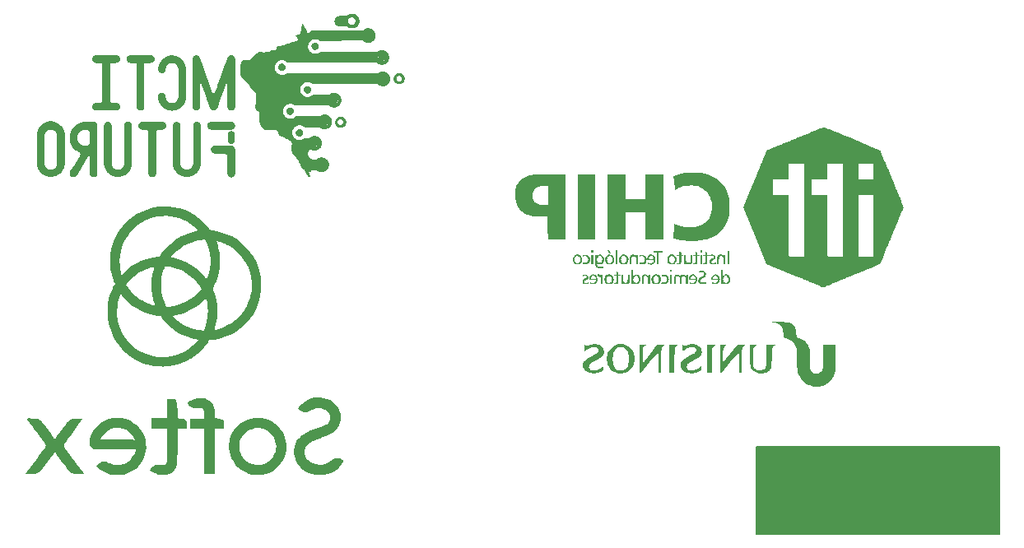
<source format=gbo>
G04 #@! TF.GenerationSoftware,KiCad,Pcbnew,7.0.8*
G04 #@! TF.CreationDate,2024-03-21T14:37:43-03:00*
G04 #@! TF.ProjectId,Demo PPI NB V2,44656d6f-2050-4504-9920-4e422056322e,rev?*
G04 #@! TF.SameCoordinates,PX25ab8e0PY6dc4960*
G04 #@! TF.FileFunction,Legend,Bot*
G04 #@! TF.FilePolarity,Positive*
%FSLAX46Y46*%
G04 Gerber Fmt 4.6, Leading zero omitted, Abs format (unit mm)*
G04 Created by KiCad (PCBNEW 7.0.8) date 2024-03-21 14:37:43*
%MOMM*%
%LPD*%
G01*
G04 APERTURE LIST*
%ADD10C,0.150000*%
%ADD11R,1.700000X1.700000*%
%ADD12O,1.700000X1.700000*%
%ADD13R,4.200000X1.750000*%
%ADD14C,3.300000*%
%ADD15C,2.500000*%
%ADD16C,3.500000*%
%ADD17C,0.001000*%
G04 APERTURE END LIST*
D10*
X79500000Y16800000D02*
X104500000Y16800000D01*
X104500000Y7800000D01*
X79500000Y7800000D01*
X79500000Y16800000D01*
G36*
X79500000Y16800000D02*
G01*
X104500000Y16800000D01*
X104500000Y7800000D01*
X79500000Y7800000D01*
X79500000Y16800000D01*
G37*
G36*
X33420111Y58104449D02*
G01*
X33417057Y58082598D01*
X33414654Y58060694D01*
X33412902Y58038753D01*
X33411799Y58016789D01*
X33411347Y57994816D01*
X33411542Y57972848D01*
X33412385Y57950901D01*
X33413876Y57928988D01*
X33416012Y57907123D01*
X33418794Y57885322D01*
X33422220Y57863599D01*
X33426291Y57841967D01*
X33431004Y57820443D01*
X33436360Y57799039D01*
X33442357Y57777770D01*
X33438319Y57788171D01*
X33434501Y57798645D01*
X33430903Y57809190D01*
X33427526Y57819801D01*
X33424371Y57830476D01*
X33421438Y57841209D01*
X33418729Y57851999D01*
X33416244Y57862842D01*
X33413984Y57873734D01*
X33411949Y57884671D01*
X33410141Y57895651D01*
X33408559Y57906668D01*
X33407206Y57917722D01*
X33406081Y57928806D01*
X33405186Y57939919D01*
X33404521Y57951056D01*
X33403817Y57973201D01*
X33404009Y57995329D01*
X33405094Y58017414D01*
X33407070Y58039427D01*
X33409933Y58061343D01*
X33413681Y58083134D01*
X33418310Y58104773D01*
X33423818Y58126233D01*
X33420111Y58104449D01*
G37*
G36*
X30860761Y51532820D02*
G01*
X30853121Y51503937D01*
X30846636Y51474797D01*
X30841310Y51445435D01*
X30837149Y51415884D01*
X30834159Y51386181D01*
X30832346Y51356360D01*
X30831715Y51326454D01*
X30831954Y51312206D01*
X30832450Y51297968D01*
X30833202Y51283743D01*
X30834210Y51269536D01*
X30835473Y51255349D01*
X30836992Y51241187D01*
X30838766Y51227051D01*
X30840795Y51212946D01*
X30836348Y51232545D01*
X30832613Y51252272D01*
X30829594Y51272107D01*
X30827291Y51292032D01*
X30825706Y51312027D01*
X30824842Y51332072D01*
X30824700Y51352148D01*
X30825282Y51372235D01*
X30825282Y51372234D01*
X30825979Y51384454D01*
X30826957Y51396644D01*
X30828216Y51408798D01*
X30829753Y51420912D01*
X30831568Y51432981D01*
X30833659Y51445000D01*
X30836026Y51456964D01*
X30838668Y51468870D01*
X30841583Y51480711D01*
X30844771Y51492484D01*
X30848229Y51504183D01*
X30851958Y51515804D01*
X30855955Y51527342D01*
X30860220Y51538792D01*
X30864752Y51550150D01*
X30869550Y51561411D01*
X30860761Y51532820D01*
G37*
G36*
X41142794Y55064857D02*
G01*
X41162009Y55063396D01*
X41180944Y55060990D01*
X41199576Y55057663D01*
X41217881Y55053438D01*
X41235835Y55048339D01*
X41253415Y55042391D01*
X41270597Y55035616D01*
X41287357Y55028039D01*
X41303671Y55019684D01*
X41319515Y55010574D01*
X41334866Y55000732D01*
X41349700Y54990184D01*
X41363993Y54978952D01*
X41377721Y54967060D01*
X41390861Y54954532D01*
X41403389Y54941392D01*
X41415281Y54927663D01*
X41426513Y54913370D01*
X41437062Y54898537D01*
X41446903Y54883186D01*
X41456013Y54867341D01*
X41464369Y54851027D01*
X41471946Y54834268D01*
X41478720Y54817086D01*
X41484669Y54799506D01*
X41489767Y54781552D01*
X41493992Y54763247D01*
X41497319Y54744615D01*
X41499725Y54725680D01*
X41501186Y54706465D01*
X41501679Y54686995D01*
X41501186Y54667525D01*
X41499725Y54648311D01*
X41497319Y54629376D01*
X41493992Y54610744D01*
X41489767Y54592439D01*
X41484669Y54574484D01*
X41478720Y54556904D01*
X41471946Y54539723D01*
X41464369Y54522963D01*
X41456013Y54506649D01*
X41446903Y54490805D01*
X41437062Y54475454D01*
X41426513Y54460620D01*
X41415281Y54446327D01*
X41403389Y54432598D01*
X41390861Y54419458D01*
X41377721Y54406931D01*
X41363993Y54395039D01*
X41349700Y54383807D01*
X41334866Y54373258D01*
X41319515Y54363417D01*
X41303671Y54354306D01*
X41287357Y54345951D01*
X41270597Y54338374D01*
X41253415Y54331599D01*
X41235835Y54325651D01*
X41217881Y54320552D01*
X41199576Y54316328D01*
X41180944Y54313000D01*
X41162009Y54310594D01*
X41142794Y54309133D01*
X41123324Y54308641D01*
X41103854Y54309133D01*
X41084640Y54310594D01*
X41065705Y54313000D01*
X41047073Y54316328D01*
X41028768Y54320552D01*
X41010813Y54325651D01*
X40993234Y54331599D01*
X40976052Y54338374D01*
X40959292Y54345951D01*
X40942978Y54354306D01*
X40927134Y54363417D01*
X40911783Y54373258D01*
X40896949Y54383807D01*
X40882656Y54395039D01*
X40868928Y54406931D01*
X40855788Y54419458D01*
X40843260Y54432598D01*
X40831368Y54446327D01*
X40820136Y54460620D01*
X40809587Y54475454D01*
X40799746Y54490805D01*
X40790636Y54506649D01*
X40782280Y54522963D01*
X40774703Y54539723D01*
X40767929Y54556904D01*
X40761980Y54574484D01*
X40756882Y54592439D01*
X40752657Y54610744D01*
X40749330Y54629376D01*
X40746924Y54648311D01*
X40745463Y54667525D01*
X40744970Y54686995D01*
X40745463Y54706465D01*
X40746924Y54725680D01*
X40749330Y54744615D01*
X40752657Y54763247D01*
X40756882Y54781552D01*
X40761980Y54799506D01*
X40767929Y54817086D01*
X40774703Y54834268D01*
X40782280Y54851027D01*
X40790636Y54867341D01*
X40799746Y54883186D01*
X40809587Y54898537D01*
X40820136Y54913370D01*
X40831368Y54927663D01*
X40843260Y54941392D01*
X40855788Y54954532D01*
X40868928Y54967060D01*
X40882656Y54978952D01*
X40896949Y54990184D01*
X40911783Y55000732D01*
X40927134Y55010574D01*
X40942978Y55019684D01*
X40959292Y55028039D01*
X40976052Y55035616D01*
X40993234Y55042391D01*
X41010813Y55048339D01*
X41028768Y55053438D01*
X41047073Y55057663D01*
X41065705Y55060990D01*
X41084640Y55063396D01*
X41103854Y55064857D01*
X41123324Y55065349D01*
X41142794Y55064857D01*
G37*
G36*
X41026640Y57238501D02*
G01*
X41045854Y57237040D01*
X41064790Y57234634D01*
X41083421Y57231307D01*
X41101726Y57227082D01*
X41119681Y57221984D01*
X41137261Y57216035D01*
X41154442Y57209261D01*
X41171202Y57201684D01*
X41187516Y57193328D01*
X41203360Y57184218D01*
X41218711Y57174377D01*
X41233545Y57163828D01*
X41247838Y57152596D01*
X41261567Y57140704D01*
X41274707Y57128176D01*
X41287234Y57115036D01*
X41299126Y57101308D01*
X41310358Y57087015D01*
X41320907Y57072181D01*
X41330748Y57056830D01*
X41339859Y57040985D01*
X41348214Y57024672D01*
X41355791Y57007912D01*
X41362565Y56990730D01*
X41368514Y56973150D01*
X41373612Y56955196D01*
X41377837Y56936891D01*
X41381164Y56918259D01*
X41383570Y56899324D01*
X41385032Y56880110D01*
X41385524Y56860640D01*
X41385032Y56841170D01*
X41383570Y56821955D01*
X41381164Y56803020D01*
X41377837Y56784388D01*
X41373612Y56766083D01*
X41368514Y56748129D01*
X41362565Y56730549D01*
X41355791Y56713367D01*
X41348214Y56696608D01*
X41339859Y56680294D01*
X41330748Y56664450D01*
X41320907Y56649098D01*
X41310358Y56634265D01*
X41299126Y56619972D01*
X41287234Y56606243D01*
X41274707Y56593103D01*
X41261567Y56580575D01*
X41247838Y56568683D01*
X41233545Y56557451D01*
X41218711Y56546903D01*
X41203360Y56537061D01*
X41187516Y56527951D01*
X41171202Y56519596D01*
X41154442Y56512019D01*
X41137261Y56505244D01*
X41119681Y56499296D01*
X41101726Y56494197D01*
X41083421Y56489972D01*
X41064790Y56486645D01*
X41045854Y56484239D01*
X41026640Y56482778D01*
X41007170Y56482286D01*
X40987700Y56482778D01*
X40968485Y56484239D01*
X40949550Y56486645D01*
X40930918Y56489972D01*
X40912613Y56494197D01*
X40894659Y56499296D01*
X40877079Y56505244D01*
X40859897Y56512019D01*
X40843138Y56519596D01*
X40826824Y56527951D01*
X40810979Y56537061D01*
X40795628Y56546903D01*
X40780794Y56557451D01*
X40766501Y56568683D01*
X40752773Y56580575D01*
X40739633Y56593103D01*
X40727105Y56606243D01*
X40715213Y56619972D01*
X40703981Y56634265D01*
X40693433Y56649098D01*
X40683591Y56664450D01*
X40674481Y56680294D01*
X40666125Y56696608D01*
X40658549Y56713367D01*
X40651774Y56730549D01*
X40645826Y56748129D01*
X40640727Y56766083D01*
X40636502Y56784388D01*
X40633175Y56803020D01*
X40630769Y56821955D01*
X40629308Y56841170D01*
X40628816Y56860640D01*
X40629308Y56880110D01*
X40630769Y56899324D01*
X40633175Y56918259D01*
X40636502Y56936891D01*
X40640727Y56955196D01*
X40645826Y56973150D01*
X40651774Y56990730D01*
X40658549Y57007912D01*
X40666125Y57024672D01*
X40674481Y57040985D01*
X40683591Y57056830D01*
X40693433Y57072181D01*
X40703981Y57087015D01*
X40715213Y57101308D01*
X40727105Y57115036D01*
X40739633Y57128176D01*
X40752773Y57140704D01*
X40766501Y57152596D01*
X40780794Y57163828D01*
X40795628Y57174377D01*
X40810979Y57184218D01*
X40826824Y57193328D01*
X40843138Y57201684D01*
X40859897Y57209261D01*
X40877079Y57216035D01*
X40894659Y57221984D01*
X40912613Y57227082D01*
X40930918Y57231307D01*
X40949550Y57234634D01*
X40968485Y57237040D01*
X40987700Y57238501D01*
X41007170Y57238994D01*
X41026640Y57238501D01*
G37*
G36*
X39577922Y59484412D02*
G01*
X39597137Y59482951D01*
X39616072Y59480545D01*
X39634704Y59477217D01*
X39653009Y59472993D01*
X39670963Y59467894D01*
X39688543Y59461946D01*
X39705724Y59455171D01*
X39722484Y59447594D01*
X39738798Y59439239D01*
X39754642Y59430128D01*
X39769993Y59420287D01*
X39784827Y59409739D01*
X39799120Y59398506D01*
X39812849Y59386615D01*
X39825989Y59374087D01*
X39838516Y59360947D01*
X39850408Y59347218D01*
X39861640Y59332925D01*
X39872189Y59318091D01*
X39882030Y59302740D01*
X39891141Y59286896D01*
X39899496Y59270582D01*
X39907073Y59253822D01*
X39913848Y59236641D01*
X39919796Y59219061D01*
X39924894Y59201106D01*
X39929119Y59182801D01*
X39932447Y59164169D01*
X39934853Y59145234D01*
X39936314Y59126020D01*
X39936806Y59106550D01*
X39936314Y59087080D01*
X39934853Y59067865D01*
X39932447Y59048930D01*
X39929119Y59030298D01*
X39924894Y59011993D01*
X39919796Y58994039D01*
X39913848Y58976459D01*
X39907073Y58959277D01*
X39899496Y58942518D01*
X39891141Y58926204D01*
X39882030Y58910359D01*
X39872189Y58895008D01*
X39861640Y58880175D01*
X39850408Y58865881D01*
X39838516Y58852153D01*
X39825989Y58839013D01*
X39812849Y58826485D01*
X39799120Y58814593D01*
X39784827Y58803361D01*
X39769993Y58792813D01*
X39754642Y58782971D01*
X39738798Y58773861D01*
X39722484Y58765506D01*
X39705724Y58757929D01*
X39688543Y58751154D01*
X39670963Y58745206D01*
X39653009Y58740107D01*
X39634704Y58735883D01*
X39616072Y58732555D01*
X39597137Y58730149D01*
X39577922Y58728688D01*
X39558452Y58728196D01*
X39538982Y58728688D01*
X39519768Y58730149D01*
X39500832Y58732555D01*
X39482200Y58735883D01*
X39463895Y58740107D01*
X39445941Y58745206D01*
X39428361Y58751154D01*
X39411180Y58757929D01*
X39394420Y58765506D01*
X39378106Y58773861D01*
X39362262Y58782971D01*
X39346911Y58792813D01*
X39332077Y58803361D01*
X39317784Y58814593D01*
X39304055Y58826485D01*
X39290915Y58839013D01*
X39278388Y58852153D01*
X39266496Y58865881D01*
X39255264Y58880175D01*
X39244715Y58895008D01*
X39234874Y58910359D01*
X39225763Y58926204D01*
X39217408Y58942518D01*
X39209831Y58959277D01*
X39203056Y58976459D01*
X39197108Y58994039D01*
X39192010Y59011993D01*
X39187785Y59030298D01*
X39184458Y59048930D01*
X39182051Y59067865D01*
X39180590Y59087080D01*
X39180098Y59106550D01*
X39180590Y59126020D01*
X39182051Y59145234D01*
X39184458Y59164169D01*
X39187785Y59182801D01*
X39192010Y59201106D01*
X39197108Y59219061D01*
X39203056Y59236641D01*
X39209831Y59253822D01*
X39217408Y59270582D01*
X39225763Y59286896D01*
X39234874Y59302740D01*
X39244715Y59318091D01*
X39255264Y59332925D01*
X39266496Y59347218D01*
X39278388Y59360947D01*
X39290915Y59374087D01*
X39304055Y59386615D01*
X39317784Y59398506D01*
X39332077Y59409739D01*
X39346911Y59420287D01*
X39362262Y59430128D01*
X39378106Y59439239D01*
X39394420Y59447594D01*
X39411180Y59455171D01*
X39428361Y59461946D01*
X39445941Y59467894D01*
X39463895Y59472993D01*
X39482200Y59477217D01*
X39500832Y59480545D01*
X39519768Y59482951D01*
X39538982Y59484412D01*
X39558452Y59484904D01*
X39577922Y59484412D01*
G37*
G36*
X36129224Y52862458D02*
G01*
X36148438Y52860997D01*
X36167373Y52858591D01*
X36186005Y52855264D01*
X36204310Y52851039D01*
X36222264Y52845941D01*
X36239844Y52839992D01*
X36257026Y52833218D01*
X36273786Y52825641D01*
X36290100Y52817285D01*
X36305944Y52808175D01*
X36321295Y52798334D01*
X36336129Y52787785D01*
X36350422Y52776553D01*
X36364150Y52764661D01*
X36377290Y52752133D01*
X36389818Y52738993D01*
X36401710Y52725265D01*
X36412942Y52710972D01*
X36423491Y52696138D01*
X36433332Y52680787D01*
X36442442Y52664942D01*
X36450798Y52648629D01*
X36458375Y52631869D01*
X36465149Y52614687D01*
X36471098Y52597107D01*
X36476196Y52579153D01*
X36480421Y52560848D01*
X36483748Y52542216D01*
X36486154Y52523281D01*
X36487615Y52504066D01*
X36488108Y52484596D01*
X36487615Y52465126D01*
X36486154Y52445911D01*
X36483748Y52426976D01*
X36480421Y52408344D01*
X36476196Y52390039D01*
X36471098Y52372085D01*
X36465149Y52354505D01*
X36458375Y52337323D01*
X36450798Y52320564D01*
X36442442Y52304250D01*
X36433332Y52288405D01*
X36423491Y52273054D01*
X36412942Y52258220D01*
X36401710Y52243927D01*
X36389818Y52230199D01*
X36377290Y52217059D01*
X36364150Y52204531D01*
X36350422Y52192639D01*
X36336129Y52181407D01*
X36321295Y52170858D01*
X36305944Y52161017D01*
X36290100Y52151907D01*
X36273786Y52143551D01*
X36257026Y52135974D01*
X36239844Y52129200D01*
X36222264Y52123252D01*
X36204310Y52118153D01*
X36186005Y52113928D01*
X36167373Y52110601D01*
X36148438Y52108195D01*
X36129224Y52106734D01*
X36109754Y52106242D01*
X36090284Y52106734D01*
X36071069Y52108195D01*
X36052134Y52110601D01*
X36033502Y52113928D01*
X36015197Y52118153D01*
X35997243Y52123252D01*
X35979663Y52129200D01*
X35962481Y52135974D01*
X35945721Y52143551D01*
X35929408Y52151907D01*
X35913563Y52161017D01*
X35898212Y52170858D01*
X35883378Y52181407D01*
X35869085Y52192639D01*
X35855357Y52204531D01*
X35842217Y52217059D01*
X35829689Y52230199D01*
X35817797Y52243927D01*
X35806565Y52258220D01*
X35796016Y52273054D01*
X35786175Y52288405D01*
X35777065Y52304250D01*
X35768709Y52320564D01*
X35761132Y52337323D01*
X35754358Y52354505D01*
X35748409Y52372085D01*
X35743311Y52390039D01*
X35739086Y52408344D01*
X35735759Y52426976D01*
X35733353Y52445911D01*
X35731892Y52465126D01*
X35731399Y52484596D01*
X35731892Y52504066D01*
X35733353Y52523281D01*
X35735759Y52542216D01*
X35739086Y52560848D01*
X35743311Y52579153D01*
X35748409Y52597107D01*
X35754358Y52614687D01*
X35761132Y52631869D01*
X35768709Y52648629D01*
X35777065Y52664942D01*
X35786175Y52680787D01*
X35796016Y52696138D01*
X35806565Y52710972D01*
X35817797Y52725265D01*
X35829689Y52738993D01*
X35842217Y52752133D01*
X35855357Y52764661D01*
X35869085Y52776553D01*
X35883378Y52787785D01*
X35898212Y52798334D01*
X35913563Y52808175D01*
X35929408Y52817285D01*
X35945721Y52825641D01*
X35962481Y52833218D01*
X35979663Y52839992D01*
X35997243Y52845941D01*
X36015197Y52851039D01*
X36033502Y52855264D01*
X36052134Y52858591D01*
X36071069Y52860997D01*
X36090284Y52862458D01*
X36109754Y52862951D01*
X36129224Y52862458D01*
G37*
G36*
X35172744Y50630924D02*
G01*
X35191959Y50629463D01*
X35210894Y50627057D01*
X35229526Y50623730D01*
X35247831Y50619505D01*
X35265785Y50614407D01*
X35283365Y50608458D01*
X35300547Y50601684D01*
X35317306Y50594107D01*
X35333620Y50585752D01*
X35349464Y50576641D01*
X35364815Y50566800D01*
X35379649Y50556251D01*
X35393942Y50545019D01*
X35407671Y50533128D01*
X35420811Y50520600D01*
X35433339Y50507460D01*
X35445231Y50493731D01*
X35456463Y50479438D01*
X35467011Y50464605D01*
X35476853Y50449254D01*
X35485963Y50433409D01*
X35494318Y50417095D01*
X35501895Y50400336D01*
X35508670Y50383154D01*
X35514618Y50365574D01*
X35519717Y50347620D01*
X35523941Y50329315D01*
X35527269Y50310683D01*
X35529675Y50291748D01*
X35531136Y50272533D01*
X35531628Y50253063D01*
X35531136Y50233593D01*
X35529675Y50214378D01*
X35527269Y50195443D01*
X35523941Y50176811D01*
X35519717Y50158506D01*
X35514618Y50140552D01*
X35508670Y50122972D01*
X35501895Y50105790D01*
X35494318Y50089031D01*
X35485963Y50072717D01*
X35476853Y50056872D01*
X35467011Y50041521D01*
X35456463Y50026687D01*
X35445231Y50012394D01*
X35433339Y49998666D01*
X35420811Y49985526D01*
X35407671Y49972998D01*
X35393942Y49961106D01*
X35379649Y49949874D01*
X35364815Y49939325D01*
X35349464Y49929484D01*
X35333620Y49920374D01*
X35317306Y49912018D01*
X35300547Y49904441D01*
X35283365Y49897667D01*
X35265785Y49891719D01*
X35247831Y49886620D01*
X35229526Y49882395D01*
X35210894Y49879068D01*
X35191959Y49876662D01*
X35172744Y49875201D01*
X35153274Y49874709D01*
X35133804Y49875201D01*
X35114590Y49876662D01*
X35095655Y49879068D01*
X35077023Y49882395D01*
X35058717Y49886620D01*
X35040763Y49891719D01*
X35023183Y49897667D01*
X35006001Y49904441D01*
X34989242Y49912018D01*
X34972928Y49920374D01*
X34957084Y49929484D01*
X34941732Y49939325D01*
X34926899Y49949874D01*
X34912605Y49961106D01*
X34898877Y49972998D01*
X34885737Y49985526D01*
X34873209Y49998666D01*
X34861317Y50012394D01*
X34850085Y50026687D01*
X34839537Y50041521D01*
X34829695Y50056872D01*
X34820585Y50072717D01*
X34812230Y50089031D01*
X34804653Y50105790D01*
X34797878Y50122972D01*
X34791930Y50140552D01*
X34786831Y50158506D01*
X34782607Y50176811D01*
X34779279Y50195443D01*
X34776873Y50214378D01*
X34775412Y50233593D01*
X34774920Y50253063D01*
X34775412Y50272533D01*
X34776873Y50291748D01*
X34779279Y50310683D01*
X34782607Y50329315D01*
X34786831Y50347620D01*
X34791930Y50365574D01*
X34797878Y50383154D01*
X34804653Y50400336D01*
X34812230Y50417095D01*
X34820585Y50433409D01*
X34829695Y50449254D01*
X34839537Y50464605D01*
X34850085Y50479438D01*
X34861317Y50493731D01*
X34873209Y50507460D01*
X34885737Y50520600D01*
X34898877Y50533128D01*
X34912605Y50545019D01*
X34926899Y50556251D01*
X34941732Y50566800D01*
X34957084Y50576641D01*
X34972928Y50585752D01*
X34989242Y50594107D01*
X35006001Y50601684D01*
X35023183Y50608458D01*
X35040763Y50614407D01*
X35058717Y50619505D01*
X35077023Y50623730D01*
X35095655Y50627057D01*
X35114590Y50629463D01*
X35133804Y50630924D01*
X35153274Y50631417D01*
X35172744Y50630924D01*
G37*
G36*
X34825037Y46211370D02*
G01*
X34844252Y46209909D01*
X34863187Y46207503D01*
X34881819Y46204175D01*
X34900124Y46199950D01*
X34918078Y46194852D01*
X34935658Y46188904D01*
X34952839Y46182129D01*
X34969599Y46174552D01*
X34985913Y46166197D01*
X35001757Y46157087D01*
X35017108Y46147245D01*
X35031942Y46136697D01*
X35046235Y46125465D01*
X35059963Y46113573D01*
X35073103Y46101045D01*
X35085631Y46087905D01*
X35097523Y46074177D01*
X35108755Y46059884D01*
X35119304Y46045050D01*
X35129145Y46029699D01*
X35138255Y46013854D01*
X35146611Y45997540D01*
X35154188Y45980781D01*
X35160962Y45963599D01*
X35166911Y45946019D01*
X35172009Y45928065D01*
X35176234Y45909760D01*
X35179561Y45891128D01*
X35181967Y45872193D01*
X35183428Y45852979D01*
X35183921Y45833509D01*
X35183428Y45814039D01*
X35181967Y45794824D01*
X35179561Y45775889D01*
X35176234Y45757257D01*
X35172009Y45738952D01*
X35166911Y45720997D01*
X35160962Y45703417D01*
X35154188Y45686236D01*
X35146611Y45669476D01*
X35138255Y45653162D01*
X35129145Y45637318D01*
X35119304Y45621967D01*
X35108755Y45607133D01*
X35097523Y45592840D01*
X35085631Y45579111D01*
X35073103Y45565971D01*
X35059963Y45553444D01*
X35046235Y45541552D01*
X35031942Y45530320D01*
X35017108Y45519771D01*
X35001757Y45509930D01*
X34985913Y45500819D01*
X34969599Y45492464D01*
X34952839Y45484887D01*
X34935658Y45478112D01*
X34918078Y45472164D01*
X34900124Y45467066D01*
X34881819Y45462841D01*
X34863187Y45459514D01*
X34844252Y45457107D01*
X34825037Y45455646D01*
X34805567Y45455154D01*
X34786097Y45455646D01*
X34766883Y45457107D01*
X34747947Y45459514D01*
X34729315Y45462841D01*
X34711010Y45467066D01*
X34693056Y45472164D01*
X34675476Y45478112D01*
X34658294Y45484887D01*
X34641535Y45492464D01*
X34625221Y45500819D01*
X34609376Y45509930D01*
X34594025Y45519771D01*
X34579191Y45530320D01*
X34564898Y45541552D01*
X34551170Y45553444D01*
X34538030Y45565971D01*
X34525502Y45579111D01*
X34513610Y45592840D01*
X34502378Y45607133D01*
X34491830Y45621967D01*
X34481988Y45637318D01*
X34472878Y45653162D01*
X34464522Y45669476D01*
X34456946Y45686236D01*
X34450171Y45703417D01*
X34444223Y45720997D01*
X34439124Y45738952D01*
X34434899Y45757257D01*
X34431572Y45775889D01*
X34429166Y45794824D01*
X34427705Y45814039D01*
X34427213Y45833509D01*
X34427705Y45852979D01*
X34429166Y45872193D01*
X34431572Y45891128D01*
X34434899Y45909760D01*
X34439124Y45928065D01*
X34444223Y45946019D01*
X34450171Y45963599D01*
X34456946Y45980781D01*
X34464522Y45997540D01*
X34472878Y46013854D01*
X34481988Y46029699D01*
X34491830Y46045050D01*
X34502378Y46059884D01*
X34513610Y46074177D01*
X34525502Y46087905D01*
X34538030Y46101045D01*
X34551170Y46113573D01*
X34564898Y46125465D01*
X34579191Y46136697D01*
X34594025Y46147245D01*
X34609376Y46157087D01*
X34625221Y46166197D01*
X34641535Y46174552D01*
X34658294Y46182129D01*
X34675476Y46188904D01*
X34693056Y46194852D01*
X34711010Y46199950D01*
X34729315Y46204175D01*
X34747947Y46207503D01*
X34766883Y46209909D01*
X34786097Y46211370D01*
X34805567Y46211862D01*
X34825037Y46211370D01*
G37*
G36*
X34158377Y58383023D02*
G01*
X34177592Y58381562D01*
X34196527Y58379156D01*
X34215159Y58375828D01*
X34233464Y58371604D01*
X34251418Y58366505D01*
X34268998Y58360557D01*
X34286180Y58353782D01*
X34302939Y58346205D01*
X34319253Y58337850D01*
X34335097Y58328740D01*
X34350448Y58318898D01*
X34365282Y58308350D01*
X34379575Y58297117D01*
X34393304Y58285226D01*
X34406444Y58272698D01*
X34418971Y58259558D01*
X34430863Y58245829D01*
X34442095Y58231536D01*
X34452644Y58216702D01*
X34462485Y58201351D01*
X34471596Y58185507D01*
X34479951Y58169193D01*
X34487528Y58152433D01*
X34494302Y58135252D01*
X34500251Y58117672D01*
X34505349Y58099718D01*
X34509574Y58081412D01*
X34512901Y58062781D01*
X34515307Y58043845D01*
X34516768Y58024631D01*
X34517261Y58005161D01*
X34516768Y57985691D01*
X34515307Y57966476D01*
X34512901Y57947541D01*
X34509574Y57928909D01*
X34505349Y57910604D01*
X34500251Y57892650D01*
X34494302Y57875070D01*
X34487528Y57857888D01*
X34479951Y57841129D01*
X34471596Y57824815D01*
X34462485Y57808971D01*
X34452644Y57793620D01*
X34442095Y57778786D01*
X34430863Y57764493D01*
X34418971Y57750764D01*
X34406444Y57737624D01*
X34393304Y57725096D01*
X34379575Y57713204D01*
X34365282Y57701972D01*
X34350448Y57691424D01*
X34335097Y57681582D01*
X34319253Y57672472D01*
X34302939Y57664117D01*
X34286180Y57656540D01*
X34268998Y57649765D01*
X34251418Y57643817D01*
X34233464Y57638718D01*
X34215159Y57634493D01*
X34196527Y57631166D01*
X34177592Y57628760D01*
X34158377Y57627299D01*
X34138907Y57626807D01*
X34119437Y57627299D01*
X34100223Y57628760D01*
X34081288Y57631166D01*
X34062656Y57634493D01*
X34044350Y57638718D01*
X34026396Y57643817D01*
X34008816Y57649765D01*
X33991634Y57656540D01*
X33974875Y57664117D01*
X33958561Y57672472D01*
X33942717Y57681582D01*
X33927366Y57691424D01*
X33912532Y57701972D01*
X33898239Y57713204D01*
X33884510Y57725096D01*
X33871370Y57737624D01*
X33858842Y57750764D01*
X33846950Y57764493D01*
X33835718Y57778786D01*
X33825170Y57793620D01*
X33815328Y57808971D01*
X33806218Y57824815D01*
X33797863Y57841129D01*
X33790286Y57857888D01*
X33783511Y57875070D01*
X33777563Y57892650D01*
X33772464Y57910604D01*
X33768240Y57928909D01*
X33764912Y57947541D01*
X33762506Y57966476D01*
X33761045Y57985691D01*
X33760553Y58005161D01*
X33761045Y58024631D01*
X33762506Y58043845D01*
X33764912Y58062781D01*
X33768240Y58081412D01*
X33772464Y58099718D01*
X33777563Y58117672D01*
X33783511Y58135252D01*
X33790286Y58152433D01*
X33797863Y58169193D01*
X33806218Y58185507D01*
X33815328Y58201351D01*
X33825170Y58216702D01*
X33835718Y58231536D01*
X33846950Y58245829D01*
X33858842Y58259558D01*
X33871370Y58272698D01*
X33884510Y58285226D01*
X33898239Y58297117D01*
X33912532Y58308350D01*
X33927366Y58318898D01*
X33942717Y58328740D01*
X33958561Y58337850D01*
X33974875Y58346205D01*
X33991634Y58353782D01*
X34008816Y58360557D01*
X34026396Y58366505D01*
X34044350Y58371604D01*
X34062656Y58375828D01*
X34081288Y58379156D01*
X34100223Y58381562D01*
X34119437Y58383023D01*
X34138907Y58383515D01*
X34158377Y58383023D01*
G37*
G36*
X34071356Y48428147D02*
G01*
X34090570Y48426686D01*
X34109505Y48424280D01*
X34128137Y48420952D01*
X34146442Y48416728D01*
X34164397Y48411629D01*
X34181977Y48405681D01*
X34199158Y48398906D01*
X34215918Y48391329D01*
X34232232Y48382974D01*
X34248076Y48373864D01*
X34263427Y48364022D01*
X34278261Y48353474D01*
X34292554Y48342242D01*
X34306283Y48330350D01*
X34319423Y48317822D01*
X34331951Y48304682D01*
X34343843Y48290953D01*
X34355075Y48276660D01*
X34365623Y48261826D01*
X34375465Y48246475D01*
X34384575Y48230631D01*
X34392930Y48214317D01*
X34400507Y48197557D01*
X34407282Y48180376D01*
X34413230Y48162796D01*
X34418329Y48144841D01*
X34422553Y48126536D01*
X34425881Y48107904D01*
X34428287Y48088969D01*
X34429748Y48069755D01*
X34430240Y48050285D01*
X34429748Y48030815D01*
X34428287Y48011600D01*
X34425881Y47992665D01*
X34422553Y47974033D01*
X34418329Y47955728D01*
X34413230Y47937774D01*
X34407282Y47920194D01*
X34400507Y47903012D01*
X34392930Y47886253D01*
X34384575Y47869939D01*
X34375465Y47854095D01*
X34365623Y47838744D01*
X34355075Y47823910D01*
X34343843Y47809617D01*
X34331951Y47795888D01*
X34319423Y47782748D01*
X34306283Y47770221D01*
X34292554Y47758329D01*
X34278261Y47747097D01*
X34263427Y47736548D01*
X34248076Y47726707D01*
X34232232Y47717596D01*
X34215918Y47709241D01*
X34199158Y47701664D01*
X34181977Y47694890D01*
X34164397Y47688941D01*
X34146442Y47683843D01*
X34128137Y47679618D01*
X34109505Y47676291D01*
X34090570Y47673885D01*
X34071356Y47672424D01*
X34051886Y47671931D01*
X34032416Y47672424D01*
X34013201Y47673885D01*
X33994266Y47676291D01*
X33975634Y47679618D01*
X33957329Y47683843D01*
X33939375Y47688941D01*
X33921795Y47694890D01*
X33904613Y47701664D01*
X33887854Y47709241D01*
X33871540Y47717596D01*
X33855696Y47726707D01*
X33840345Y47736548D01*
X33825511Y47747097D01*
X33811218Y47758329D01*
X33797489Y47770221D01*
X33784349Y47782748D01*
X33771822Y47795888D01*
X33759930Y47809617D01*
X33748698Y47823910D01*
X33738149Y47838744D01*
X33728308Y47854095D01*
X33719197Y47869939D01*
X33710842Y47886253D01*
X33703265Y47903012D01*
X33696491Y47920194D01*
X33690542Y47937774D01*
X33685444Y47955728D01*
X33681219Y47974033D01*
X33677892Y47992665D01*
X33675486Y48011600D01*
X33674024Y48030815D01*
X33673532Y48050285D01*
X33674024Y48069755D01*
X33675486Y48088969D01*
X33677892Y48107904D01*
X33681219Y48126536D01*
X33685444Y48144841D01*
X33690542Y48162796D01*
X33696491Y48180376D01*
X33703265Y48197557D01*
X33710842Y48214317D01*
X33719197Y48230631D01*
X33728308Y48246475D01*
X33738149Y48261826D01*
X33748698Y48276660D01*
X33759930Y48290953D01*
X33771822Y48304682D01*
X33784349Y48317822D01*
X33797489Y48330350D01*
X33811218Y48342242D01*
X33825511Y48353474D01*
X33840345Y48364022D01*
X33855696Y48373864D01*
X33871540Y48382974D01*
X33887854Y48391329D01*
X33904613Y48398906D01*
X33921795Y48405681D01*
X33939375Y48411629D01*
X33957329Y48416728D01*
X33975634Y48420952D01*
X33994266Y48424280D01*
X34013201Y48426686D01*
X34032416Y48428147D01*
X34051886Y48428639D01*
X34071356Y48428147D01*
G37*
G36*
X33375941Y53905580D02*
G01*
X33395156Y53904119D01*
X33414091Y53901713D01*
X33432723Y53898385D01*
X33451028Y53894160D01*
X33468982Y53889062D01*
X33486562Y53883114D01*
X33503744Y53876339D01*
X33520503Y53868762D01*
X33536817Y53860407D01*
X33552661Y53851296D01*
X33568012Y53841455D01*
X33582846Y53830907D01*
X33597139Y53819674D01*
X33610868Y53807783D01*
X33624008Y53795255D01*
X33636535Y53782115D01*
X33648427Y53768386D01*
X33659659Y53754093D01*
X33670208Y53739259D01*
X33680049Y53723908D01*
X33689160Y53708064D01*
X33697515Y53691750D01*
X33705092Y53674991D01*
X33711866Y53657809D01*
X33717815Y53640229D01*
X33722913Y53622275D01*
X33727138Y53603970D01*
X33730465Y53585338D01*
X33732871Y53566403D01*
X33734332Y53547188D01*
X33734825Y53527718D01*
X33734332Y53508248D01*
X33732871Y53489034D01*
X33730465Y53470099D01*
X33727138Y53451467D01*
X33722913Y53433162D01*
X33717815Y53415207D01*
X33711866Y53397627D01*
X33705092Y53380446D01*
X33697515Y53363686D01*
X33689160Y53347372D01*
X33680049Y53331528D01*
X33670208Y53316177D01*
X33659659Y53301343D01*
X33648427Y53287050D01*
X33636535Y53273322D01*
X33624008Y53260182D01*
X33610868Y53247654D01*
X33597139Y53235762D01*
X33582846Y53224530D01*
X33568012Y53213981D01*
X33552661Y53204140D01*
X33536817Y53195029D01*
X33520503Y53186674D01*
X33503744Y53179097D01*
X33486562Y53172323D01*
X33468982Y53166374D01*
X33451028Y53161276D01*
X33432723Y53157051D01*
X33414091Y53153724D01*
X33395156Y53151317D01*
X33375941Y53149856D01*
X33356471Y53149364D01*
X33337001Y53149856D01*
X33317787Y53151317D01*
X33298852Y53153724D01*
X33280220Y53157051D01*
X33261914Y53161276D01*
X33243960Y53166374D01*
X33226380Y53172323D01*
X33209198Y53179097D01*
X33192439Y53186674D01*
X33176125Y53195029D01*
X33160281Y53204140D01*
X33144929Y53213981D01*
X33130096Y53224530D01*
X33115803Y53235762D01*
X33102074Y53247654D01*
X33088934Y53260182D01*
X33076406Y53273322D01*
X33064514Y53287050D01*
X33053282Y53301343D01*
X33042734Y53316177D01*
X33032892Y53331528D01*
X33023782Y53347372D01*
X33015427Y53363686D01*
X33007850Y53380446D01*
X33001075Y53397627D01*
X32995127Y53415207D01*
X32990028Y53433162D01*
X32985804Y53451467D01*
X32982476Y53470099D01*
X32980070Y53489034D01*
X32978609Y53508248D01*
X32978117Y53527718D01*
X32978609Y53547188D01*
X32980070Y53566403D01*
X32982476Y53585338D01*
X32985804Y53603970D01*
X32990028Y53622275D01*
X32995127Y53640229D01*
X33001075Y53657809D01*
X33007850Y53674991D01*
X33015427Y53691750D01*
X33023782Y53708064D01*
X33032892Y53723908D01*
X33042734Y53739259D01*
X33053282Y53754093D01*
X33064514Y53768386D01*
X33076406Y53782115D01*
X33088934Y53795255D01*
X33102074Y53807783D01*
X33115803Y53819674D01*
X33130096Y53830907D01*
X33144929Y53841455D01*
X33160281Y53851296D01*
X33176125Y53860407D01*
X33192439Y53868762D01*
X33209198Y53876339D01*
X33226380Y53883114D01*
X33243960Y53889062D01*
X33261914Y53894160D01*
X33280220Y53898385D01*
X33298852Y53901713D01*
X33317787Y53904119D01*
X33337001Y53905580D01*
X33356471Y53906072D01*
X33375941Y53905580D01*
G37*
G36*
X32535616Y49471647D02*
G01*
X32554830Y49470186D01*
X32573765Y49467780D01*
X32592397Y49464452D01*
X32610702Y49460228D01*
X32628657Y49455129D01*
X32646237Y49449181D01*
X32663418Y49442406D01*
X32680178Y49434829D01*
X32696492Y49426474D01*
X32712336Y49417364D01*
X32727687Y49407522D01*
X32742521Y49396974D01*
X32756814Y49385742D01*
X32770543Y49373850D01*
X32783683Y49361322D01*
X32796211Y49348182D01*
X32808102Y49334453D01*
X32819335Y49320160D01*
X32829883Y49305327D01*
X32839725Y49289975D01*
X32848835Y49274131D01*
X32857190Y49257817D01*
X32864767Y49241058D01*
X32871542Y49223876D01*
X32877490Y49206296D01*
X32882589Y49188342D01*
X32886813Y49170036D01*
X32890141Y49151404D01*
X32892547Y49132469D01*
X32894008Y49113255D01*
X32894500Y49093785D01*
X32894008Y49074315D01*
X32892547Y49055100D01*
X32890141Y49036165D01*
X32886813Y49017533D01*
X32882589Y48999228D01*
X32877490Y48981274D01*
X32871542Y48963694D01*
X32864767Y48946512D01*
X32857190Y48929753D01*
X32848835Y48913439D01*
X32839725Y48897595D01*
X32829883Y48882244D01*
X32819335Y48867410D01*
X32808102Y48853117D01*
X32796211Y48839388D01*
X32783683Y48826248D01*
X32770543Y48813721D01*
X32756814Y48801829D01*
X32742521Y48790597D01*
X32727687Y48780048D01*
X32712336Y48770207D01*
X32696492Y48761096D01*
X32680178Y48752741D01*
X32663418Y48745164D01*
X32646237Y48738390D01*
X32628657Y48732441D01*
X32610702Y48727343D01*
X32592397Y48723118D01*
X32573765Y48719791D01*
X32554830Y48717385D01*
X32535616Y48715924D01*
X32516146Y48715431D01*
X32496675Y48715924D01*
X32477461Y48717385D01*
X32458526Y48719791D01*
X32439894Y48723118D01*
X32421589Y48727343D01*
X32403634Y48732441D01*
X32386054Y48738390D01*
X32368873Y48745164D01*
X32352113Y48752741D01*
X32335799Y48761096D01*
X32319955Y48770207D01*
X32304604Y48780048D01*
X32289770Y48790597D01*
X32275477Y48801829D01*
X32261748Y48813721D01*
X32248608Y48826248D01*
X32236081Y48839388D01*
X32224189Y48853117D01*
X32212957Y48867410D01*
X32202408Y48882244D01*
X32192567Y48897595D01*
X32183456Y48913439D01*
X32175101Y48929753D01*
X32167524Y48946512D01*
X32160749Y48963694D01*
X32154801Y48981274D01*
X32149703Y48999228D01*
X32145478Y49017533D01*
X32142151Y49036165D01*
X32139744Y49055100D01*
X32138283Y49074315D01*
X32137791Y49093785D01*
X32138283Y49113255D01*
X32139744Y49132469D01*
X32142151Y49151404D01*
X32145478Y49170036D01*
X32149703Y49188342D01*
X32154801Y49206296D01*
X32160749Y49223876D01*
X32167524Y49241058D01*
X32175101Y49257817D01*
X32183456Y49274131D01*
X32192567Y49289975D01*
X32202408Y49305327D01*
X32212957Y49320160D01*
X32224189Y49334453D01*
X32236081Y49348182D01*
X32248608Y49361322D01*
X32261748Y49373850D01*
X32275477Y49385742D01*
X32289770Y49396974D01*
X32304604Y49407522D01*
X32319955Y49417364D01*
X32335799Y49426474D01*
X32352113Y49434829D01*
X32368873Y49442406D01*
X32386054Y49449181D01*
X32403634Y49455129D01*
X32421589Y49460228D01*
X32439894Y49464452D01*
X32458526Y49467780D01*
X32477461Y49470186D01*
X32496675Y49471647D01*
X32516146Y49472139D01*
X32535616Y49471647D01*
G37*
G36*
X31582920Y51702424D02*
G01*
X31602134Y51700963D01*
X31621070Y51698557D01*
X31639702Y51695229D01*
X31658007Y51691005D01*
X31675961Y51685906D01*
X31693541Y51679958D01*
X31710723Y51673183D01*
X31727482Y51665606D01*
X31743796Y51657251D01*
X31759641Y51648141D01*
X31774992Y51638299D01*
X31789825Y51627751D01*
X31804119Y51616518D01*
X31817847Y51604627D01*
X31830987Y51592099D01*
X31843515Y51578959D01*
X31855407Y51565230D01*
X31866639Y51550937D01*
X31877187Y51536103D01*
X31887029Y51520752D01*
X31896139Y51504908D01*
X31904494Y51488594D01*
X31912071Y51471834D01*
X31918846Y51454653D01*
X31924794Y51437073D01*
X31929893Y51419118D01*
X31934117Y51400813D01*
X31937445Y51382181D01*
X31939851Y51363246D01*
X31941312Y51344032D01*
X31941804Y51324562D01*
X31941312Y51305092D01*
X31939851Y51285877D01*
X31937445Y51266942D01*
X31934117Y51248310D01*
X31929893Y51230005D01*
X31924794Y51212051D01*
X31918846Y51194471D01*
X31912071Y51177289D01*
X31904494Y51160530D01*
X31896139Y51144216D01*
X31887029Y51128372D01*
X31877187Y51113021D01*
X31866639Y51098187D01*
X31855407Y51083894D01*
X31843515Y51070165D01*
X31830987Y51057025D01*
X31817847Y51044498D01*
X31804119Y51032606D01*
X31789825Y51021374D01*
X31774992Y51010825D01*
X31759641Y51000984D01*
X31743796Y50991873D01*
X31727482Y50983518D01*
X31710723Y50975941D01*
X31693541Y50969167D01*
X31675961Y50963218D01*
X31658007Y50958120D01*
X31639702Y50953895D01*
X31621070Y50950568D01*
X31602134Y50948162D01*
X31582920Y50946700D01*
X31563450Y50946208D01*
X31543980Y50946700D01*
X31524765Y50948162D01*
X31505830Y50950568D01*
X31487198Y50953895D01*
X31468893Y50958120D01*
X31450939Y50963218D01*
X31433359Y50969167D01*
X31416178Y50975941D01*
X31399418Y50983518D01*
X31383104Y50991873D01*
X31367260Y51000984D01*
X31351909Y51010825D01*
X31337075Y51021374D01*
X31322782Y51032606D01*
X31309053Y51044498D01*
X31295913Y51057025D01*
X31283386Y51070165D01*
X31271494Y51083894D01*
X31260262Y51098187D01*
X31249713Y51113021D01*
X31239872Y51128372D01*
X31230762Y51144216D01*
X31222406Y51160530D01*
X31214829Y51177289D01*
X31208055Y51194471D01*
X31202106Y51212051D01*
X31197008Y51230005D01*
X31192783Y51248310D01*
X31189456Y51266942D01*
X31187050Y51285877D01*
X31185589Y51305092D01*
X31185096Y51324562D01*
X31185589Y51344032D01*
X31187050Y51363246D01*
X31189456Y51382181D01*
X31192783Y51400813D01*
X31197008Y51419118D01*
X31202106Y51437073D01*
X31208055Y51454653D01*
X31214829Y51471834D01*
X31222406Y51488594D01*
X31230762Y51504908D01*
X31239872Y51520752D01*
X31249713Y51536103D01*
X31260262Y51550937D01*
X31271494Y51565230D01*
X31283386Y51578959D01*
X31295913Y51592099D01*
X31309053Y51604627D01*
X31322782Y51616518D01*
X31337075Y51627751D01*
X31351909Y51638299D01*
X31367260Y51648141D01*
X31383104Y51657251D01*
X31399418Y51665606D01*
X31416178Y51673183D01*
X31433359Y51679958D01*
X31450939Y51685906D01*
X31468893Y51691005D01*
X31487198Y51695229D01*
X31505830Y51698557D01*
X31524765Y51700963D01*
X31543980Y51702424D01*
X31563450Y51702916D01*
X31582920Y51702424D01*
G37*
G36*
X30738812Y56224134D02*
G01*
X30758026Y56222673D01*
X30776961Y56220267D01*
X30795593Y56216940D01*
X30813898Y56212715D01*
X30831853Y56207617D01*
X30849433Y56201668D01*
X30866614Y56194894D01*
X30883374Y56187317D01*
X30899688Y56178961D01*
X30915532Y56169851D01*
X30930883Y56160010D01*
X30945717Y56149461D01*
X30960010Y56138229D01*
X30973739Y56126337D01*
X30986879Y56113809D01*
X30999407Y56100669D01*
X31011298Y56086941D01*
X31022531Y56072648D01*
X31033079Y56057814D01*
X31042920Y56042463D01*
X31052031Y56026618D01*
X31060386Y56010304D01*
X31067963Y55993545D01*
X31074738Y55976363D01*
X31080686Y55958783D01*
X31085784Y55940829D01*
X31090009Y55922524D01*
X31093337Y55903892D01*
X31095743Y55884957D01*
X31097204Y55865742D01*
X31097696Y55846272D01*
X31097204Y55826802D01*
X31095743Y55807588D01*
X31093337Y55788653D01*
X31090009Y55770021D01*
X31085784Y55751716D01*
X31080686Y55733761D01*
X31074738Y55716181D01*
X31067963Y55699000D01*
X31060386Y55682240D01*
X31052031Y55665926D01*
X31042920Y55650082D01*
X31033079Y55634731D01*
X31022531Y55619897D01*
X31011298Y55605604D01*
X30999407Y55591876D01*
X30986879Y55578736D01*
X30973739Y55566208D01*
X30960010Y55554316D01*
X30945717Y55543084D01*
X30930883Y55532535D01*
X30915532Y55522694D01*
X30899688Y55513584D01*
X30883374Y55505228D01*
X30866614Y55497651D01*
X30849433Y55490877D01*
X30831853Y55484928D01*
X30813898Y55479830D01*
X30795593Y55475605D01*
X30776961Y55472278D01*
X30758026Y55469872D01*
X30738812Y55468410D01*
X30719341Y55467918D01*
X30699871Y55468410D01*
X30680657Y55469872D01*
X30661722Y55472278D01*
X30643090Y55475605D01*
X30624785Y55479830D01*
X30606831Y55484928D01*
X30589251Y55490877D01*
X30572069Y55497651D01*
X30555310Y55505228D01*
X30538996Y55513584D01*
X30523151Y55522694D01*
X30507801Y55532535D01*
X30492967Y55543084D01*
X30478674Y55554316D01*
X30464945Y55566208D01*
X30451805Y55578736D01*
X30439277Y55591876D01*
X30427386Y55605604D01*
X30416153Y55619897D01*
X30405605Y55634731D01*
X30395764Y55650082D01*
X30386653Y55665926D01*
X30378298Y55682240D01*
X30370721Y55699000D01*
X30363946Y55716181D01*
X30357998Y55733761D01*
X30352900Y55751716D01*
X30348675Y55770021D01*
X30345348Y55788653D01*
X30342941Y55807588D01*
X30341480Y55826802D01*
X30340988Y55846272D01*
X30341480Y55865742D01*
X30342941Y55884957D01*
X30345348Y55903892D01*
X30348675Y55922524D01*
X30352900Y55940829D01*
X30357998Y55958783D01*
X30363946Y55976363D01*
X30370721Y55993545D01*
X30378298Y56010304D01*
X30386653Y56026618D01*
X30395764Y56042463D01*
X30405605Y56057814D01*
X30416153Y56072648D01*
X30427386Y56086941D01*
X30439277Y56100669D01*
X30451805Y56113809D01*
X30464945Y56126337D01*
X30478674Y56138229D01*
X30492967Y56149461D01*
X30507801Y56160010D01*
X30523151Y56169851D01*
X30538996Y56178961D01*
X30555310Y56187317D01*
X30572069Y56194894D01*
X30589251Y56201668D01*
X30606831Y56207617D01*
X30624785Y56212715D01*
X30643090Y56216940D01*
X30661722Y56220267D01*
X30680657Y56222673D01*
X30699871Y56224134D01*
X30719341Y56224627D01*
X30738812Y56224134D01*
G37*
G36*
X25539908Y49271899D02*
G01*
X25558248Y49270503D01*
X25576322Y49268206D01*
X25594106Y49265028D01*
X25611578Y49260993D01*
X25628716Y49256124D01*
X25645496Y49250443D01*
X25661896Y49243974D01*
X25677893Y49236738D01*
X25693464Y49228758D01*
X25708588Y49220058D01*
X25723240Y49210659D01*
X25737399Y49200586D01*
X25751042Y49189859D01*
X25764146Y49178502D01*
X25776688Y49166538D01*
X25788646Y49153989D01*
X25799997Y49140879D01*
X25810718Y49127229D01*
X25820786Y49113062D01*
X25830180Y49098402D01*
X25838876Y49083271D01*
X25846851Y49067691D01*
X25854083Y49051686D01*
X25860549Y49035277D01*
X25866227Y49018488D01*
X25871093Y49001342D01*
X25875126Y48983861D01*
X25878302Y48966067D01*
X25880598Y48947984D01*
X25881993Y48929634D01*
X25882463Y48911041D01*
X25882463Y48324213D01*
X25881993Y48305619D01*
X25880598Y48287269D01*
X25878302Y48269186D01*
X25875126Y48251393D01*
X25871093Y48233912D01*
X25866227Y48216765D01*
X25860549Y48199977D01*
X25854083Y48183568D01*
X25846851Y48167563D01*
X25838876Y48151983D01*
X25830180Y48136852D01*
X25820786Y48122192D01*
X25810718Y48108025D01*
X25799997Y48094376D01*
X25788646Y48081265D01*
X25776688Y48068716D01*
X25764146Y48056752D01*
X25751042Y48045395D01*
X25737399Y48034669D01*
X25723240Y48024595D01*
X25708588Y48015196D01*
X25693464Y48006496D01*
X25677893Y47998516D01*
X25661896Y47991281D01*
X25645496Y47984811D01*
X25628716Y47979130D01*
X25611578Y47974261D01*
X25594106Y47970226D01*
X25576322Y47967049D01*
X25558248Y47964751D01*
X25539908Y47963356D01*
X25521323Y47962885D01*
X25502739Y47963356D01*
X25484399Y47964751D01*
X25466325Y47967049D01*
X25448541Y47970226D01*
X25431069Y47974261D01*
X25413931Y47979130D01*
X25397151Y47984811D01*
X25380751Y47991281D01*
X25364754Y47998516D01*
X25349182Y48006496D01*
X25334059Y48015196D01*
X25319406Y48024595D01*
X25305247Y48034669D01*
X25291605Y48045395D01*
X25278501Y48056752D01*
X25265959Y48068716D01*
X25254001Y48081265D01*
X25242650Y48094376D01*
X25231929Y48108025D01*
X25221860Y48122192D01*
X25212467Y48136852D01*
X25203771Y48151983D01*
X25195796Y48167563D01*
X25188564Y48183568D01*
X25182098Y48199977D01*
X25176420Y48216765D01*
X25171553Y48233912D01*
X25167521Y48251393D01*
X25164345Y48269186D01*
X25162048Y48287269D01*
X25160654Y48305619D01*
X25160184Y48324213D01*
X25160184Y48911041D01*
X25160654Y48929634D01*
X25162048Y48947984D01*
X25164345Y48966067D01*
X25167521Y48983861D01*
X25171553Y49001342D01*
X25176420Y49018488D01*
X25182098Y49035277D01*
X25188564Y49051686D01*
X25195796Y49067691D01*
X25203771Y49083271D01*
X25212467Y49098402D01*
X25221860Y49113062D01*
X25231929Y49127229D01*
X25242650Y49140879D01*
X25254001Y49153989D01*
X25265959Y49166538D01*
X25278501Y49178502D01*
X25291605Y49189859D01*
X25305247Y49200586D01*
X25319406Y49210659D01*
X25334059Y49220058D01*
X25349182Y49228758D01*
X25364754Y49236738D01*
X25380751Y49243974D01*
X25397151Y49250443D01*
X25413931Y49256124D01*
X25431069Y49260993D01*
X25448541Y49265028D01*
X25466325Y49268206D01*
X25484399Y49270503D01*
X25502739Y49271899D01*
X25521323Y49272369D01*
X25539908Y49271899D01*
G37*
G36*
X25512432Y50233388D02*
G01*
X25525806Y50233165D01*
X25539107Y50232501D01*
X25552327Y50231400D01*
X25565455Y50229868D01*
X25578484Y50227909D01*
X25591403Y50225531D01*
X25604204Y50222736D01*
X25616877Y50219531D01*
X25629414Y50215922D01*
X25641805Y50211913D01*
X25654041Y50207509D01*
X25666114Y50202716D01*
X25678013Y50197539D01*
X25689730Y50191984D01*
X25701256Y50186055D01*
X25712582Y50179758D01*
X25723698Y50173099D01*
X25734595Y50166081D01*
X25745265Y50158712D01*
X25755698Y50150995D01*
X25765885Y50142936D01*
X25775817Y50134541D01*
X25785484Y50125815D01*
X25794879Y50116763D01*
X25803990Y50107390D01*
X25812811Y50097701D01*
X25821331Y50087702D01*
X25829540Y50077398D01*
X25837432Y50066795D01*
X25844995Y50055897D01*
X25852220Y50044710D01*
X25859100Y50033239D01*
X25871670Y50009694D01*
X25882563Y49985559D01*
X25891781Y49960919D01*
X25899323Y49935859D01*
X25905188Y49910461D01*
X25909378Y49884811D01*
X25911892Y49858992D01*
X25912730Y49833090D01*
X25911892Y49807187D01*
X25909378Y49781368D01*
X25905188Y49755718D01*
X25899323Y49730320D01*
X25891781Y49705260D01*
X25882563Y49680620D01*
X25871670Y49656485D01*
X25859100Y49632940D01*
X25844995Y49610282D01*
X25829540Y49588781D01*
X25812811Y49568478D01*
X25794879Y49549416D01*
X25775817Y49531638D01*
X25755698Y49515184D01*
X25734595Y49500098D01*
X25712582Y49486421D01*
X25689730Y49474195D01*
X25666114Y49463463D01*
X25641805Y49454266D01*
X25616877Y49446648D01*
X25591403Y49440648D01*
X25565455Y49436311D01*
X25539107Y49433678D01*
X25512432Y49432791D01*
X23440186Y49432791D01*
X23419676Y49433513D01*
X23399438Y49435240D01*
X23379496Y49437947D01*
X23359875Y49441609D01*
X23340599Y49446204D01*
X23321693Y49451705D01*
X23303181Y49458089D01*
X23285087Y49465332D01*
X23267436Y49473408D01*
X23250252Y49482293D01*
X23233560Y49491964D01*
X23217384Y49502394D01*
X23201749Y49513561D01*
X23186679Y49525440D01*
X23172198Y49538005D01*
X23158332Y49551234D01*
X23145103Y49565101D01*
X23132537Y49579581D01*
X23120659Y49594651D01*
X23109492Y49610287D01*
X23099061Y49626462D01*
X23089391Y49643154D01*
X23080505Y49660338D01*
X23072429Y49677989D01*
X23065187Y49696083D01*
X23058803Y49714595D01*
X23053301Y49733502D01*
X23048707Y49752778D01*
X23045044Y49772399D01*
X23042337Y49792341D01*
X23040610Y49812579D01*
X23039888Y49833089D01*
X23040610Y49853599D01*
X23042337Y49873838D01*
X23045044Y49893780D01*
X23048707Y49913401D01*
X23053301Y49932677D01*
X23058803Y49951584D01*
X23065187Y49970096D01*
X23072429Y49988190D01*
X23080505Y50005841D01*
X23089390Y50023025D01*
X23099061Y50039717D01*
X23109491Y50055893D01*
X23120658Y50071528D01*
X23132537Y50086598D01*
X23145102Y50101079D01*
X23158331Y50114946D01*
X23172198Y50128175D01*
X23186678Y50140740D01*
X23201748Y50152619D01*
X23217383Y50163786D01*
X23233559Y50174216D01*
X23250251Y50183887D01*
X23267435Y50192772D01*
X23285086Y50200848D01*
X23303180Y50208091D01*
X23321692Y50214475D01*
X23340599Y50219976D01*
X23359875Y50224571D01*
X23379496Y50228234D01*
X23399438Y50230941D01*
X23419676Y50232667D01*
X23440186Y50233389D01*
X25512432Y50233388D01*
G37*
G36*
X25510544Y47769923D02*
G01*
X25530906Y47769586D01*
X25551011Y47768237D01*
X25570834Y47765900D01*
X25590350Y47762600D01*
X25609535Y47758361D01*
X25628363Y47753208D01*
X25646810Y47747164D01*
X25664849Y47740255D01*
X25682457Y47732505D01*
X25699609Y47723938D01*
X25716279Y47714579D01*
X25732442Y47704453D01*
X25748073Y47693583D01*
X25763148Y47681994D01*
X25777642Y47669710D01*
X25791529Y47656757D01*
X25804784Y47643158D01*
X25817383Y47628938D01*
X25829300Y47614121D01*
X25840511Y47598732D01*
X25850991Y47582795D01*
X25860714Y47566335D01*
X25869655Y47549376D01*
X25877790Y47531942D01*
X25885094Y47514059D01*
X25891541Y47495750D01*
X25897107Y47477040D01*
X25901766Y47457953D01*
X25905494Y47438514D01*
X25908266Y47418747D01*
X25910056Y47398677D01*
X25910840Y47378328D01*
X25910840Y44921674D01*
X25910347Y44902686D01*
X25908986Y44883908D01*
X25906775Y44865361D01*
X25903733Y44847065D01*
X25899878Y44829041D01*
X25895229Y44811311D01*
X25889805Y44793894D01*
X25883623Y44776813D01*
X25876703Y44760088D01*
X25869062Y44743740D01*
X25860720Y44727789D01*
X25851695Y44712257D01*
X25842006Y44697165D01*
X25831671Y44682533D01*
X25820708Y44668383D01*
X25809137Y44654735D01*
X25796975Y44641611D01*
X25784242Y44629031D01*
X25770955Y44617015D01*
X25757134Y44605586D01*
X25742796Y44594764D01*
X25727961Y44584569D01*
X25712647Y44575023D01*
X25696873Y44566147D01*
X25680656Y44557962D01*
X25664016Y44550487D01*
X25646971Y44543746D01*
X25629539Y44537757D01*
X25611740Y44532543D01*
X25593591Y44528123D01*
X25575112Y44524520D01*
X25556321Y44521754D01*
X25511677Y44521754D01*
X25491347Y44522537D01*
X25471296Y44524326D01*
X25451548Y44527095D01*
X25432127Y44530820D01*
X25413058Y44535475D01*
X25394366Y44541036D01*
X25376074Y44547477D01*
X25358208Y44554774D01*
X25340791Y44562901D01*
X25323848Y44571835D01*
X25307404Y44581548D01*
X25291482Y44592018D01*
X25276108Y44603218D01*
X25261305Y44615125D01*
X25247099Y44627712D01*
X25233513Y44640954D01*
X25220572Y44654828D01*
X25208300Y44669308D01*
X25196722Y44684369D01*
X25185863Y44699986D01*
X25175746Y44716134D01*
X25166396Y44732788D01*
X25157837Y44749923D01*
X25150095Y44767515D01*
X25143192Y44785537D01*
X25137155Y44803966D01*
X25132006Y44822777D01*
X25127771Y44841943D01*
X25124474Y44861441D01*
X25122140Y44881246D01*
X25120792Y44901332D01*
X25120456Y44921674D01*
X25120456Y46604594D01*
X25119713Y46624031D01*
X25118008Y46643200D01*
X25115363Y46662080D01*
X25111804Y46680645D01*
X25107353Y46698873D01*
X25102035Y46716741D01*
X25095874Y46734224D01*
X25088894Y46751300D01*
X25081118Y46767945D01*
X25072572Y46784136D01*
X25063278Y46799849D01*
X25053261Y46815061D01*
X25042544Y46829748D01*
X25031152Y46843887D01*
X25019109Y46857456D01*
X25006438Y46870429D01*
X24993164Y46882784D01*
X24979311Y46894498D01*
X24964902Y46905547D01*
X24949961Y46915908D01*
X24934513Y46925557D01*
X24918581Y46934471D01*
X24902190Y46942626D01*
X24885363Y46949999D01*
X24868125Y46956567D01*
X24850498Y46962307D01*
X24832508Y46967194D01*
X24814179Y46971206D01*
X24795533Y46974318D01*
X24776596Y46976509D01*
X24757390Y46977754D01*
X24737941Y46978029D01*
X23813628Y46978030D01*
X23793293Y46978833D01*
X23773237Y46980640D01*
X23753485Y46983427D01*
X23734061Y46987169D01*
X23714989Y46991841D01*
X23696294Y46997418D01*
X23678000Y47003875D01*
X23660132Y47011187D01*
X23642715Y47019330D01*
X23625771Y47028277D01*
X23609326Y47038005D01*
X23593405Y47048488D01*
X23578031Y47059701D01*
X23563229Y47071620D01*
X23549023Y47084219D01*
X23535438Y47097473D01*
X23522499Y47111358D01*
X23510228Y47125849D01*
X23498652Y47140920D01*
X23487794Y47156547D01*
X23477679Y47172704D01*
X23468330Y47189368D01*
X23459774Y47206512D01*
X23452033Y47224112D01*
X23445132Y47242143D01*
X23439096Y47260580D01*
X23433949Y47279397D01*
X23429715Y47298571D01*
X23426420Y47318076D01*
X23424086Y47337887D01*
X23422739Y47357980D01*
X23422403Y47378328D01*
X23423072Y47398326D01*
X23424719Y47418062D01*
X23427321Y47437511D01*
X23430854Y47456651D01*
X23435295Y47475456D01*
X23440620Y47493903D01*
X23446805Y47511969D01*
X23453826Y47529630D01*
X23461661Y47546861D01*
X23470284Y47563639D01*
X23479673Y47579940D01*
X23489804Y47595741D01*
X23500653Y47611017D01*
X23512196Y47625744D01*
X23524410Y47639900D01*
X23537271Y47653459D01*
X23550756Y47666399D01*
X23564840Y47678695D01*
X23579501Y47690324D01*
X23594713Y47701261D01*
X23610455Y47711484D01*
X23626701Y47720967D01*
X23643429Y47729688D01*
X23660614Y47737622D01*
X23678234Y47744746D01*
X23696264Y47751036D01*
X23714680Y47756468D01*
X23733459Y47761018D01*
X23752578Y47764663D01*
X23772012Y47767378D01*
X23791738Y47769139D01*
X23811732Y47769924D01*
X25510544Y47769923D01*
G37*
G36*
X17250881Y57092062D02*
G01*
X17277229Y57089429D01*
X17303176Y57085092D01*
X17328650Y57079093D01*
X17353578Y57071474D01*
X17377887Y57062277D01*
X17401503Y57051545D01*
X17424354Y57039319D01*
X17446368Y57025642D01*
X17467470Y57010556D01*
X17487589Y56994102D01*
X17506651Y56976323D01*
X17524584Y56957262D01*
X17541313Y56936959D01*
X17556768Y56915457D01*
X17570874Y56892799D01*
X17583443Y56869254D01*
X17594337Y56845119D01*
X17603555Y56820480D01*
X17611096Y56795419D01*
X17616962Y56770021D01*
X17621152Y56744371D01*
X17623666Y56718553D01*
X17624504Y56692650D01*
X17623666Y56666747D01*
X17621152Y56640929D01*
X17616962Y56615279D01*
X17611096Y56589881D01*
X17603555Y56564820D01*
X17594337Y56540180D01*
X17583443Y56516046D01*
X17570874Y56492501D01*
X17563994Y56481030D01*
X17556768Y56469843D01*
X17549205Y56458945D01*
X17541313Y56448341D01*
X17533103Y56438037D01*
X17524584Y56428039D01*
X17515763Y56418350D01*
X17506651Y56408977D01*
X17497257Y56399925D01*
X17487589Y56391198D01*
X17477657Y56382803D01*
X17467470Y56374745D01*
X17457038Y56367028D01*
X17446368Y56359658D01*
X17435470Y56352641D01*
X17424354Y56345981D01*
X17413029Y56339685D01*
X17401503Y56333756D01*
X17389786Y56328200D01*
X17377887Y56323024D01*
X17365814Y56318231D01*
X17353578Y56313827D01*
X17341187Y56309818D01*
X17328650Y56306208D01*
X17315977Y56303004D01*
X17303176Y56300209D01*
X17290257Y56297830D01*
X17277229Y56295872D01*
X17264100Y56294340D01*
X17250881Y56293239D01*
X17237579Y56292574D01*
X17224205Y56292352D01*
X16584031Y56292352D01*
X16584031Y51783127D01*
X16583186Y51756731D01*
X16580611Y51730658D01*
X16576348Y51704980D01*
X16570439Y51679768D01*
X16562926Y51655097D01*
X16553849Y51631036D01*
X16543252Y51607660D01*
X16531175Y51585040D01*
X16517660Y51563248D01*
X16502749Y51542357D01*
X16486483Y51522440D01*
X16468904Y51503568D01*
X16450055Y51485813D01*
X16429975Y51469249D01*
X16408708Y51453946D01*
X16386295Y51439979D01*
X16363003Y51427533D01*
X16339126Y51416746D01*
X16314749Y51407619D01*
X16289955Y51400151D01*
X16264826Y51394343D01*
X16239448Y51390194D01*
X16213902Y51387705D01*
X16188274Y51386875D01*
X16162645Y51387705D01*
X16137099Y51390194D01*
X16111721Y51394343D01*
X16086592Y51400151D01*
X16061798Y51407619D01*
X16037421Y51416746D01*
X16013544Y51427533D01*
X15990252Y51439979D01*
X15978905Y51446791D01*
X15967839Y51453946D01*
X15957059Y51461435D01*
X15946572Y51469249D01*
X15936381Y51477377D01*
X15926493Y51485813D01*
X15916911Y51494546D01*
X15907643Y51503568D01*
X15898692Y51512868D01*
X15890064Y51522440D01*
X15881765Y51532272D01*
X15873799Y51542357D01*
X15866171Y51552686D01*
X15858888Y51563248D01*
X15851953Y51574036D01*
X15845373Y51585040D01*
X15839152Y51596251D01*
X15833296Y51607660D01*
X15827809Y51619258D01*
X15822698Y51631036D01*
X15817967Y51642985D01*
X15813621Y51655097D01*
X15809667Y51667361D01*
X15806108Y51679768D01*
X15802950Y51692311D01*
X15800199Y51704980D01*
X15797859Y51717765D01*
X15795935Y51730658D01*
X15794434Y51743650D01*
X15793360Y51756731D01*
X15792718Y51769893D01*
X15792514Y51783127D01*
X15792514Y56292352D01*
X15151962Y56292352D01*
X15125287Y56293239D01*
X15098939Y56295872D01*
X15072991Y56300209D01*
X15047517Y56306208D01*
X15022589Y56313827D01*
X14998281Y56323024D01*
X14974664Y56333756D01*
X14951813Y56345982D01*
X14929799Y56359659D01*
X14908697Y56374745D01*
X14888578Y56391199D01*
X14869516Y56408977D01*
X14851584Y56428039D01*
X14834854Y56448342D01*
X14819400Y56469843D01*
X14805294Y56492501D01*
X14792724Y56516046D01*
X14781830Y56540181D01*
X14772612Y56564821D01*
X14765070Y56589881D01*
X14759204Y56615279D01*
X14755014Y56640929D01*
X14752500Y56666748D01*
X14751662Y56692650D01*
X14752500Y56718553D01*
X14755014Y56744371D01*
X14759204Y56770021D01*
X14765070Y56795419D01*
X14772612Y56820480D01*
X14781830Y56845119D01*
X14792724Y56869254D01*
X14805294Y56892799D01*
X14812173Y56904270D01*
X14819400Y56915457D01*
X14826963Y56926355D01*
X14834854Y56936959D01*
X14843064Y56947263D01*
X14851584Y56957262D01*
X14860404Y56966950D01*
X14869516Y56976323D01*
X14878911Y56985376D01*
X14888578Y56994102D01*
X14898510Y57002497D01*
X14908697Y57010556D01*
X14919130Y57018272D01*
X14929799Y57025642D01*
X14940697Y57032659D01*
X14951813Y57039319D01*
X14963138Y57045616D01*
X14974664Y57051545D01*
X14986381Y57057100D01*
X14998281Y57062277D01*
X15010353Y57067070D01*
X15022589Y57071474D01*
X15034980Y57075483D01*
X15047517Y57079093D01*
X15060190Y57082297D01*
X15072991Y57085092D01*
X15085910Y57087471D01*
X15098939Y57089429D01*
X15112067Y57090961D01*
X15125287Y57092062D01*
X15138588Y57092727D01*
X15151962Y57092949D01*
X17224205Y57092949D01*
X17250881Y57092062D01*
G37*
G36*
X43349586Y54650725D02*
G01*
X43345957Y54609364D01*
X43339346Y54568422D01*
X43329786Y54528066D01*
X43317311Y54488465D01*
X43301952Y54449786D01*
X43283745Y54412197D01*
X43262722Y54375865D01*
X43238917Y54340959D01*
X43212363Y54307646D01*
X43183093Y54276093D01*
X43151541Y54246824D01*
X43118227Y54220270D01*
X43083321Y54196465D01*
X43046989Y54175442D01*
X43009400Y54157234D01*
X42970721Y54141876D01*
X42931120Y54129400D01*
X42890764Y54119840D01*
X42849822Y54113229D01*
X42808461Y54109601D01*
X42766849Y54108988D01*
X42725153Y54111424D01*
X42683542Y54116944D01*
X42642183Y54125579D01*
X42601244Y54137363D01*
X42560892Y54152330D01*
X42541111Y54160963D01*
X42521776Y54170280D01*
X42502900Y54180263D01*
X42484495Y54190896D01*
X42466572Y54202159D01*
X42449144Y54214035D01*
X42432222Y54226507D01*
X42415818Y54239556D01*
X42399944Y54253165D01*
X42384612Y54267316D01*
X42369833Y54281992D01*
X42355621Y54297174D01*
X42341985Y54312845D01*
X42328940Y54328986D01*
X42316495Y54345581D01*
X42304664Y54362612D01*
X42293458Y54380059D01*
X42282888Y54397907D01*
X42272968Y54416137D01*
X42263708Y54434731D01*
X42255121Y54453672D01*
X42247218Y54472941D01*
X42240011Y54492522D01*
X42233513Y54512395D01*
X42227734Y54532545D01*
X42222688Y54552951D01*
X42218385Y54573598D01*
X42214838Y54594466D01*
X42212059Y54615539D01*
X42210059Y54636799D01*
X42208850Y54658227D01*
X42208579Y54672618D01*
X42501669Y54672618D01*
X42502017Y54658547D01*
X42503057Y54644571D01*
X42504778Y54630714D01*
X42507171Y54616999D01*
X42510227Y54603450D01*
X42513934Y54590089D01*
X42518285Y54576940D01*
X42523269Y54564025D01*
X42528877Y54551370D01*
X42535098Y54538995D01*
X42541924Y54526926D01*
X42549345Y54515184D01*
X42557350Y54503794D01*
X42565932Y54492779D01*
X42575079Y54482162D01*
X42584782Y54471965D01*
X42594978Y54462262D01*
X42605596Y54453115D01*
X42616611Y54444534D01*
X42628001Y54436528D01*
X42639742Y54429107D01*
X42651812Y54422281D01*
X42664186Y54416060D01*
X42676842Y54410452D01*
X42689756Y54405468D01*
X42702905Y54401118D01*
X42716266Y54397410D01*
X42729816Y54394355D01*
X42743531Y54391962D01*
X42757388Y54390241D01*
X42771363Y54389201D01*
X42785434Y54388852D01*
X42806810Y54389654D01*
X42827850Y54392030D01*
X42848484Y54395931D01*
X42868641Y54401312D01*
X42888250Y54408123D01*
X42907241Y54416319D01*
X42925543Y54425852D01*
X42943086Y54436675D01*
X42959798Y54448741D01*
X42975610Y54462002D01*
X42990449Y54476411D01*
X43004247Y54491921D01*
X43016931Y54508485D01*
X43028432Y54526055D01*
X43038678Y54544584D01*
X43047600Y54564026D01*
X43055038Y54584081D01*
X43060895Y54604429D01*
X43065187Y54624985D01*
X43067930Y54645666D01*
X43069141Y54666390D01*
X43068837Y54687072D01*
X43067033Y54707629D01*
X43063747Y54727978D01*
X43058996Y54748035D01*
X43052795Y54767717D01*
X43045162Y54786941D01*
X43036112Y54805624D01*
X43025664Y54823681D01*
X43013832Y54841031D01*
X43000634Y54857588D01*
X42986087Y54873270D01*
X42970405Y54887818D01*
X42953847Y54901015D01*
X42936498Y54912847D01*
X42918441Y54923296D01*
X42899758Y54932345D01*
X42880534Y54939978D01*
X42860852Y54946179D01*
X42840794Y54950931D01*
X42820445Y54954216D01*
X42799888Y54956020D01*
X42779206Y54956324D01*
X42758483Y54955113D01*
X42737801Y54952370D01*
X42717245Y54948078D01*
X42696897Y54942221D01*
X42676842Y54934782D01*
X42667010Y54930492D01*
X42657400Y54925861D01*
X42648019Y54920899D01*
X42638871Y54915615D01*
X42629963Y54910017D01*
X42621301Y54904114D01*
X42612890Y54897915D01*
X42604737Y54891430D01*
X42596847Y54884666D01*
X42589227Y54877632D01*
X42581882Y54870338D01*
X42574818Y54862793D01*
X42568041Y54855004D01*
X42561557Y54846981D01*
X42555372Y54838733D01*
X42549492Y54830269D01*
X42543922Y54821597D01*
X42538669Y54812727D01*
X42533738Y54803666D01*
X42529136Y54794424D01*
X42524868Y54785011D01*
X42520940Y54775433D01*
X42517358Y54765702D01*
X42514128Y54755824D01*
X42511256Y54745810D01*
X42508748Y54735667D01*
X42506609Y54725405D01*
X42504846Y54715033D01*
X42503465Y54704560D01*
X42502471Y54693993D01*
X42501870Y54683343D01*
X42501669Y54672618D01*
X42208579Y54672618D01*
X42208444Y54679807D01*
X42209187Y54709187D01*
X42211392Y54738182D01*
X42215023Y54766755D01*
X42220044Y54794870D01*
X42226419Y54822493D01*
X42234112Y54849586D01*
X42243089Y54876114D01*
X42253311Y54902041D01*
X42264745Y54927331D01*
X42277353Y54951949D01*
X42291101Y54975858D01*
X42305951Y54999023D01*
X42321869Y55021407D01*
X42338818Y55042975D01*
X42356763Y55063691D01*
X42375667Y55083519D01*
X42395496Y55102424D01*
X42416212Y55120369D01*
X42437780Y55137318D01*
X42460164Y55153236D01*
X42483329Y55168086D01*
X42507238Y55181834D01*
X42531856Y55194442D01*
X42557146Y55205876D01*
X42583073Y55216098D01*
X42609601Y55225074D01*
X42636694Y55232768D01*
X42664317Y55239143D01*
X42692432Y55244164D01*
X42721005Y55247795D01*
X42750000Y55250000D01*
X42779380Y55250742D01*
X42779381Y55250742D01*
X42822388Y55249128D01*
X42864721Y55244349D01*
X42906236Y55236499D01*
X42946792Y55225674D01*
X42986246Y55211969D01*
X43024456Y55195479D01*
X43061280Y55176298D01*
X43096576Y55154522D01*
X43130201Y55130247D01*
X43162013Y55103566D01*
X43191871Y55074575D01*
X43219631Y55043369D01*
X43245152Y55010043D01*
X43268292Y54974692D01*
X43288907Y54937411D01*
X43306857Y54898294D01*
X43321824Y54857943D01*
X43333608Y54817003D01*
X43342243Y54775644D01*
X43347762Y54734033D01*
X43350199Y54692337D01*
X43349817Y54666390D01*
X43349586Y54650725D01*
G37*
G36*
X32334953Y53508703D02*
G01*
X32331339Y53467308D01*
X32324740Y53426330D01*
X32315189Y53385939D01*
X32302719Y53346301D01*
X32287363Y53307585D01*
X32269156Y53269958D01*
X32248130Y53233590D01*
X32224318Y53198647D01*
X32197754Y53165297D01*
X32168471Y53133709D01*
X32136903Y53104406D01*
X32103571Y53077820D01*
X32068644Y53053985D01*
X32032289Y53032934D01*
X31994675Y53014702D01*
X31955969Y52999320D01*
X31916340Y52986824D01*
X31875954Y52977246D01*
X31834981Y52970620D01*
X31793588Y52966979D01*
X31751942Y52966356D01*
X31710213Y52968786D01*
X31668567Y52974301D01*
X31627173Y52982935D01*
X31586199Y52994722D01*
X31545811Y53009694D01*
X31526012Y53018330D01*
X31506661Y53027652D01*
X31487768Y53037640D01*
X31469346Y53048278D01*
X31451408Y53059548D01*
X31433963Y53071432D01*
X31417026Y53083911D01*
X31400607Y53096969D01*
X31384719Y53110587D01*
X31369373Y53124747D01*
X31354581Y53139433D01*
X31340356Y53154626D01*
X31326708Y53170307D01*
X31313650Y53186461D01*
X31301194Y53203068D01*
X31289352Y53220111D01*
X31278136Y53237571D01*
X31267556Y53255433D01*
X31257627Y53273676D01*
X31248358Y53292285D01*
X31239763Y53311240D01*
X31231852Y53330524D01*
X31224639Y53350120D01*
X31218134Y53370009D01*
X31212350Y53390174D01*
X31207299Y53410597D01*
X31202992Y53431260D01*
X31199442Y53452146D01*
X31196660Y53473236D01*
X31194658Y53494512D01*
X31193448Y53515958D01*
X31193042Y53537555D01*
X31193157Y53542096D01*
X31480213Y53542096D01*
X31480579Y53527547D01*
X31481667Y53513188D01*
X31483459Y53499036D01*
X31485937Y53485109D01*
X31489084Y53471425D01*
X31492882Y53458001D01*
X31497313Y53444855D01*
X31502360Y53432005D01*
X31508005Y53419468D01*
X31514231Y53407262D01*
X31521020Y53395406D01*
X31528354Y53383915D01*
X31536216Y53372809D01*
X31544588Y53362105D01*
X31553453Y53351821D01*
X31562793Y53341973D01*
X31572590Y53332581D01*
X31582828Y53323662D01*
X31593487Y53315233D01*
X31604551Y53307311D01*
X31616002Y53299916D01*
X31627822Y53293064D01*
X31639994Y53286774D01*
X31652500Y53281062D01*
X31665323Y53275947D01*
X31678445Y53271446D01*
X31691848Y53267577D01*
X31705515Y53264357D01*
X31719429Y53261805D01*
X31733571Y53259938D01*
X31747923Y53258774D01*
X31762469Y53258330D01*
X31763978Y53258330D01*
X31785354Y53259133D01*
X31806394Y53261508D01*
X31827028Y53265410D01*
X31847185Y53270790D01*
X31866794Y53277602D01*
X31885786Y53285798D01*
X31904088Y53295331D01*
X31921630Y53306154D01*
X31938343Y53318219D01*
X31954154Y53331480D01*
X31968994Y53345889D01*
X31982791Y53361399D01*
X31995476Y53377963D01*
X32006977Y53395533D01*
X32017223Y53414062D01*
X32026144Y53433504D01*
X32033583Y53453559D01*
X32039440Y53473907D01*
X32043732Y53494463D01*
X32046475Y53515145D01*
X32047686Y53535868D01*
X32047381Y53556550D01*
X32045578Y53577107D01*
X32042292Y53597456D01*
X32037541Y53617513D01*
X32031340Y53637196D01*
X32023706Y53656420D01*
X32014657Y53675102D01*
X32004208Y53693160D01*
X31992377Y53710509D01*
X31979179Y53727066D01*
X31964631Y53742748D01*
X31948949Y53757296D01*
X31932392Y53770494D01*
X31915043Y53782325D01*
X31896985Y53792774D01*
X31878303Y53801823D01*
X31859078Y53809457D01*
X31839396Y53815657D01*
X31819339Y53820409D01*
X31798990Y53823695D01*
X31778432Y53825498D01*
X31757751Y53825802D01*
X31737027Y53824591D01*
X31716346Y53821848D01*
X31695789Y53817557D01*
X31675442Y53811700D01*
X31655386Y53804261D01*
X31645555Y53799970D01*
X31635945Y53795339D01*
X31626563Y53790377D01*
X31617416Y53785093D01*
X31608508Y53779495D01*
X31599845Y53773592D01*
X31591435Y53767394D01*
X31583282Y53760908D01*
X31575392Y53754144D01*
X31567772Y53747111D01*
X31560427Y53739817D01*
X31553363Y53732271D01*
X31546586Y53724482D01*
X31540102Y53716460D01*
X31533917Y53708212D01*
X31528036Y53699747D01*
X31522466Y53691075D01*
X31517213Y53682205D01*
X31512283Y53673144D01*
X31507680Y53663903D01*
X31503412Y53654489D01*
X31499484Y53644912D01*
X31495902Y53635180D01*
X31492672Y53625302D01*
X31489800Y53615288D01*
X31487292Y53605145D01*
X31485154Y53594884D01*
X31483391Y53584512D01*
X31482009Y53574038D01*
X31481015Y53563471D01*
X31480414Y53552821D01*
X31480213Y53542096D01*
X31193157Y53542096D01*
X31193785Y53566941D01*
X31195989Y53595942D01*
X31199619Y53624522D01*
X31204639Y53652644D01*
X31211013Y53680274D01*
X31218705Y53707374D01*
X31227680Y53733910D01*
X31237901Y53759845D01*
X31249332Y53785144D01*
X31261939Y53809771D01*
X31275684Y53833689D01*
X31290533Y53856863D01*
X31306449Y53879257D01*
X31323397Y53900836D01*
X31341340Y53921563D01*
X31360243Y53941402D01*
X31380070Y53960318D01*
X31400785Y53978275D01*
X31422352Y53995237D01*
X31444736Y54011168D01*
X31467901Y54026032D01*
X31491810Y54039793D01*
X31516428Y54052416D01*
X31541719Y54063864D01*
X31567648Y54074103D01*
X31594178Y54083095D01*
X31621273Y54090805D01*
X31648898Y54097197D01*
X31677017Y54102235D01*
X31705594Y54105884D01*
X31734594Y54108108D01*
X31763979Y54108870D01*
X31807022Y54107283D01*
X31849392Y54102527D01*
X31890945Y54094697D01*
X31931541Y54083889D01*
X31971035Y54070197D01*
X32009285Y54053717D01*
X32046150Y54034543D01*
X32081487Y54012771D01*
X32115153Y53988495D01*
X32147006Y53961811D01*
X32176903Y53932813D01*
X32204703Y53901597D01*
X32230262Y53868258D01*
X32253439Y53832891D01*
X32274090Y53795590D01*
X32292074Y53756451D01*
X32307073Y53716074D01*
X32318886Y53675107D01*
X32327548Y53633719D01*
X32333090Y53592077D01*
X32335547Y53550349D01*
X32335341Y53535868D01*
X32334953Y53508703D01*
G37*
G36*
X37344699Y50183579D02*
G01*
X37343866Y50154214D01*
X37341575Y50125237D01*
X37337861Y50096686D01*
X37332761Y50068595D01*
X37326309Y50041001D01*
X37318542Y50013938D01*
X37309496Y49987443D01*
X37299206Y49961552D01*
X37287709Y49936300D01*
X37275040Y49911722D01*
X37261236Y49887855D01*
X37246331Y49864735D01*
X37230363Y49842396D01*
X37213366Y49820875D01*
X37195377Y49800208D01*
X37176432Y49780429D01*
X37156566Y49761576D01*
X37135816Y49743683D01*
X37114216Y49726786D01*
X37091804Y49710921D01*
X37068615Y49696123D01*
X37044684Y49682429D01*
X37020049Y49669874D01*
X36994744Y49658494D01*
X36968805Y49648324D01*
X36942268Y49639401D01*
X36915170Y49631759D01*
X36887546Y49625435D01*
X36859432Y49620464D01*
X36830864Y49616882D01*
X36801877Y49614725D01*
X36772508Y49614029D01*
X36743141Y49614816D01*
X36714161Y49617062D01*
X36685604Y49620732D01*
X36657505Y49625789D01*
X36629901Y49632198D01*
X36602826Y49639923D01*
X36576317Y49648928D01*
X36550410Y49659178D01*
X36525140Y49670636D01*
X36500543Y49683266D01*
X36476655Y49697034D01*
X36453511Y49711902D01*
X36431148Y49727836D01*
X36409601Y49744799D01*
X36388905Y49762756D01*
X36369098Y49781671D01*
X36350213Y49801508D01*
X36332288Y49822230D01*
X36315358Y49843803D01*
X36299458Y49866191D01*
X36284625Y49889357D01*
X36270894Y49913266D01*
X36258301Y49937882D01*
X36246881Y49963170D01*
X36236671Y49989093D01*
X36227707Y50015615D01*
X36220023Y50042701D01*
X36213656Y50070316D01*
X36208642Y50098422D01*
X36205016Y50126985D01*
X36202814Y50155968D01*
X36202072Y50185336D01*
X36202322Y50195174D01*
X36465028Y50195174D01*
X36465376Y50180612D01*
X36466447Y50166238D01*
X36468223Y50152072D01*
X36470686Y50138130D01*
X36473820Y50124430D01*
X36477606Y50110991D01*
X36482028Y50097829D01*
X36487066Y50084963D01*
X36492704Y50072411D01*
X36498923Y50060189D01*
X36505707Y50048317D01*
X36513038Y50036811D01*
X36520897Y50025690D01*
X36529268Y50014970D01*
X36538133Y50004671D01*
X36547474Y49994809D01*
X36557273Y49985403D01*
X36567513Y49976470D01*
X36578176Y49968028D01*
X36589245Y49960094D01*
X36600701Y49952687D01*
X36612528Y49945824D01*
X36624708Y49939523D01*
X36637222Y49933802D01*
X36650054Y49928678D01*
X36663186Y49924169D01*
X36676600Y49920293D01*
X36690278Y49917068D01*
X36704203Y49914512D01*
X36718358Y49912641D01*
X36732723Y49911475D01*
X36747283Y49911030D01*
X36748794Y49911409D01*
X36770169Y49912211D01*
X36791209Y49914587D01*
X36811843Y49918488D01*
X36832000Y49923868D01*
X36851610Y49930680D01*
X36870601Y49938876D01*
X36888903Y49948409D01*
X36906445Y49959232D01*
X36923158Y49971298D01*
X36938969Y49984559D01*
X36953809Y49998968D01*
X36967606Y50014478D01*
X36980291Y50031042D01*
X36991791Y50048612D01*
X37002038Y50067141D01*
X37010959Y50086583D01*
X37018398Y50106638D01*
X37024255Y50126986D01*
X37028546Y50147542D01*
X37031290Y50168223D01*
X37032500Y50188947D01*
X37032196Y50209629D01*
X37030392Y50230186D01*
X37027107Y50250535D01*
X37022355Y50270592D01*
X37016154Y50290275D01*
X37008521Y50309499D01*
X36999472Y50328181D01*
X36989023Y50346239D01*
X36977192Y50363588D01*
X36963994Y50380145D01*
X36949446Y50395827D01*
X36933764Y50410375D01*
X36917207Y50423573D01*
X36899858Y50435404D01*
X36881800Y50445853D01*
X36863117Y50454903D01*
X36843893Y50462536D01*
X36824211Y50468737D01*
X36804153Y50473488D01*
X36783804Y50476774D01*
X36763247Y50478577D01*
X36742565Y50478882D01*
X36721842Y50477671D01*
X36701160Y50474928D01*
X36680604Y50470636D01*
X36660257Y50464779D01*
X36640201Y50457340D01*
X36630369Y50453050D01*
X36620760Y50448419D01*
X36611378Y50443457D01*
X36602230Y50438173D01*
X36593322Y50432575D01*
X36584660Y50426672D01*
X36576250Y50420473D01*
X36568097Y50413988D01*
X36560207Y50407224D01*
X36552587Y50400190D01*
X36545242Y50392896D01*
X36538178Y50385351D01*
X36531401Y50377562D01*
X36524917Y50369539D01*
X36518732Y50361291D01*
X36512851Y50352827D01*
X36507282Y50344155D01*
X36502028Y50335284D01*
X36497098Y50326224D01*
X36492495Y50316982D01*
X36488227Y50307568D01*
X36484299Y50297991D01*
X36480717Y50288259D01*
X36477488Y50278381D01*
X36474616Y50268367D01*
X36472107Y50258224D01*
X36469969Y50247963D01*
X36468206Y50237590D01*
X36466824Y50227117D01*
X36465830Y50216550D01*
X36465230Y50205900D01*
X36465028Y50195174D01*
X36202322Y50195174D01*
X36202792Y50213684D01*
X36204906Y50241838D01*
X36208394Y50269753D01*
X36213237Y50297382D01*
X36219415Y50324676D01*
X36226908Y50351590D01*
X36235698Y50378076D01*
X36245764Y50404087D01*
X36257088Y50429576D01*
X36269649Y50454497D01*
X36283428Y50478802D01*
X36298406Y50502445D01*
X36314564Y50525378D01*
X36331881Y50547554D01*
X36350338Y50568927D01*
X36369916Y50589449D01*
X36390488Y50608975D01*
X36411907Y50627379D01*
X36434127Y50644640D01*
X36457101Y50660739D01*
X36480782Y50675658D01*
X36505122Y50689376D01*
X36530076Y50701874D01*
X36555595Y50713133D01*
X36581633Y50723134D01*
X36608144Y50731857D01*
X36635079Y50739282D01*
X36662392Y50745391D01*
X36690037Y50750164D01*
X36717965Y50753582D01*
X36746131Y50755624D01*
X36774486Y50756273D01*
X36776036Y50756652D01*
X36805400Y50755774D01*
X36834372Y50753438D01*
X36862918Y50749680D01*
X36891001Y50744536D01*
X36918585Y50738041D01*
X36945636Y50730232D01*
X36972117Y50721145D01*
X36997992Y50710815D01*
X37023226Y50699279D01*
X37047784Y50686572D01*
X37071629Y50672731D01*
X37094727Y50657791D01*
X37117041Y50641788D01*
X37138535Y50624758D01*
X37159175Y50606737D01*
X37178924Y50587761D01*
X37197747Y50567866D01*
X37215608Y50547088D01*
X37232471Y50525462D01*
X37248301Y50503026D01*
X37263063Y50479813D01*
X37276720Y50455862D01*
X37289236Y50431207D01*
X37300577Y50405884D01*
X37310707Y50379929D01*
X37319589Y50353379D01*
X37327189Y50326269D01*
X37333470Y50298635D01*
X37338398Y50270513D01*
X37341935Y50241940D01*
X37344047Y50212949D01*
X37344580Y50188947D01*
X37344699Y50183579D01*
G37*
G36*
X22003100Y50228512D02*
G01*
X22028646Y50226022D01*
X22054024Y50221874D01*
X22079153Y50216065D01*
X22103947Y50208597D01*
X22128324Y50199470D01*
X22152201Y50188683D01*
X22175493Y50176237D01*
X22197906Y50162269D01*
X22219173Y50146967D01*
X22239252Y50130403D01*
X22258102Y50112649D01*
X22275680Y50093777D01*
X22291946Y50073859D01*
X22306857Y50052968D01*
X22320372Y50031177D01*
X22332449Y50008557D01*
X22343046Y49985180D01*
X22352123Y49961120D01*
X22359636Y49936448D01*
X22365545Y49911236D01*
X22369808Y49885558D01*
X22372383Y49859485D01*
X22373229Y49833089D01*
X22373229Y45955338D01*
X22368386Y45883702D01*
X22360111Y45813101D01*
X22348489Y45743615D01*
X22333604Y45675326D01*
X22315541Y45608315D01*
X22294386Y45542664D01*
X22270222Y45478453D01*
X22243135Y45415765D01*
X22213210Y45354680D01*
X22180532Y45295280D01*
X22145185Y45237645D01*
X22107255Y45181859D01*
X22066826Y45128000D01*
X22023983Y45076152D01*
X21978811Y45026395D01*
X21931395Y44978811D01*
X21881820Y44933481D01*
X21830170Y44890485D01*
X21776531Y44849907D01*
X21720988Y44811826D01*
X21663625Y44776325D01*
X21604527Y44743484D01*
X21543779Y44713384D01*
X21481466Y44686108D01*
X21417673Y44661736D01*
X21352484Y44640350D01*
X21285986Y44622032D01*
X21218261Y44606861D01*
X21149397Y44594920D01*
X21079476Y44586290D01*
X21008584Y44581053D01*
X20936807Y44579289D01*
X20865030Y44581053D01*
X20794138Y44586290D01*
X20724218Y44594920D01*
X20655353Y44606861D01*
X20587629Y44622032D01*
X20521131Y44640350D01*
X20455942Y44661736D01*
X20392149Y44686108D01*
X20329837Y44713384D01*
X20269089Y44743484D01*
X20209991Y44776325D01*
X20152628Y44811826D01*
X20097084Y44849907D01*
X20043445Y44890485D01*
X19991796Y44933481D01*
X19942221Y44978811D01*
X19894805Y45026395D01*
X19849633Y45076152D01*
X19806790Y45128000D01*
X19766361Y45181859D01*
X19728430Y45237645D01*
X19693083Y45295280D01*
X19660405Y45354680D01*
X19630480Y45415765D01*
X19603393Y45478453D01*
X19579229Y45542664D01*
X19558073Y45608315D01*
X19540011Y45675326D01*
X19525125Y45743615D01*
X19513503Y45813101D01*
X19505228Y45883702D01*
X19500385Y45955338D01*
X19500385Y49833089D01*
X19500589Y49846323D01*
X19501231Y49859485D01*
X19502305Y49872566D01*
X19503807Y49885558D01*
X19505730Y49898451D01*
X19508070Y49911236D01*
X19510821Y49923905D01*
X19513979Y49936448D01*
X19517538Y49948856D01*
X19521493Y49961120D01*
X19525838Y49973231D01*
X19530569Y49985180D01*
X19535680Y49996958D01*
X19541167Y50008557D01*
X19547023Y50019966D01*
X19553244Y50031177D01*
X19559824Y50042181D01*
X19566759Y50052968D01*
X19574043Y50063531D01*
X19581670Y50073859D01*
X19589636Y50083944D01*
X19597936Y50093777D01*
X19606563Y50103348D01*
X19615514Y50112649D01*
X19624783Y50121670D01*
X19634364Y50130403D01*
X19644252Y50138839D01*
X19654443Y50146967D01*
X19664931Y50154781D01*
X19675710Y50162269D01*
X19686776Y50169424D01*
X19698123Y50176237D01*
X19721415Y50188683D01*
X19745292Y50199470D01*
X19769669Y50208597D01*
X19794464Y50216065D01*
X19819592Y50221874D01*
X19844970Y50226022D01*
X19870516Y50228512D01*
X19896145Y50229341D01*
X19921774Y50228512D01*
X19947319Y50226022D01*
X19972698Y50221874D01*
X19997826Y50216065D01*
X20022620Y50208597D01*
X20046997Y50199470D01*
X20070874Y50188683D01*
X20094166Y50176237D01*
X20116579Y50162269D01*
X20137846Y50146967D01*
X20157926Y50130403D01*
X20176775Y50112649D01*
X20194354Y50093777D01*
X20210619Y50073859D01*
X20225530Y50052968D01*
X20239045Y50031177D01*
X20251122Y50008557D01*
X20261720Y49985180D01*
X20270796Y49961120D01*
X20278309Y49936448D01*
X20284218Y49911236D01*
X20288481Y49885558D01*
X20291056Y49859485D01*
X20291902Y49833089D01*
X20291902Y45955338D01*
X20292260Y45933791D01*
X20293331Y45912362D01*
X20295105Y45891065D01*
X20297573Y45869914D01*
X20300728Y45848924D01*
X20304561Y45828111D01*
X20309063Y45807488D01*
X20314226Y45787071D01*
X20320041Y45766873D01*
X20326500Y45746911D01*
X20333595Y45727197D01*
X20341316Y45707748D01*
X20349656Y45688578D01*
X20358607Y45669701D01*
X20368158Y45651132D01*
X20378303Y45632886D01*
X20389032Y45614977D01*
X20400338Y45597421D01*
X20412211Y45580231D01*
X20424643Y45563423D01*
X20437625Y45547012D01*
X20451150Y45531011D01*
X20465209Y45515436D01*
X20479793Y45500301D01*
X20494894Y45485621D01*
X20510502Y45471411D01*
X20526611Y45457685D01*
X20543211Y45444458D01*
X20560294Y45431745D01*
X20577851Y45419560D01*
X20595874Y45407918D01*
X20614354Y45396835D01*
X20652287Y45376584D01*
X20691169Y45359034D01*
X20730865Y45344184D01*
X20771240Y45332034D01*
X20812157Y45322584D01*
X20853481Y45315834D01*
X20895076Y45311784D01*
X20936807Y45310434D01*
X20978538Y45311784D01*
X21020134Y45315834D01*
X21061458Y45322584D01*
X21102375Y45332034D01*
X21142750Y45344184D01*
X21182446Y45359034D01*
X21221329Y45376584D01*
X21259262Y45396835D01*
X21295765Y45419560D01*
X21330405Y45444458D01*
X21363114Y45471411D01*
X21393823Y45500301D01*
X21422466Y45531011D01*
X21448973Y45563423D01*
X21473278Y45597421D01*
X21495313Y45632886D01*
X21515009Y45669701D01*
X21532299Y45707748D01*
X21547115Y45746911D01*
X21559390Y45787071D01*
X21569054Y45828111D01*
X21576042Y45869914D01*
X21580283Y45912362D01*
X21581712Y45955338D01*
X21581712Y49833089D01*
X21581916Y49846323D01*
X21582558Y49859485D01*
X21583632Y49872566D01*
X21585133Y49885558D01*
X21587056Y49898451D01*
X21589396Y49911236D01*
X21592147Y49923905D01*
X21595305Y49936448D01*
X21598864Y49948856D01*
X21602818Y49961120D01*
X21607164Y49973231D01*
X21611895Y49985180D01*
X21617006Y49996958D01*
X21622493Y50008557D01*
X21628349Y50019966D01*
X21634570Y50031177D01*
X21641150Y50042181D01*
X21648085Y50052968D01*
X21655369Y50063531D01*
X21662996Y50073859D01*
X21670962Y50083944D01*
X21679262Y50093777D01*
X21687890Y50103348D01*
X21696841Y50112649D01*
X21706109Y50121670D01*
X21715690Y50130403D01*
X21725579Y50138839D01*
X21735770Y50146967D01*
X21746257Y50154781D01*
X21757037Y50162269D01*
X21768103Y50169424D01*
X21779450Y50176237D01*
X21802742Y50188683D01*
X21826619Y50199470D01*
X21850996Y50208597D01*
X21875790Y50216065D01*
X21900919Y50221874D01*
X21926297Y50226022D01*
X21951843Y50228512D01*
X21977471Y50229341D01*
X22003100Y50228512D01*
G37*
G36*
X38697414Y60536697D02*
G01*
X38689388Y60476138D01*
X38676563Y60416677D01*
X38659062Y60358594D01*
X38637008Y60302169D01*
X38610523Y60247684D01*
X38579730Y60195418D01*
X38544752Y60145652D01*
X38505711Y60098667D01*
X38462730Y60054741D01*
X38415933Y60014157D01*
X38365440Y59977195D01*
X38311376Y59944134D01*
X38254753Y59915679D01*
X38196701Y59892317D01*
X38137525Y59874005D01*
X38077528Y59860699D01*
X38017012Y59852354D01*
X37956280Y59848928D01*
X37895634Y59850376D01*
X37835379Y59856654D01*
X37775817Y59867719D01*
X37717250Y59883527D01*
X37659983Y59904034D01*
X37604316Y59929195D01*
X37550554Y59958968D01*
X37499000Y59993308D01*
X37449956Y60032172D01*
X37403725Y60075515D01*
X37119349Y60071369D01*
X36962268Y60066682D01*
X36896684Y60061588D01*
X36887017Y60058929D01*
X36886798Y60056218D01*
X36896811Y60050707D01*
X36898093Y60047940D01*
X36890925Y60045187D01*
X36833339Y60039791D01*
X36688257Y60034652D01*
X36652035Y60035402D01*
X36616229Y60038528D01*
X36580937Y60043973D01*
X36546260Y60051682D01*
X36512296Y60061599D01*
X36479146Y60073668D01*
X36446909Y60087833D01*
X36415686Y60104037D01*
X36385574Y60122227D01*
X36356676Y60142344D01*
X36329089Y60164334D01*
X36302914Y60188140D01*
X36278251Y60213707D01*
X36255198Y60240979D01*
X36233857Y60269899D01*
X36214325Y60300412D01*
X36196864Y60332156D01*
X36181668Y60364728D01*
X36168738Y60398014D01*
X36158075Y60431900D01*
X36149682Y60466272D01*
X36143559Y60501015D01*
X36139707Y60536015D01*
X36138129Y60571158D01*
X36138564Y60593103D01*
X37526311Y60593103D01*
X37526776Y60574342D01*
X37528163Y60555708D01*
X37530458Y60537232D01*
X37533649Y60518945D01*
X37537722Y60500879D01*
X37542666Y60483065D01*
X37548467Y60465532D01*
X37555112Y60448313D01*
X37562589Y60431439D01*
X37570884Y60414940D01*
X37579985Y60398847D01*
X37589879Y60383192D01*
X37600553Y60368006D01*
X37611995Y60353318D01*
X37624191Y60339162D01*
X37637129Y60325566D01*
X37650724Y60312629D01*
X37664881Y60300433D01*
X37679568Y60288991D01*
X37694755Y60278317D01*
X37710410Y60268423D01*
X37726502Y60259322D01*
X37743001Y60251026D01*
X37759876Y60243550D01*
X37777095Y60236904D01*
X37794627Y60231104D01*
X37812442Y60226160D01*
X37830508Y60222086D01*
X37848795Y60218896D01*
X37867270Y60216601D01*
X37885905Y60215214D01*
X37904666Y60214749D01*
X37933167Y60215819D01*
X37961220Y60218986D01*
X37988732Y60224188D01*
X38015608Y60231362D01*
X38041754Y60240444D01*
X38067075Y60251372D01*
X38091478Y60264083D01*
X38114868Y60278513D01*
X38137151Y60294601D01*
X38158233Y60312282D01*
X38178019Y60331494D01*
X38196416Y60352174D01*
X38213328Y60374259D01*
X38228663Y60397686D01*
X38242325Y60422391D01*
X38254220Y60448313D01*
X38264138Y60475054D01*
X38271947Y60502184D01*
X38277670Y60529593D01*
X38281327Y60557168D01*
X38282942Y60584799D01*
X38282536Y60612375D01*
X38280131Y60639785D01*
X38275750Y60666916D01*
X38269414Y60693660D01*
X38261147Y60719903D01*
X38250969Y60745535D01*
X38238903Y60770445D01*
X38224972Y60794522D01*
X38209196Y60817654D01*
X38191599Y60839730D01*
X38172202Y60860640D01*
X38151293Y60880037D01*
X38129216Y60897634D01*
X38106084Y60913409D01*
X38082007Y60927341D01*
X38057097Y60939407D01*
X38031465Y60949584D01*
X38005222Y60957852D01*
X37978479Y60964187D01*
X37951347Y60968569D01*
X37923937Y60970973D01*
X37896361Y60971379D01*
X37868730Y60969764D01*
X37841155Y60966107D01*
X37813746Y60960385D01*
X37786616Y60952575D01*
X37759876Y60942657D01*
X37746767Y60936936D01*
X37733954Y60930762D01*
X37721445Y60924146D01*
X37709248Y60917100D01*
X37697371Y60909636D01*
X37685821Y60901766D01*
X37674607Y60893501D01*
X37663736Y60884853D01*
X37653217Y60875834D01*
X37643056Y60866457D01*
X37633263Y60856731D01*
X37623844Y60846670D01*
X37614808Y60836286D01*
X37606163Y60825589D01*
X37597916Y60814591D01*
X37590076Y60803306D01*
X37582649Y60791743D01*
X37575645Y60779915D01*
X37569071Y60767835D01*
X37562934Y60755513D01*
X37557244Y60742961D01*
X37552006Y60730191D01*
X37547231Y60717215D01*
X37542924Y60704045D01*
X37539095Y60690693D01*
X37535751Y60677169D01*
X37532899Y60663487D01*
X37530549Y60649658D01*
X37528707Y60635693D01*
X37527381Y60621604D01*
X37526580Y60607404D01*
X37526311Y60593103D01*
X36138564Y60593103D01*
X36138826Y60606330D01*
X36141799Y60641415D01*
X36147049Y60676301D01*
X36154579Y60710872D01*
X36164389Y60745015D01*
X36176480Y60778615D01*
X36190855Y60811558D01*
X36207515Y60843729D01*
X36216658Y60859415D01*
X36226275Y60874722D01*
X36236355Y60889642D01*
X36246885Y60904169D01*
X36257853Y60918293D01*
X36269247Y60932009D01*
X36281054Y60945310D01*
X36293262Y60958187D01*
X36305859Y60970633D01*
X36318832Y60982641D01*
X36332169Y60994205D01*
X36345859Y61005316D01*
X36359888Y61015967D01*
X36374244Y61026151D01*
X36388916Y61035861D01*
X36403890Y61045089D01*
X36419155Y61053829D01*
X36434698Y61062072D01*
X36450507Y61069811D01*
X36466569Y61077040D01*
X36482873Y61083751D01*
X36499406Y61089936D01*
X36516156Y61095588D01*
X36533111Y61100701D01*
X36550257Y61105266D01*
X36567584Y61109277D01*
X36585079Y61112725D01*
X36602728Y61115605D01*
X36620521Y61117908D01*
X36638445Y61119627D01*
X36656487Y61120755D01*
X36674636Y61121285D01*
X36673123Y61122042D01*
X37391996Y61122042D01*
X37420440Y61151052D01*
X37450250Y61178348D01*
X37481347Y61203895D01*
X37513651Y61227661D01*
X37547084Y61249613D01*
X37581567Y61269718D01*
X37617019Y61287943D01*
X37653364Y61304255D01*
X37690520Y61318621D01*
X37728410Y61331007D01*
X37766953Y61341382D01*
X37806072Y61349712D01*
X37845687Y61355963D01*
X37885718Y61360103D01*
X37926088Y61362099D01*
X37966716Y61361919D01*
X37998478Y61360293D01*
X38029923Y61357366D01*
X38061024Y61353163D01*
X38091749Y61347708D01*
X38122070Y61341024D01*
X38151955Y61333136D01*
X38210304Y61313844D01*
X38266558Y61290024D01*
X38320478Y61261869D01*
X38371828Y61229572D01*
X38420370Y61193326D01*
X38465866Y61153323D01*
X38508078Y61109755D01*
X38546768Y61062817D01*
X38581699Y61012701D01*
X38612633Y60959599D01*
X38626527Y60931988D01*
X38639332Y60903704D01*
X38651019Y60874769D01*
X38661559Y60845208D01*
X38670921Y60815046D01*
X38679076Y60784306D01*
X38691472Y60722159D01*
X38698579Y60659988D01*
X38700518Y60598074D01*
X38699847Y60584799D01*
X38697414Y60536697D01*
G37*
G36*
X18446045Y50233165D02*
G01*
X18459346Y50232501D01*
X18472565Y50231400D01*
X18485694Y50229868D01*
X18498722Y50227909D01*
X18511641Y50225531D01*
X18524442Y50222736D01*
X18537115Y50219531D01*
X18549652Y50215922D01*
X18562043Y50211913D01*
X18574280Y50207509D01*
X18586352Y50202716D01*
X18598251Y50197539D01*
X18609968Y50191984D01*
X18621494Y50186055D01*
X18632820Y50179758D01*
X18643936Y50173099D01*
X18654833Y50166081D01*
X18665503Y50158712D01*
X18675936Y50150995D01*
X18686123Y50142936D01*
X18696054Y50134541D01*
X18705722Y50125815D01*
X18715116Y50116763D01*
X18724228Y50107390D01*
X18733049Y50097701D01*
X18741569Y50087702D01*
X18749779Y50077398D01*
X18757670Y50066795D01*
X18765233Y50055897D01*
X18772459Y50044710D01*
X18779339Y50033239D01*
X18791908Y50009694D01*
X18802802Y49985559D01*
X18812020Y49960919D01*
X18819561Y49935859D01*
X18825427Y49910461D01*
X18829617Y49884811D01*
X18832131Y49858992D01*
X18832969Y49833090D01*
X18832131Y49807187D01*
X18829617Y49781368D01*
X18825427Y49755718D01*
X18819561Y49730320D01*
X18812020Y49705260D01*
X18802802Y49680620D01*
X18791908Y49656485D01*
X18779339Y49632940D01*
X18765233Y49610282D01*
X18749779Y49588781D01*
X18733049Y49568478D01*
X18715116Y49549416D01*
X18696054Y49531638D01*
X18675936Y49515184D01*
X18654833Y49500098D01*
X18632820Y49486421D01*
X18609968Y49474195D01*
X18586352Y49463463D01*
X18562043Y49454266D01*
X18537115Y49446647D01*
X18511641Y49440648D01*
X18485694Y49436311D01*
X18459346Y49433677D01*
X18432670Y49432790D01*
X18112583Y49432790D01*
X18096018Y49432300D01*
X18079680Y49430845D01*
X18063586Y49428450D01*
X18047758Y49425139D01*
X18032215Y49420937D01*
X18016976Y49415868D01*
X18002061Y49409956D01*
X17987491Y49403225D01*
X17973284Y49395700D01*
X17959460Y49387406D01*
X17946039Y49378365D01*
X17933040Y49368604D01*
X17920484Y49358145D01*
X17908390Y49347014D01*
X17896778Y49335235D01*
X17885666Y49322831D01*
X17875076Y49309828D01*
X17865027Y49296249D01*
X17855537Y49282120D01*
X17846628Y49267464D01*
X17838318Y49252305D01*
X17830628Y49236668D01*
X17823577Y49220578D01*
X17817184Y49204058D01*
X17811470Y49187132D01*
X17806454Y49169826D01*
X17802156Y49152164D01*
X17798595Y49134169D01*
X17795791Y49115867D01*
X17793764Y49097280D01*
X17792533Y49078435D01*
X17792118Y49059355D01*
X17792121Y44921674D01*
X17791916Y44908441D01*
X17791275Y44895279D01*
X17790201Y44882197D01*
X17788699Y44869206D01*
X17786776Y44856312D01*
X17784436Y44843527D01*
X17781685Y44830859D01*
X17778527Y44818316D01*
X17774968Y44805908D01*
X17771013Y44793644D01*
X17766668Y44781533D01*
X17761937Y44769583D01*
X17756825Y44757805D01*
X17751339Y44746207D01*
X17745483Y44734798D01*
X17739262Y44723587D01*
X17732682Y44712583D01*
X17725747Y44701795D01*
X17718463Y44691233D01*
X17710836Y44680904D01*
X17702870Y44670819D01*
X17694570Y44660987D01*
X17685943Y44651415D01*
X17676992Y44642115D01*
X17667723Y44633093D01*
X17658142Y44624360D01*
X17648254Y44615925D01*
X17638063Y44607796D01*
X17627575Y44599982D01*
X17616796Y44592494D01*
X17605730Y44585339D01*
X17594383Y44578526D01*
X17571090Y44566080D01*
X17547214Y44555293D01*
X17522837Y44546166D01*
X17498042Y44538698D01*
X17472914Y44532890D01*
X17447536Y44528742D01*
X17421990Y44526252D01*
X17396361Y44525423D01*
X17370732Y44526252D01*
X17345187Y44528742D01*
X17319808Y44532890D01*
X17294680Y44538698D01*
X17269886Y44546166D01*
X17245509Y44555293D01*
X17221632Y44566080D01*
X17198340Y44578526D01*
X17175926Y44592494D01*
X17154659Y44607796D01*
X17134580Y44624360D01*
X17115730Y44642115D01*
X17098152Y44660987D01*
X17081886Y44680904D01*
X17066975Y44701795D01*
X17053460Y44723587D01*
X17041382Y44746207D01*
X17030785Y44769583D01*
X17021708Y44793644D01*
X17014195Y44818316D01*
X17008285Y44843527D01*
X17004023Y44869206D01*
X17001447Y44895279D01*
X17000602Y44921674D01*
X17000602Y49059356D01*
X17000188Y49078436D01*
X16998961Y49097282D01*
X16996939Y49115868D01*
X16994142Y49134170D01*
X16990589Y49152165D01*
X16986301Y49169827D01*
X16981296Y49187133D01*
X16975595Y49204059D01*
X16969216Y49220579D01*
X16962180Y49236669D01*
X16954505Y49252306D01*
X16946212Y49267465D01*
X16937319Y49282121D01*
X16927847Y49296250D01*
X16917815Y49309829D01*
X16907242Y49322832D01*
X16896149Y49335236D01*
X16884554Y49347015D01*
X16872477Y49358146D01*
X16859937Y49368605D01*
X16846955Y49378366D01*
X16833550Y49387407D01*
X16819741Y49395701D01*
X16805547Y49403226D01*
X16790989Y49409957D01*
X16776086Y49415869D01*
X16760857Y49420938D01*
X16745322Y49425141D01*
X16729501Y49428451D01*
X16713412Y49430846D01*
X16697076Y49432301D01*
X16680512Y49432791D01*
X16360425Y49432791D01*
X16339915Y49433513D01*
X16319677Y49435240D01*
X16299735Y49437947D01*
X16280113Y49441609D01*
X16260837Y49446204D01*
X16241931Y49451705D01*
X16223418Y49458089D01*
X16205324Y49465332D01*
X16187673Y49473408D01*
X16170489Y49482293D01*
X16153797Y49491964D01*
X16137622Y49502394D01*
X16121986Y49513561D01*
X16106916Y49525440D01*
X16092435Y49538005D01*
X16078568Y49551234D01*
X16065340Y49565101D01*
X16052774Y49579581D01*
X16040896Y49594651D01*
X16029729Y49610287D01*
X16019298Y49626462D01*
X16009628Y49643154D01*
X16000742Y49660338D01*
X15992666Y49677989D01*
X15985424Y49696083D01*
X15979039Y49714595D01*
X15973538Y49733502D01*
X15968943Y49752778D01*
X15965281Y49772399D01*
X15962574Y49792341D01*
X15960847Y49812579D01*
X15960125Y49833089D01*
X15960849Y49853626D01*
X15962580Y49873890D01*
X15965294Y49893857D01*
X15968966Y49913501D01*
X15973571Y49932800D01*
X15979086Y49951727D01*
X15985486Y49970259D01*
X15992745Y49988370D01*
X16000840Y50006038D01*
X16009746Y50023236D01*
X16019439Y50039941D01*
X16029893Y50056129D01*
X16041084Y50071773D01*
X16052989Y50086851D01*
X16065582Y50101338D01*
X16078838Y50115208D01*
X16092734Y50128438D01*
X16107244Y50141004D01*
X16122344Y50152879D01*
X16138010Y50164041D01*
X16154217Y50174465D01*
X16170940Y50184126D01*
X16188155Y50192999D01*
X16205838Y50201061D01*
X16223964Y50208286D01*
X16242507Y50214651D01*
X16261445Y50220130D01*
X16280752Y50224699D01*
X16300403Y50228334D01*
X16320375Y50231010D01*
X16340642Y50232703D01*
X16361180Y50233388D01*
X18432670Y50233388D01*
X18446045Y50233165D01*
G37*
G36*
X14924399Y50240610D02*
G01*
X14950438Y50238025D01*
X14976300Y50233718D01*
X15001897Y50227688D01*
X15027140Y50219935D01*
X15051942Y50210460D01*
X15076214Y50199261D01*
X15099867Y50186340D01*
X15122590Y50171845D01*
X15144101Y50155978D01*
X15164359Y50138816D01*
X15183320Y50120436D01*
X15200942Y50100916D01*
X15217182Y50080334D01*
X15231998Y50058766D01*
X15245347Y50036291D01*
X15257186Y50012985D01*
X15267473Y49988925D01*
X15276166Y49964190D01*
X15283222Y49938857D01*
X15288598Y49913003D01*
X15292251Y49886705D01*
X15294139Y49860041D01*
X15294220Y49833089D01*
X15294218Y45955338D01*
X15289376Y45883702D01*
X15281101Y45813101D01*
X15269479Y45743615D01*
X15254594Y45675326D01*
X15236531Y45608315D01*
X15215375Y45542664D01*
X15191212Y45478453D01*
X15164125Y45415765D01*
X15134200Y45354680D01*
X15101522Y45295280D01*
X15066175Y45237645D01*
X15028244Y45181859D01*
X14987815Y45128000D01*
X14944972Y45076152D01*
X14899801Y45026395D01*
X14852385Y44978811D01*
X14802809Y44933481D01*
X14751160Y44890485D01*
X14697521Y44849907D01*
X14641978Y44811826D01*
X14584615Y44776325D01*
X14525517Y44743484D01*
X14464769Y44713384D01*
X14402456Y44686108D01*
X14338663Y44661736D01*
X14273475Y44640350D01*
X14206976Y44622032D01*
X14139252Y44606861D01*
X14070388Y44594920D01*
X14000467Y44586290D01*
X13929576Y44581053D01*
X13857799Y44579289D01*
X13786021Y44581053D01*
X13715130Y44586290D01*
X13645209Y44594920D01*
X13576344Y44606861D01*
X13508620Y44622032D01*
X13442121Y44640350D01*
X13376933Y44661736D01*
X13313140Y44686108D01*
X13250827Y44713384D01*
X13190079Y44743484D01*
X13130981Y44776325D01*
X13073618Y44811826D01*
X13018074Y44849907D01*
X12964435Y44890485D01*
X12912786Y44933481D01*
X12863211Y44978811D01*
X12815795Y45026395D01*
X12770623Y45076152D01*
X12727780Y45128000D01*
X12687351Y45181859D01*
X12649420Y45237645D01*
X12614073Y45295280D01*
X12581395Y45354680D01*
X12551470Y45415765D01*
X12524383Y45478453D01*
X12500220Y45542664D01*
X12479064Y45608315D01*
X12461001Y45675326D01*
X12446116Y45743615D01*
X12434494Y45813101D01*
X12426219Y45883702D01*
X12421377Y45955338D01*
X12421377Y46213376D01*
X12421375Y49833089D01*
X12421579Y49846323D01*
X12422221Y49859485D01*
X12423295Y49872566D01*
X12424796Y49885558D01*
X12426719Y49898451D01*
X12429059Y49911236D01*
X12431811Y49923905D01*
X12434968Y49936448D01*
X12438527Y49948856D01*
X12442482Y49961120D01*
X12446828Y49973231D01*
X12451559Y49985180D01*
X12456670Y49996958D01*
X12462156Y50008557D01*
X12468012Y50019966D01*
X12474233Y50031177D01*
X12480814Y50042181D01*
X12487748Y50052968D01*
X12495032Y50063531D01*
X12502659Y50073859D01*
X12510626Y50083944D01*
X12518925Y50093777D01*
X12527553Y50103348D01*
X12536503Y50112649D01*
X12545772Y50121670D01*
X12555353Y50130403D01*
X12565242Y50138839D01*
X12575432Y50146967D01*
X12585920Y50154781D01*
X12596699Y50162269D01*
X12607765Y50169424D01*
X12619113Y50176237D01*
X12642405Y50188683D01*
X12666281Y50199470D01*
X12690659Y50208597D01*
X12715453Y50216065D01*
X12740582Y50221874D01*
X12765960Y50226022D01*
X12791506Y50228512D01*
X12817135Y50229341D01*
X12842764Y50228512D01*
X12868309Y50226022D01*
X12893688Y50221874D01*
X12918816Y50216065D01*
X12943610Y50208597D01*
X12967987Y50199470D01*
X12991864Y50188683D01*
X13015156Y50176237D01*
X13037569Y50162269D01*
X13058836Y50146967D01*
X13078915Y50130403D01*
X13097765Y50112649D01*
X13115344Y50093777D01*
X13131609Y50073859D01*
X13146521Y50052968D01*
X13160036Y50031177D01*
X13172113Y50008557D01*
X13182711Y49985180D01*
X13191787Y49961120D01*
X13199301Y49936448D01*
X13205210Y49911236D01*
X13209473Y49885558D01*
X13212048Y49859485D01*
X13212893Y49833089D01*
X13212891Y45955338D01*
X13213250Y45933798D01*
X13214320Y45912375D01*
X13216093Y45891084D01*
X13218561Y45869939D01*
X13221715Y45848956D01*
X13225546Y45828149D01*
X13230047Y45807532D01*
X13235208Y45787121D01*
X13241022Y45766929D01*
X13247479Y45746972D01*
X13254572Y45727265D01*
X13262291Y45707821D01*
X13270629Y45688656D01*
X13279576Y45669785D01*
X13289125Y45651221D01*
X13299267Y45632981D01*
X13309993Y45615077D01*
X13321295Y45597526D01*
X13333164Y45580341D01*
X13345593Y45563538D01*
X13358572Y45547132D01*
X13372093Y45531135D01*
X13386147Y45515565D01*
X13400727Y45500434D01*
X13415823Y45485759D01*
X13431428Y45471553D01*
X13447532Y45457831D01*
X13464127Y45444608D01*
X13481205Y45431898D01*
X13498757Y45419717D01*
X13516775Y45408079D01*
X13535250Y45396998D01*
X13573172Y45376754D01*
X13612043Y45359208D01*
X13651727Y45344363D01*
X13692090Y45332216D01*
X13732995Y45322768D01*
X13774307Y45316020D01*
X13815890Y45311971D01*
X13857609Y45310622D01*
X13899327Y45311971D01*
X13940911Y45316020D01*
X13982222Y45322768D01*
X14023128Y45332216D01*
X14063490Y45344363D01*
X14103175Y45359208D01*
X14142046Y45376754D01*
X14179968Y45396998D01*
X14216461Y45419717D01*
X14251091Y45444608D01*
X14283790Y45471553D01*
X14314490Y45500434D01*
X14343125Y45531135D01*
X14369625Y45563538D01*
X14393923Y45597526D01*
X14415951Y45632981D01*
X14435641Y45669785D01*
X14452926Y45707821D01*
X14467738Y45746972D01*
X14480009Y45787121D01*
X14489671Y45828149D01*
X14496657Y45869939D01*
X14500898Y45912375D01*
X14502326Y45955338D01*
X14502324Y49833089D01*
X14502136Y49846596D01*
X14502405Y49860041D01*
X14503125Y49873414D01*
X14504293Y49886705D01*
X14505901Y49899905D01*
X14507946Y49913003D01*
X14510421Y49925990D01*
X14513322Y49938857D01*
X14516642Y49951594D01*
X14520377Y49964190D01*
X14524522Y49976637D01*
X14529070Y49988925D01*
X14534017Y50001044D01*
X14539357Y50012984D01*
X14545086Y50024736D01*
X14551197Y50036290D01*
X14557685Y50047637D01*
X14564546Y50058766D01*
X14571773Y50069668D01*
X14579362Y50080333D01*
X14587307Y50090753D01*
X14595602Y50100916D01*
X14604243Y50110813D01*
X14613224Y50120436D01*
X14622540Y50129773D01*
X14632185Y50138815D01*
X14642155Y50147553D01*
X14652443Y50155977D01*
X14663045Y50164078D01*
X14673955Y50171845D01*
X14685167Y50179268D01*
X14696678Y50186340D01*
X14720331Y50199261D01*
X14744602Y50210460D01*
X14769404Y50219936D01*
X14794648Y50227689D01*
X14820245Y50233719D01*
X14846106Y50238026D01*
X14872145Y50240610D01*
X14898272Y50241471D01*
X14924399Y50240610D01*
G37*
G36*
X8387618Y45883868D02*
G01*
X8379162Y45813437D01*
X8367375Y45744125D01*
X8352341Y45676012D01*
X8334146Y45609179D01*
X8312872Y45543707D01*
X8288607Y45479677D01*
X8261432Y45417169D01*
X8231434Y45356264D01*
X8198696Y45297043D01*
X8163303Y45239587D01*
X8125340Y45183976D01*
X8084891Y45130291D01*
X8042041Y45078612D01*
X7996874Y45029021D01*
X7949474Y44981598D01*
X7899926Y44936424D01*
X7848315Y44893579D01*
X7794726Y44853144D01*
X7739241Y44815201D01*
X7681947Y44779829D01*
X7622928Y44747109D01*
X7562268Y44717123D01*
X7500051Y44689950D01*
X7436362Y44665672D01*
X7371287Y44644369D01*
X7304908Y44626122D01*
X7237311Y44611011D01*
X7168580Y44599118D01*
X7098800Y44590523D01*
X7028055Y44585307D01*
X6956430Y44583550D01*
X6884804Y44585307D01*
X6814059Y44590523D01*
X6744279Y44599118D01*
X6675548Y44611011D01*
X6607951Y44626122D01*
X6541572Y44644369D01*
X6476496Y44665672D01*
X6412807Y44689950D01*
X6350590Y44717123D01*
X6289930Y44747109D01*
X6230910Y44779829D01*
X6173616Y44815201D01*
X6118131Y44853144D01*
X6064541Y44893579D01*
X6012930Y44936424D01*
X5963382Y44981598D01*
X5915983Y45029021D01*
X5870815Y45078612D01*
X5827964Y45130291D01*
X5787515Y45183976D01*
X5749552Y45239587D01*
X5714159Y45297043D01*
X5681422Y45356264D01*
X5651423Y45417169D01*
X5624249Y45479677D01*
X5599983Y45543707D01*
X5578710Y45609179D01*
X5560515Y45676012D01*
X5545481Y45744125D01*
X5533694Y45813437D01*
X5525238Y45883868D01*
X5520198Y45955338D01*
X6311712Y45955338D01*
X6312071Y45933798D01*
X6313141Y45912375D01*
X6314914Y45891084D01*
X6317382Y45869939D01*
X6320536Y45848956D01*
X6324367Y45828149D01*
X6328868Y45807532D01*
X6334029Y45787121D01*
X6339843Y45766929D01*
X6346300Y45746972D01*
X6353392Y45727265D01*
X6361112Y45707821D01*
X6369449Y45688656D01*
X6378397Y45669785D01*
X6387946Y45651221D01*
X6398087Y45632981D01*
X6408813Y45615077D01*
X6420115Y45597526D01*
X6431985Y45580341D01*
X6444413Y45563538D01*
X6457392Y45547132D01*
X6470913Y45531135D01*
X6484967Y45515565D01*
X6499547Y45500434D01*
X6514643Y45485759D01*
X6530247Y45471553D01*
X6546351Y45457831D01*
X6562946Y45444608D01*
X6580024Y45431898D01*
X6597576Y45419717D01*
X6615594Y45408079D01*
X6634069Y45396998D01*
X6671991Y45376754D01*
X6710862Y45359208D01*
X6750547Y45344363D01*
X6790910Y45332216D01*
X6831815Y45322768D01*
X6873127Y45316020D01*
X6914710Y45311971D01*
X6956429Y45310622D01*
X6998148Y45311971D01*
X7039731Y45316020D01*
X7081042Y45322768D01*
X7121947Y45332216D01*
X7162310Y45344363D01*
X7201994Y45359208D01*
X7240865Y45376754D01*
X7278786Y45396998D01*
X7315280Y45419717D01*
X7349910Y45444608D01*
X7382609Y45471553D01*
X7413310Y45500434D01*
X7441945Y45531135D01*
X7468445Y45563538D01*
X7492743Y45597526D01*
X7514771Y45632981D01*
X7534461Y45669785D01*
X7551746Y45707821D01*
X7566558Y45746972D01*
X7578828Y45787121D01*
X7588490Y45828149D01*
X7595474Y45869939D01*
X7599715Y45912375D01*
X7601143Y45955338D01*
X7601138Y48792995D01*
X7600048Y48826158D01*
X7597312Y48858874D01*
X7592971Y48891102D01*
X7587065Y48922803D01*
X7579635Y48953936D01*
X7570723Y48984461D01*
X7560368Y49014338D01*
X7548611Y49043527D01*
X7535494Y49071987D01*
X7521057Y49099679D01*
X7505340Y49126562D01*
X7488385Y49152597D01*
X7470232Y49177742D01*
X7450921Y49201958D01*
X7430494Y49225204D01*
X7408992Y49247442D01*
X7386454Y49268629D01*
X7362923Y49288727D01*
X7338438Y49307694D01*
X7313040Y49325492D01*
X7286770Y49342079D01*
X7259668Y49357416D01*
X7231777Y49371462D01*
X7203135Y49384177D01*
X7173784Y49395521D01*
X7143765Y49405454D01*
X7113118Y49413936D01*
X7081885Y49420927D01*
X7050105Y49426385D01*
X7017819Y49430272D01*
X6985069Y49432548D01*
X6951895Y49433171D01*
X6920108Y49432511D01*
X6888533Y49430282D01*
X6857222Y49426504D01*
X6826229Y49421200D01*
X6795606Y49414391D01*
X6765408Y49406099D01*
X6735687Y49396347D01*
X6706496Y49385156D01*
X6677889Y49372548D01*
X6649919Y49358544D01*
X6622638Y49343168D01*
X6596100Y49326440D01*
X6570358Y49308382D01*
X6545465Y49289017D01*
X6521474Y49268367D01*
X6498439Y49246452D01*
X6476524Y49223417D01*
X6455873Y49199427D01*
X6436508Y49174535D01*
X6418450Y49148793D01*
X6401722Y49122255D01*
X6386345Y49094975D01*
X6372342Y49067004D01*
X6359733Y49038397D01*
X6348541Y49009206D01*
X6338789Y48979485D01*
X6330497Y48949286D01*
X6323687Y48918664D01*
X6318382Y48887670D01*
X6314603Y48856358D01*
X6312373Y48824782D01*
X6311712Y48792994D01*
X6311712Y45955338D01*
X5520198Y45955338D01*
X5520198Y48792995D01*
X5518775Y48842482D01*
X5519047Y48891761D01*
X5520994Y48940794D01*
X5524598Y48989546D01*
X5529838Y49037980D01*
X5536694Y49086060D01*
X5545148Y49133750D01*
X5555180Y49181013D01*
X5566771Y49227813D01*
X5579900Y49274114D01*
X5594548Y49319879D01*
X5610697Y49365072D01*
X5628325Y49409658D01*
X5647415Y49453598D01*
X5667946Y49496858D01*
X5689898Y49539401D01*
X5713253Y49581191D01*
X5737991Y49622190D01*
X5764092Y49662364D01*
X5791537Y49701676D01*
X5820307Y49740088D01*
X5850381Y49777566D01*
X5881740Y49814073D01*
X5914365Y49849572D01*
X5948236Y49884027D01*
X5983334Y49917402D01*
X6019640Y49949661D01*
X6057133Y49980766D01*
X6095794Y50010683D01*
X6135604Y50039374D01*
X6176544Y50066804D01*
X6218593Y50092935D01*
X6305052Y50140693D01*
X6393820Y50182082D01*
X6484566Y50217104D01*
X6576960Y50245758D01*
X6670673Y50268045D01*
X6765376Y50283964D01*
X6860738Y50293515D01*
X6956430Y50296699D01*
X7052121Y50293515D01*
X7147483Y50283963D01*
X7242186Y50268044D01*
X7335899Y50245757D01*
X7428293Y50217103D01*
X7519039Y50182081D01*
X7607807Y50140691D01*
X7694266Y50092934D01*
X7777255Y50039373D01*
X7855727Y49980765D01*
X7929525Y49917401D01*
X7998495Y49849571D01*
X8062479Y49777565D01*
X8121322Y49701675D01*
X8174868Y49622189D01*
X8222961Y49539400D01*
X8265444Y49453597D01*
X8302162Y49365071D01*
X8332959Y49274113D01*
X8357678Y49181012D01*
X8376164Y49086059D01*
X8388261Y48989545D01*
X8393812Y48891759D01*
X8392661Y48792994D01*
X8392659Y45955338D01*
X8387618Y45883868D01*
G37*
G36*
X13711378Y57092062D02*
G01*
X13737726Y57089429D01*
X13763673Y57085092D01*
X13789147Y57079093D01*
X13814075Y57071474D01*
X13838384Y57062277D01*
X13862000Y57051545D01*
X13884851Y57039319D01*
X13906865Y57025642D01*
X13927967Y57010556D01*
X13948086Y56994102D01*
X13967148Y56976323D01*
X13985080Y56957262D01*
X14001810Y56936959D01*
X14017265Y56915457D01*
X14031371Y56892799D01*
X14043941Y56869254D01*
X14054834Y56845119D01*
X14064052Y56820480D01*
X14071594Y56795419D01*
X14077460Y56770021D01*
X14081650Y56744371D01*
X14084164Y56718553D01*
X14085002Y56692650D01*
X14084164Y56666747D01*
X14081650Y56640929D01*
X14077460Y56615279D01*
X14071594Y56589881D01*
X14064052Y56564820D01*
X14054834Y56540180D01*
X14043941Y56516046D01*
X14031371Y56492501D01*
X14024491Y56481030D01*
X14017265Y56469843D01*
X14009701Y56458945D01*
X14001810Y56448341D01*
X13993600Y56438037D01*
X13985080Y56428039D01*
X13976260Y56418350D01*
X13967148Y56408977D01*
X13957754Y56399925D01*
X13948086Y56391198D01*
X13938154Y56382803D01*
X13927967Y56374745D01*
X13917534Y56367028D01*
X13906865Y56359658D01*
X13895967Y56352641D01*
X13884851Y56345981D01*
X13873526Y56339685D01*
X13862000Y56333756D01*
X13850283Y56328200D01*
X13838384Y56323024D01*
X13826311Y56318231D01*
X13814075Y56313827D01*
X13801684Y56309818D01*
X13789147Y56306208D01*
X13776474Y56303004D01*
X13763673Y56300209D01*
X13750754Y56297830D01*
X13737726Y56295872D01*
X13724597Y56294340D01*
X13711378Y56293239D01*
X13698076Y56292574D01*
X13684702Y56292352D01*
X13044150Y56292352D01*
X13044150Y52556861D01*
X13044565Y52536990D01*
X13045795Y52517403D01*
X13047823Y52498124D01*
X13050626Y52479174D01*
X13054187Y52460576D01*
X13058486Y52442354D01*
X13063502Y52424530D01*
X13069216Y52407127D01*
X13075609Y52390167D01*
X13082660Y52373673D01*
X13090350Y52357667D01*
X13098660Y52342174D01*
X13107569Y52327215D01*
X13117058Y52312812D01*
X13127108Y52298990D01*
X13137698Y52285770D01*
X13148809Y52273175D01*
X13160422Y52261228D01*
X13172516Y52249951D01*
X13185072Y52239368D01*
X13198070Y52229501D01*
X13211491Y52220373D01*
X13225315Y52212006D01*
X13239522Y52204423D01*
X13254093Y52197648D01*
X13269008Y52191702D01*
X13284246Y52186609D01*
X13299790Y52182390D01*
X13315618Y52179070D01*
X13331711Y52176670D01*
X13348050Y52175213D01*
X13364615Y52174723D01*
X13684702Y52174723D01*
X13711655Y52174642D01*
X13738319Y52172754D01*
X13764616Y52169100D01*
X13790471Y52163725D01*
X13815804Y52156669D01*
X13840539Y52147976D01*
X13864599Y52137688D01*
X13887905Y52125849D01*
X13910381Y52112500D01*
X13931949Y52097684D01*
X13952532Y52081444D01*
X13972051Y52063822D01*
X13990431Y52044860D01*
X14007594Y52024603D01*
X14023461Y52003091D01*
X14037956Y51980368D01*
X14050877Y51956715D01*
X14062076Y51932443D01*
X14071551Y51907642D01*
X14079304Y51882399D01*
X14085334Y51856802D01*
X14089641Y51830940D01*
X14092225Y51804902D01*
X14093087Y51778775D01*
X14092225Y51752648D01*
X14089641Y51726610D01*
X14085334Y51700748D01*
X14079304Y51675152D01*
X14071551Y51649909D01*
X14062076Y51625107D01*
X14050877Y51600835D01*
X14037956Y51577182D01*
X14030885Y51565672D01*
X14023461Y51554459D01*
X14015694Y51543549D01*
X14007594Y51532948D01*
X13999170Y51522659D01*
X13990431Y51512690D01*
X13981389Y51503045D01*
X13972052Y51493729D01*
X13962430Y51484748D01*
X13952532Y51476107D01*
X13942369Y51467811D01*
X13931950Y51459867D01*
X13921284Y51452278D01*
X13910382Y51445051D01*
X13899253Y51438190D01*
X13887906Y51431702D01*
X13876352Y51425590D01*
X13864600Y51419862D01*
X13852660Y51414521D01*
X13840541Y51409574D01*
X13828253Y51405026D01*
X13815806Y51400881D01*
X13803209Y51397146D01*
X13790473Y51393826D01*
X13777606Y51390925D01*
X13764618Y51388450D01*
X13751520Y51386405D01*
X13738321Y51384797D01*
X13725030Y51383629D01*
X13711657Y51382908D01*
X13698212Y51382639D01*
X13684704Y51382828D01*
X11612457Y51382828D01*
X11585504Y51382908D01*
X11558840Y51384797D01*
X11532543Y51388450D01*
X11506688Y51393826D01*
X11481355Y51400881D01*
X11456620Y51409574D01*
X11432560Y51419862D01*
X11409254Y51431702D01*
X11386778Y51445051D01*
X11365211Y51459867D01*
X11344628Y51476107D01*
X11325108Y51493729D01*
X11306729Y51512690D01*
X11289567Y51532948D01*
X11273700Y51554459D01*
X11259205Y51577182D01*
X11246284Y51600835D01*
X11235085Y51625107D01*
X11225609Y51649909D01*
X11217856Y51675152D01*
X11211826Y51700748D01*
X11207519Y51726610D01*
X11204934Y51752648D01*
X11204073Y51778775D01*
X11204934Y51804902D01*
X11207519Y51830940D01*
X11211826Y51856802D01*
X11217856Y51882399D01*
X11225609Y51907642D01*
X11235085Y51932443D01*
X11246284Y51956715D01*
X11259205Y51980368D01*
X11266276Y51991878D01*
X11273700Y52003091D01*
X11281467Y52014001D01*
X11289567Y52024603D01*
X11297991Y52034891D01*
X11306729Y52044860D01*
X11315771Y52054506D01*
X11325108Y52063822D01*
X11334730Y52072803D01*
X11344628Y52081444D01*
X11354791Y52089739D01*
X11365210Y52097684D01*
X11375875Y52105273D01*
X11386778Y52112500D01*
X11397907Y52119360D01*
X11409253Y52125849D01*
X11420807Y52131960D01*
X11432559Y52137688D01*
X11444499Y52143029D01*
X11456618Y52147976D01*
X11468906Y52152524D01*
X11481353Y52156669D01*
X11493950Y52160404D01*
X11506686Y52163725D01*
X11519553Y52166625D01*
X11532541Y52169100D01*
X11545639Y52171145D01*
X11558838Y52172754D01*
X11572129Y52173921D01*
X11585502Y52174642D01*
X11598947Y52174911D01*
X11612455Y52174723D01*
X11612459Y52174724D01*
X11932546Y52174724D01*
X11949110Y52175214D01*
X11965446Y52176671D01*
X11981534Y52179071D01*
X11997356Y52182391D01*
X12012891Y52186610D01*
X12028120Y52191703D01*
X12043023Y52197649D01*
X12057581Y52204425D01*
X12071774Y52212007D01*
X12085584Y52220374D01*
X12098989Y52229502D01*
X12111971Y52239369D01*
X12124511Y52249952D01*
X12136588Y52261229D01*
X12148183Y52273176D01*
X12159276Y52285771D01*
X12169849Y52298991D01*
X12179881Y52312813D01*
X12189353Y52327216D01*
X12198245Y52342175D01*
X12206539Y52357669D01*
X12214213Y52373674D01*
X12221250Y52390168D01*
X12227629Y52407128D01*
X12233330Y52424531D01*
X12238335Y52442355D01*
X12242623Y52460578D01*
X12246176Y52479175D01*
X12248973Y52498125D01*
X12250995Y52517404D01*
X12252222Y52536991D01*
X12252636Y52556862D01*
X12252636Y56292352D01*
X11612461Y56292352D01*
X11585786Y56293239D01*
X11559438Y56295872D01*
X11533490Y56300209D01*
X11508016Y56306208D01*
X11483088Y56313827D01*
X11458780Y56323024D01*
X11435163Y56333756D01*
X11412312Y56345982D01*
X11390299Y56359659D01*
X11369196Y56374745D01*
X11349077Y56391199D01*
X11330015Y56408977D01*
X11312083Y56428039D01*
X11295353Y56448342D01*
X11279899Y56469843D01*
X11265793Y56492501D01*
X11253223Y56516046D01*
X11242330Y56540181D01*
X11233112Y56564821D01*
X11225570Y56589881D01*
X11219704Y56615279D01*
X11215515Y56640929D01*
X11213001Y56666748D01*
X11212163Y56692650D01*
X11213001Y56718553D01*
X11215515Y56744371D01*
X11219704Y56770021D01*
X11225570Y56795419D01*
X11233112Y56820480D01*
X11242330Y56845119D01*
X11253223Y56869254D01*
X11265793Y56892799D01*
X11272673Y56904270D01*
X11279899Y56915457D01*
X11287462Y56926355D01*
X11295353Y56936959D01*
X11303563Y56947263D01*
X11312083Y56957262D01*
X11320903Y56966950D01*
X11330015Y56976323D01*
X11339410Y56985376D01*
X11349077Y56994102D01*
X11359009Y57002497D01*
X11369196Y57010556D01*
X11379629Y57018272D01*
X11390299Y57025642D01*
X11401196Y57032659D01*
X11412312Y57039319D01*
X11423637Y57045616D01*
X11435163Y57051545D01*
X11446880Y57057100D01*
X11458780Y57062277D01*
X11470852Y57067070D01*
X11483088Y57071474D01*
X11495479Y57075483D01*
X11508016Y57079093D01*
X11520689Y57082297D01*
X11533490Y57085092D01*
X11546409Y57087471D01*
X11559438Y57089429D01*
X11572566Y57090961D01*
X11585786Y57092062D01*
X11599087Y57092727D01*
X11612461Y57092949D01*
X13684702Y57092949D01*
X13711378Y57092062D01*
G37*
G36*
X11754342Y44923188D02*
G01*
X11754138Y44909955D01*
X11753496Y44896793D01*
X11752422Y44883712D01*
X11750921Y44870720D01*
X11748997Y44857827D01*
X11746657Y44845041D01*
X11743906Y44832373D01*
X11740748Y44819830D01*
X11737189Y44807422D01*
X11733235Y44795158D01*
X11728889Y44783047D01*
X11724158Y44771098D01*
X11719047Y44759319D01*
X11713560Y44747721D01*
X11707704Y44736312D01*
X11701483Y44725101D01*
X11694903Y44714097D01*
X11687968Y44703309D01*
X11680685Y44692747D01*
X11673057Y44682419D01*
X11665091Y44672334D01*
X11656792Y44662501D01*
X11648164Y44652930D01*
X11639213Y44643629D01*
X11629945Y44634607D01*
X11620363Y44625874D01*
X11610475Y44617439D01*
X11600284Y44609310D01*
X11589797Y44601497D01*
X11579017Y44594008D01*
X11567951Y44586853D01*
X11556604Y44580041D01*
X11533312Y44567594D01*
X11509435Y44556808D01*
X11485058Y44547681D01*
X11460264Y44540213D01*
X11435135Y44534405D01*
X11409757Y44530256D01*
X11384211Y44527767D01*
X11358582Y44526937D01*
X11332954Y44527767D01*
X11307408Y44530256D01*
X11282030Y44534405D01*
X11256901Y44540213D01*
X11232107Y44547681D01*
X11207730Y44556808D01*
X11183853Y44567594D01*
X11160561Y44580041D01*
X11138148Y44594008D01*
X11116881Y44609310D01*
X11096802Y44625874D01*
X11077952Y44643629D01*
X11060374Y44662501D01*
X11044108Y44682419D01*
X11029197Y44703309D01*
X11015682Y44725101D01*
X11003605Y44747721D01*
X10993007Y44771098D01*
X10983931Y44795158D01*
X10976418Y44819830D01*
X10970509Y44845041D01*
X10966246Y44870720D01*
X10963671Y44896793D01*
X10962825Y44923188D01*
X10962825Y46550111D01*
X10962619Y46566392D01*
X10962005Y46581887D01*
X10960994Y46596591D01*
X10959595Y46610500D01*
X10957819Y46623609D01*
X10955675Y46635913D01*
X10953173Y46647406D01*
X10950322Y46658084D01*
X10947132Y46667942D01*
X10943614Y46676975D01*
X10939777Y46685177D01*
X10935630Y46692544D01*
X10931184Y46699071D01*
X10926448Y46704753D01*
X10921432Y46709584D01*
X10916146Y46713560D01*
X10910599Y46716677D01*
X10904801Y46718928D01*
X10898763Y46720308D01*
X10892493Y46720814D01*
X10886002Y46720440D01*
X10879300Y46719180D01*
X10872395Y46717031D01*
X10865298Y46713986D01*
X10858019Y46710041D01*
X10850568Y46705191D01*
X10842954Y46699431D01*
X10835186Y46692757D01*
X10827276Y46685162D01*
X10819231Y46676642D01*
X10811064Y46667192D01*
X10802782Y46656807D01*
X10473993Y46114248D01*
X9762309Y44941349D01*
X9628746Y44719256D01*
X9617799Y44702201D01*
X9606141Y44685874D01*
X9593803Y44670284D01*
X9580820Y44655439D01*
X9567222Y44641348D01*
X9553043Y44628020D01*
X9538315Y44615463D01*
X9523070Y44603685D01*
X9507341Y44592696D01*
X9491161Y44582502D01*
X9474561Y44573114D01*
X9457574Y44564539D01*
X9440233Y44556787D01*
X9422570Y44549865D01*
X9404617Y44543782D01*
X9386408Y44538546D01*
X9367974Y44534167D01*
X9349347Y44530652D01*
X9330561Y44528010D01*
X9311648Y44526250D01*
X9292639Y44525380D01*
X9273569Y44525409D01*
X9254468Y44526345D01*
X9235370Y44528196D01*
X9216306Y44530972D01*
X9197310Y44534681D01*
X9178414Y44539330D01*
X9159650Y44544930D01*
X9141051Y44551487D01*
X9122649Y44559012D01*
X9104476Y44567511D01*
X9086566Y44576995D01*
X9069730Y44587249D01*
X9053498Y44598282D01*
X9037892Y44610064D01*
X9022934Y44622566D01*
X9008646Y44635762D01*
X8995049Y44649621D01*
X8982165Y44664115D01*
X8970016Y44679217D01*
X8958624Y44694897D01*
X8948010Y44711128D01*
X8938196Y44727880D01*
X8929204Y44745125D01*
X8921055Y44762836D01*
X8913772Y44780983D01*
X8907376Y44799537D01*
X8901889Y44818472D01*
X8897355Y44837657D01*
X8893798Y44856958D01*
X8891215Y44876341D01*
X8889599Y44895769D01*
X8888947Y44915207D01*
X8889253Y44934620D01*
X8890513Y44953972D01*
X8892721Y44973228D01*
X8895872Y44992352D01*
X8899961Y45011309D01*
X8904984Y45030063D01*
X8910935Y45048580D01*
X8917810Y45066822D01*
X8925603Y45084756D01*
X8934310Y45102345D01*
X8943926Y45119554D01*
X9397571Y45876261D01*
X9904567Y46703343D01*
X9904567Y46712046D01*
X9923602Y46744871D01*
X9940558Y46776672D01*
X9955224Y46807459D01*
X9961633Y46822477D01*
X9967392Y46837245D01*
X9972474Y46851767D01*
X9976854Y46866043D01*
X9980504Y46880075D01*
X9983400Y46893864D01*
X9985514Y46907412D01*
X9986821Y46920720D01*
X9987295Y46933790D01*
X9986909Y46946624D01*
X9985638Y46959223D01*
X9983454Y46971588D01*
X9980333Y46983721D01*
X9976249Y46995624D01*
X9971174Y47007298D01*
X9965083Y47018744D01*
X9957949Y47029965D01*
X9949747Y47040961D01*
X9940451Y47051734D01*
X9930034Y47062286D01*
X9918471Y47072618D01*
X9905734Y47082732D01*
X9891799Y47092629D01*
X9876638Y47102311D01*
X9860226Y47111780D01*
X9842537Y47121036D01*
X9736318Y47174746D01*
X9635215Y47235410D01*
X9539468Y47302655D01*
X9449314Y47376109D01*
X9364993Y47455400D01*
X9286743Y47540156D01*
X9214802Y47630006D01*
X9149408Y47724576D01*
X9090801Y47823496D01*
X9039217Y47926393D01*
X8994897Y48032895D01*
X8958077Y48142630D01*
X8928998Y48255227D01*
X8907896Y48370313D01*
X8895010Y48487516D01*
X8890608Y48605709D01*
X9682094Y48605709D01*
X9682961Y48562897D01*
X9685960Y48520635D01*
X9691038Y48478976D01*
X9698144Y48437972D01*
X9707226Y48397677D01*
X9718232Y48358142D01*
X9731110Y48319420D01*
X9745807Y48281564D01*
X9762273Y48244626D01*
X9780455Y48208658D01*
X9800301Y48173713D01*
X9821760Y48139844D01*
X9844779Y48107103D01*
X9869306Y48075542D01*
X9895290Y48045215D01*
X9922679Y48016173D01*
X9951420Y47988468D01*
X9981462Y47962155D01*
X10012753Y47937284D01*
X10045241Y47913909D01*
X10078874Y47892082D01*
X10113600Y47871856D01*
X10149367Y47853282D01*
X10186124Y47836414D01*
X10223817Y47821304D01*
X10262396Y47808005D01*
X10301809Y47796568D01*
X10342002Y47787047D01*
X10382926Y47779494D01*
X10424527Y47773961D01*
X10466754Y47770501D01*
X10509555Y47769167D01*
X10580688Y47769167D01*
X10600296Y47769793D01*
X10619645Y47771385D01*
X10638711Y47773918D01*
X10657471Y47777370D01*
X10675901Y47781717D01*
X10693977Y47786936D01*
X10711677Y47793002D01*
X10728977Y47799892D01*
X10745852Y47807583D01*
X10762280Y47816051D01*
X10778237Y47825273D01*
X10793699Y47835224D01*
X10808644Y47845883D01*
X10823046Y47857224D01*
X10836883Y47869224D01*
X10850132Y47881861D01*
X10862768Y47895110D01*
X10874769Y47908947D01*
X10886110Y47923350D01*
X10896768Y47938294D01*
X10906719Y47953757D01*
X10915941Y47969714D01*
X10924409Y47986142D01*
X10932099Y48003017D01*
X10938990Y48020317D01*
X10945055Y48038017D01*
X10950273Y48056093D01*
X10954620Y48074523D01*
X10958072Y48093283D01*
X10960606Y48112349D01*
X10962197Y48131697D01*
X10962823Y48151305D01*
X10962823Y49059355D01*
X10962081Y49078778D01*
X10960378Y49097934D01*
X10957736Y49116801D01*
X10954181Y49135355D01*
X10949736Y49153571D01*
X10944424Y49171428D01*
X10938271Y49188902D01*
X10931299Y49205968D01*
X10923533Y49222605D01*
X10914997Y49238788D01*
X10905714Y49254494D01*
X10895708Y49269700D01*
X10885004Y49284383D01*
X10873625Y49298518D01*
X10861595Y49312084D01*
X10848939Y49325055D01*
X10835679Y49337410D01*
X10821840Y49349124D01*
X10807446Y49360174D01*
X10792521Y49370537D01*
X10777089Y49380190D01*
X10761173Y49389108D01*
X10744797Y49397270D01*
X10727986Y49404651D01*
X10710764Y49411227D01*
X10693153Y49416977D01*
X10675179Y49421875D01*
X10656864Y49425900D01*
X10638234Y49429027D01*
X10619312Y49431233D01*
X10600121Y49432496D01*
X10580686Y49432790D01*
X10509548Y49432789D01*
X10467087Y49431473D01*
X10425185Y49428064D01*
X10383895Y49422613D01*
X10343268Y49415170D01*
X10303354Y49405787D01*
X10264205Y49394516D01*
X10225871Y49381406D01*
X10188404Y49366509D01*
X10151855Y49349877D01*
X10116275Y49331559D01*
X10081715Y49311608D01*
X10048227Y49290075D01*
X10015860Y49267010D01*
X9984667Y49242464D01*
X9954699Y49216489D01*
X9926006Y49189136D01*
X9898640Y49160455D01*
X9872651Y49130499D01*
X9848092Y49099317D01*
X9825012Y49066961D01*
X9803464Y49033482D01*
X9783498Y48998932D01*
X9765165Y48963360D01*
X9748516Y48926819D01*
X9733603Y48889359D01*
X9720476Y48851032D01*
X9709187Y48811888D01*
X9699786Y48771979D01*
X9692326Y48731355D01*
X9686856Y48690068D01*
X9683429Y48648169D01*
X9682094Y48605709D01*
X8890608Y48605709D01*
X8890580Y48606465D01*
X8892278Y48686981D01*
X8897938Y48766963D01*
X8907506Y48846278D01*
X8920926Y48924792D01*
X8938145Y49002371D01*
X8959107Y49078883D01*
X8983756Y49154192D01*
X9012039Y49228166D01*
X9043900Y49300671D01*
X9079285Y49371573D01*
X9118138Y49440739D01*
X9160404Y49508034D01*
X9206030Y49573325D01*
X9254959Y49636478D01*
X9307137Y49697361D01*
X9362509Y49755838D01*
X9420714Y49811496D01*
X9481340Y49863971D01*
X9544253Y49913209D01*
X9609319Y49959153D01*
X9676407Y50001749D01*
X9745381Y50040940D01*
X9816108Y50076671D01*
X9888456Y50108886D01*
X9962291Y50137531D01*
X10037479Y50162549D01*
X10113886Y50183885D01*
X10191381Y50201483D01*
X10269828Y50215288D01*
X10349095Y50225244D01*
X10429049Y50231296D01*
X10509555Y50233388D01*
X11354426Y50233387D01*
X11374922Y50232646D01*
X11395146Y50230903D01*
X11415073Y50228180D01*
X11434679Y50224503D01*
X11453939Y50219896D01*
X11472830Y50214384D01*
X11491327Y50207990D01*
X11509405Y50200739D01*
X11527040Y50192655D01*
X11544208Y50183764D01*
X11560884Y50174089D01*
X11577044Y50163655D01*
X11592664Y50152485D01*
X11607719Y50140606D01*
X11622185Y50128040D01*
X11636037Y50114812D01*
X11649252Y50100948D01*
X11661804Y50086470D01*
X11673669Y50071404D01*
X11684823Y50055773D01*
X11695242Y50039603D01*
X11704901Y50022918D01*
X11713776Y50005742D01*
X11721843Y49988099D01*
X11729076Y49970014D01*
X11735453Y49951511D01*
X11740947Y49932615D01*
X11745536Y49913350D01*
X11749194Y49893741D01*
X11751897Y49873811D01*
X11753621Y49853586D01*
X11754342Y49833089D01*
X11754342Y48151305D01*
X11754342Y44923188D01*
G37*
G36*
X19502565Y57068450D02*
G01*
X19600202Y57060208D01*
X19696886Y57045449D01*
X19792186Y57024122D01*
X19885672Y56996173D01*
X19976915Y56961552D01*
X20065485Y56920205D01*
X20150951Y56872082D01*
X20232883Y56817129D01*
X20267958Y56792095D01*
X20302227Y56766077D01*
X20335670Y56739096D01*
X20368271Y56711173D01*
X20400009Y56682327D01*
X20430866Y56652581D01*
X20460824Y56621955D01*
X20489864Y56590469D01*
X20517968Y56558145D01*
X20545116Y56525002D01*
X20571291Y56491063D01*
X20596473Y56456347D01*
X20620645Y56420875D01*
X20643787Y56384669D01*
X20665881Y56347748D01*
X20686908Y56310134D01*
X20710716Y56262607D01*
X20732795Y56214308D01*
X20753130Y56165284D01*
X20771702Y56115584D01*
X20788496Y56065256D01*
X20803493Y56014345D01*
X20816678Y55962901D01*
X20828034Y55910971D01*
X20831374Y55902487D01*
X20834506Y55893934D01*
X20837428Y55885316D01*
X20840140Y55876636D01*
X20842642Y55867899D01*
X20844932Y55859108D01*
X20847010Y55850266D01*
X20848875Y55841379D01*
X20850526Y55832450D01*
X20851962Y55823482D01*
X20853183Y55814480D01*
X20854188Y55805447D01*
X20854976Y55796388D01*
X20855547Y55787305D01*
X20855899Y55778204D01*
X20856031Y55769087D01*
X20856031Y53169795D01*
X20856835Y53009751D01*
X20856909Y52929729D01*
X20855936Y52849707D01*
X20853297Y52769685D01*
X20848369Y52689663D01*
X20840532Y52609641D01*
X20835329Y52569630D01*
X20829166Y52529620D01*
X20819066Y52482297D01*
X20807326Y52435464D01*
X20793966Y52389161D01*
X20779008Y52343427D01*
X20762471Y52298302D01*
X20744376Y52253826D01*
X20724743Y52210039D01*
X20703593Y52166979D01*
X20680946Y52124689D01*
X20656822Y52083205D01*
X20631242Y52042570D01*
X20604227Y52002822D01*
X20575796Y51964002D01*
X20545971Y51926148D01*
X20514771Y51889301D01*
X20482216Y51853501D01*
X20449218Y51818261D01*
X20415127Y51784212D01*
X20379978Y51751373D01*
X20343804Y51719768D01*
X20306639Y51689417D01*
X20268516Y51660342D01*
X20229469Y51632564D01*
X20189533Y51606105D01*
X20148740Y51580987D01*
X20107124Y51557231D01*
X20064720Y51534858D01*
X20021560Y51513890D01*
X19977678Y51494349D01*
X19933108Y51476256D01*
X19887884Y51459632D01*
X19842040Y51444500D01*
X19764359Y51421954D01*
X19684937Y51404365D01*
X19604142Y51391682D01*
X19522344Y51383851D01*
X19439912Y51380819D01*
X19357215Y51382535D01*
X19274623Y51388944D01*
X19192503Y51399996D01*
X19111226Y51415636D01*
X19031160Y51435813D01*
X18952675Y51460474D01*
X18876140Y51489565D01*
X18801924Y51523036D01*
X18730396Y51560831D01*
X18661925Y51602900D01*
X18596880Y51649190D01*
X18562788Y51673426D01*
X18529456Y51698596D01*
X18496902Y51724682D01*
X18465142Y51751663D01*
X18434195Y51779522D01*
X18404076Y51808239D01*
X18374805Y51837794D01*
X18346397Y51868169D01*
X18318870Y51899345D01*
X18292242Y51931303D01*
X18266530Y51964024D01*
X18241751Y51997488D01*
X18217923Y52031677D01*
X18195062Y52066572D01*
X18173186Y52102153D01*
X18152313Y52138401D01*
X18132474Y52178403D01*
X18113839Y52218907D01*
X18096416Y52259885D01*
X18080210Y52301309D01*
X18065228Y52343152D01*
X18051478Y52385386D01*
X18038965Y52427985D01*
X18027698Y52470920D01*
X18017683Y52514164D01*
X18008925Y52557690D01*
X18001433Y52601470D01*
X17995214Y52645477D01*
X17990272Y52689683D01*
X17986617Y52734061D01*
X17984254Y52778583D01*
X17983190Y52823223D01*
X17983730Y52843570D01*
X17985280Y52863649D01*
X17987818Y52883436D01*
X17991317Y52902905D01*
X17995753Y52922032D01*
X18001101Y52940792D01*
X18007336Y52959160D01*
X18014433Y52977112D01*
X18022368Y52994621D01*
X18031116Y53011665D01*
X18040652Y53028218D01*
X18050951Y53044255D01*
X18061988Y53059751D01*
X18073738Y53074682D01*
X18086178Y53089022D01*
X18099281Y53102748D01*
X18113023Y53115834D01*
X18127379Y53128255D01*
X18142324Y53139987D01*
X18157834Y53151005D01*
X18173884Y53161283D01*
X18190448Y53170798D01*
X18207503Y53179525D01*
X18225022Y53187438D01*
X18242983Y53194513D01*
X18261358Y53200725D01*
X18280125Y53206050D01*
X18299257Y53210462D01*
X18318731Y53213936D01*
X18338520Y53216449D01*
X18358602Y53217975D01*
X18378949Y53218489D01*
X18399297Y53217975D01*
X18419379Y53216449D01*
X18439169Y53213936D01*
X18458642Y53210462D01*
X18477775Y53206050D01*
X18496541Y53200725D01*
X18514917Y53194513D01*
X18532877Y53187438D01*
X18550397Y53179525D01*
X18567452Y53170798D01*
X18584016Y53161283D01*
X18600066Y53151005D01*
X18615576Y53139987D01*
X18630521Y53128255D01*
X18644877Y53115834D01*
X18658619Y53102748D01*
X18671722Y53089022D01*
X18684161Y53074682D01*
X18695912Y53059751D01*
X18706949Y53044255D01*
X18717248Y53028218D01*
X18726783Y53011665D01*
X18735531Y52994621D01*
X18743466Y52977112D01*
X18750563Y52959160D01*
X18756798Y52940792D01*
X18762146Y52922032D01*
X18766582Y52902905D01*
X18770081Y52883436D01*
X18772618Y52863649D01*
X18774169Y52843570D01*
X18774709Y52823223D01*
X18774207Y52811946D01*
X18774176Y52800674D01*
X18774614Y52789419D01*
X18775519Y52778197D01*
X18776890Y52767023D01*
X18778727Y52755911D01*
X18781026Y52744875D01*
X18783788Y52733931D01*
X18787921Y52712491D01*
X18792457Y52691139D01*
X18797395Y52669881D01*
X18802732Y52648722D01*
X18808468Y52627667D01*
X18814601Y52606722D01*
X18821130Y52585892D01*
X18828052Y52565184D01*
X18836913Y52546765D01*
X18846112Y52528518D01*
X18855646Y52510449D01*
X18865514Y52492562D01*
X18875712Y52474861D01*
X18886239Y52457351D01*
X18897090Y52440037D01*
X18908265Y52422923D01*
X19021771Y52307147D01*
X19164033Y52227315D01*
X19184803Y52220404D01*
X19205689Y52213871D01*
X19226685Y52207716D01*
X19247788Y52201941D01*
X19268991Y52196548D01*
X19290290Y52191537D01*
X19311679Y52186910D01*
X19333154Y52182668D01*
X19354212Y52179814D01*
X19375341Y52177776D01*
X19396517Y52176552D01*
X19417717Y52176145D01*
X19438916Y52176552D01*
X19460092Y52177776D01*
X19481221Y52179814D01*
X19502279Y52182668D01*
X19523707Y52186912D01*
X19545049Y52191541D01*
X19566302Y52196553D01*
X19587458Y52201947D01*
X19608514Y52207721D01*
X19629464Y52213875D01*
X19650302Y52220406D01*
X19671025Y52227315D01*
X19813287Y52307147D01*
X19929065Y52422923D01*
X19940088Y52439978D01*
X19950803Y52457223D01*
X19961210Y52474653D01*
X19971304Y52492263D01*
X19981084Y52510050D01*
X19990548Y52528009D01*
X19999692Y52546137D01*
X20008514Y52564428D01*
X20015074Y52585251D01*
X20021357Y52606158D01*
X20027360Y52627144D01*
X20033082Y52648207D01*
X20038524Y52669344D01*
X20043685Y52690553D01*
X20048563Y52711830D01*
X20053157Y52733174D01*
X20057161Y52793155D01*
X20060332Y52853177D01*
X20062670Y52913231D01*
X20064175Y52973310D01*
X20064847Y53033403D01*
X20064686Y53093502D01*
X20063691Y53153599D01*
X20061864Y53213684D01*
X20061107Y55634394D01*
X20061583Y55645614D01*
X20061609Y55656830D01*
X20061188Y55668030D01*
X20060320Y55679199D01*
X20059006Y55690325D01*
X20057248Y55701394D01*
X20055047Y55712393D01*
X20052405Y55723307D01*
X20048155Y55743664D01*
X20043522Y55763930D01*
X20038507Y55784102D01*
X20033112Y55804174D01*
X20027338Y55824140D01*
X20021188Y55843995D01*
X20014661Y55863734D01*
X20007761Y55883351D01*
X19998909Y55902846D01*
X19989731Y55922183D01*
X19980229Y55941361D01*
X19970405Y55960373D01*
X19960260Y55979216D01*
X19949798Y55997887D01*
X19939019Y56016380D01*
X19927928Y56034692D01*
X19812150Y56150469D01*
X19669890Y56230302D01*
X19649202Y56237327D01*
X19628386Y56243943D01*
X19607448Y56250148D01*
X19586395Y56255939D01*
X19565231Y56261317D01*
X19543964Y56266278D01*
X19522600Y56270822D01*
X19501145Y56274947D01*
X19480093Y56277919D01*
X19458965Y56280042D01*
X19437786Y56281316D01*
X19416581Y56281740D01*
X19395377Y56281316D01*
X19374198Y56280042D01*
X19353070Y56277919D01*
X19332019Y56274947D01*
X19310518Y56270823D01*
X19289107Y56266279D01*
X19267794Y56261318D01*
X19246584Y56255940D01*
X19225483Y56250148D01*
X19204498Y56243943D01*
X19183634Y56237327D01*
X19162899Y56230302D01*
X19020634Y56150469D01*
X18907128Y56034692D01*
X18895943Y56016409D01*
X18885084Y55997935D01*
X18874554Y55979276D01*
X18864355Y55960436D01*
X18854490Y55941419D01*
X18844960Y55922230D01*
X18835769Y55902872D01*
X18826918Y55883352D01*
X18820006Y55863749D01*
X18813485Y55844020D01*
X18807355Y55824170D01*
X18801620Y55804204D01*
X18796281Y55784129D01*
X18791338Y55763951D01*
X18786794Y55743675D01*
X18782651Y55723308D01*
X18779897Y55712410D01*
X18777603Y55701422D01*
X18775769Y55690357D01*
X18774398Y55679230D01*
X18773491Y55668055D01*
X18773050Y55656848D01*
X18773075Y55645623D01*
X18773570Y55634394D01*
X18773031Y55614047D01*
X18771480Y55593967D01*
X18768943Y55574180D01*
X18765444Y55554711D01*
X18761009Y55535584D01*
X18755661Y55516824D01*
X18749426Y55498456D01*
X18742329Y55480505D01*
X18734394Y55462995D01*
X18725647Y55445951D01*
X18716111Y55429399D01*
X18705812Y55413362D01*
X18694776Y55397866D01*
X18683025Y55382935D01*
X18670586Y55368594D01*
X18657483Y55354869D01*
X18643741Y55341783D01*
X18629385Y55329362D01*
X18614440Y55317630D01*
X18598930Y55306612D01*
X18582880Y55296333D01*
X18566316Y55286818D01*
X18549261Y55278092D01*
X18531742Y55270179D01*
X18513782Y55263103D01*
X18495406Y55256891D01*
X18476639Y55251567D01*
X18457507Y55247155D01*
X18438034Y55243680D01*
X18418244Y55241167D01*
X18398163Y55239642D01*
X18377815Y55239128D01*
X18357467Y55239642D01*
X18337385Y55241167D01*
X18317595Y55243680D01*
X18298122Y55247155D01*
X18278989Y55251567D01*
X18260223Y55256891D01*
X18241847Y55263103D01*
X18223887Y55270179D01*
X18206367Y55278092D01*
X18189312Y55286818D01*
X18172748Y55296333D01*
X18156698Y55306612D01*
X18141188Y55317630D01*
X18126242Y55329362D01*
X18111886Y55341783D01*
X18098144Y55354869D01*
X18085041Y55368594D01*
X18072602Y55382935D01*
X18060852Y55397866D01*
X18049815Y55413362D01*
X18039516Y55429399D01*
X18029980Y55445951D01*
X18021232Y55462995D01*
X18013297Y55480505D01*
X18006200Y55498456D01*
X17999965Y55516824D01*
X17994617Y55535584D01*
X17990181Y55554711D01*
X17986683Y55574180D01*
X17984145Y55593967D01*
X17982595Y55614047D01*
X17982056Y55634394D01*
X17985782Y55733218D01*
X17996088Y55830759D01*
X18012809Y55926737D01*
X18035779Y56020877D01*
X18064834Y56112899D01*
X18099808Y56202527D01*
X18140536Y56289483D01*
X18186852Y56373489D01*
X18238592Y56454268D01*
X18295591Y56531542D01*
X18357683Y56605033D01*
X18424702Y56674465D01*
X18496485Y56739559D01*
X18572865Y56800038D01*
X18653678Y56855624D01*
X18738758Y56906040D01*
X18828539Y56948055D01*
X18920808Y56983971D01*
X19015133Y57013735D01*
X19111086Y57037294D01*
X19208235Y57054598D01*
X19306152Y57065593D01*
X19404405Y57070228D01*
X19502565Y57068450D01*
G37*
G36*
X25514523Y57090075D02*
G01*
X25533491Y57089135D01*
X25552363Y57087322D01*
X25571107Y57084642D01*
X25589693Y57081105D01*
X25608089Y57076719D01*
X25626264Y57071491D01*
X25644187Y57065430D01*
X25661825Y57058544D01*
X25679149Y57050842D01*
X25696126Y57042331D01*
X25712725Y57033021D01*
X25728916Y57022918D01*
X25744666Y57012032D01*
X25759945Y57000370D01*
X25774720Y56987941D01*
X25788962Y56974754D01*
X25802637Y56960815D01*
X25815716Y56946134D01*
X25828167Y56930719D01*
X25839959Y56914578D01*
X25851059Y56897719D01*
X25856210Y56886960D01*
X25861103Y56876095D01*
X25865736Y56865127D01*
X25870108Y56854061D01*
X25874218Y56842902D01*
X25878065Y56831654D01*
X25881647Y56820323D01*
X25884963Y56808913D01*
X25888012Y56797428D01*
X25890792Y56785874D01*
X25893302Y56774255D01*
X25895541Y56762576D01*
X25897507Y56750841D01*
X25899200Y56739056D01*
X25900617Y56727224D01*
X25901758Y56715351D01*
X25901698Y56714170D01*
X25901654Y56712987D01*
X25901628Y56711805D01*
X25901619Y56710622D01*
X25901628Y56709439D01*
X25901654Y56708256D01*
X25901698Y56707074D01*
X25901758Y56705892D01*
X25901758Y56704000D01*
X25903650Y56669949D01*
X25903650Y51783127D01*
X25902805Y51756731D01*
X25900230Y51730658D01*
X25895967Y51704980D01*
X25890058Y51679768D01*
X25882544Y51655097D01*
X25873468Y51631036D01*
X25862871Y51607660D01*
X25850794Y51585040D01*
X25837279Y51563248D01*
X25822368Y51542357D01*
X25806102Y51522440D01*
X25788524Y51503568D01*
X25769674Y51485813D01*
X25749595Y51469249D01*
X25728328Y51453946D01*
X25705915Y51439979D01*
X25682622Y51427533D01*
X25658745Y51416746D01*
X25634368Y51407619D01*
X25609573Y51400151D01*
X25584445Y51394343D01*
X25559066Y51390194D01*
X25533521Y51387705D01*
X25507892Y51386875D01*
X25482263Y51387705D01*
X25456718Y51390194D01*
X25431340Y51394343D01*
X25406212Y51400151D01*
X25381417Y51407619D01*
X25357040Y51416746D01*
X25333164Y51427533D01*
X25309872Y51439979D01*
X25298524Y51446791D01*
X25287458Y51453946D01*
X25276678Y51461435D01*
X25266191Y51469249D01*
X25256000Y51477377D01*
X25246111Y51485813D01*
X25236530Y51494546D01*
X25227262Y51503568D01*
X25218311Y51512868D01*
X25209683Y51522440D01*
X25201384Y51532272D01*
X25193417Y51542357D01*
X25185790Y51552686D01*
X25178506Y51563248D01*
X25171572Y51574036D01*
X25164992Y51585040D01*
X25158771Y51596251D01*
X25152915Y51607660D01*
X25147428Y51619258D01*
X25142317Y51631036D01*
X25137586Y51642985D01*
X25133241Y51655097D01*
X25129286Y51667361D01*
X25125727Y51679768D01*
X25122569Y51692311D01*
X25119818Y51704980D01*
X25117478Y51717765D01*
X25115555Y51730658D01*
X25114054Y51743650D01*
X25112980Y51756731D01*
X25112338Y51769893D01*
X25112134Y51783127D01*
X25112134Y54469442D01*
X24818390Y53668087D01*
X24524927Y52859923D01*
X24333670Y52333916D01*
X24237190Y52067791D01*
X24142413Y51800531D01*
X24098146Y51685134D01*
X24094579Y51672414D01*
X24090569Y51659858D01*
X24086121Y51647476D01*
X24081242Y51635281D01*
X24075940Y51623281D01*
X24070219Y51611489D01*
X24064088Y51599914D01*
X24057551Y51588568D01*
X24050616Y51577461D01*
X24043288Y51566604D01*
X24035575Y51556007D01*
X24027483Y51545681D01*
X24019017Y51535638D01*
X24010186Y51525887D01*
X24000994Y51516440D01*
X23991449Y51507307D01*
X23977504Y51493909D01*
X23962979Y51481270D01*
X23947904Y51469404D01*
X23932312Y51458324D01*
X23916234Y51448044D01*
X23899702Y51438576D01*
X23882748Y51429934D01*
X23865402Y51422131D01*
X23847698Y51415181D01*
X23829667Y51409098D01*
X23811340Y51403893D01*
X23792750Y51399582D01*
X23773927Y51396176D01*
X23754904Y51393690D01*
X23735713Y51392137D01*
X23716385Y51391531D01*
X23702959Y51391721D01*
X23689571Y51392342D01*
X23676231Y51393393D01*
X23662948Y51394869D01*
X23649733Y51396769D01*
X23636596Y51399090D01*
X23623546Y51401830D01*
X23610595Y51404985D01*
X23597750Y51408553D01*
X23585024Y51412532D01*
X23572425Y51416918D01*
X23559964Y51421710D01*
X23547651Y51426905D01*
X23535495Y51432500D01*
X23523507Y51438492D01*
X23511697Y51444880D01*
X23496294Y51456229D01*
X23481400Y51468153D01*
X23467029Y51480631D01*
X23453193Y51493648D01*
X23439907Y51507183D01*
X23427184Y51521219D01*
X23415037Y51535738D01*
X23403480Y51550721D01*
X23392526Y51566151D01*
X23382189Y51582010D01*
X23372482Y51598278D01*
X23363418Y51614938D01*
X23355012Y51631972D01*
X23347275Y51649362D01*
X23340223Y51667089D01*
X23333868Y51685135D01*
X23093991Y52325310D01*
X22986977Y52624221D01*
X22878898Y52920649D01*
X22769117Y53215659D01*
X22656994Y53510314D01*
X22657187Y53512669D01*
X22657274Y53515021D01*
X22657257Y53517369D01*
X22657136Y53519707D01*
X22656912Y53522034D01*
X22656586Y53524345D01*
X22656159Y53526637D01*
X22655632Y53528908D01*
X22655006Y53531153D01*
X22654281Y53533369D01*
X22653459Y53535554D01*
X22652540Y53537703D01*
X22651525Y53539813D01*
X22650415Y53541882D01*
X22649210Y53543905D01*
X22647913Y53545879D01*
X22637590Y53576224D01*
X22626624Y53607314D01*
X22603598Y53671303D01*
X22580501Y53736995D01*
X22569447Y53770213D01*
X22559000Y53803538D01*
X22525877Y53883702D01*
X22493499Y53964717D01*
X22477866Y54005810D01*
X22462752Y54047435D01*
X22448267Y54089698D01*
X22434523Y54132706D01*
X22428707Y54145549D01*
X22422900Y54157405D01*
X22417114Y54168275D01*
X22411360Y54178160D01*
X22405649Y54187063D01*
X22399995Y54194985D01*
X22394406Y54201928D01*
X22388897Y54207892D01*
X22383477Y54212880D01*
X22378158Y54216893D01*
X22372952Y54219932D01*
X22367870Y54221999D01*
X22362924Y54223096D01*
X22358126Y54223224D01*
X22353486Y54222384D01*
X22349016Y54220579D01*
X22344728Y54217809D01*
X22340634Y54214076D01*
X22336744Y54209382D01*
X22333071Y54203729D01*
X22329625Y54197117D01*
X22326419Y54189548D01*
X22323463Y54181024D01*
X22320770Y54171546D01*
X22318351Y54161117D01*
X22316217Y54149736D01*
X22314379Y54137407D01*
X22312850Y54124130D01*
X22311641Y54109906D01*
X22310763Y54094739D01*
X22310227Y54078628D01*
X22310046Y54061575D01*
X22310046Y51784640D01*
X22309201Y51758244D01*
X22306626Y51732171D01*
X22302363Y51706493D01*
X22296454Y51681282D01*
X22288941Y51656610D01*
X22279864Y51632549D01*
X22269267Y51609173D01*
X22257190Y51586553D01*
X22243675Y51564761D01*
X22228764Y51543870D01*
X22212498Y51523952D01*
X22194920Y51505080D01*
X22176070Y51487326D01*
X22155991Y51470761D01*
X22134724Y51455459D01*
X22112311Y51441492D01*
X22089018Y51429046D01*
X22065142Y51418259D01*
X22040765Y51409132D01*
X22015970Y51401664D01*
X21990842Y51395856D01*
X21965464Y51391707D01*
X21939918Y51389218D01*
X21914289Y51388388D01*
X21888660Y51389218D01*
X21863115Y51391707D01*
X21837736Y51395856D01*
X21812608Y51401664D01*
X21787814Y51409132D01*
X21763437Y51418259D01*
X21739560Y51429046D01*
X21716268Y51441492D01*
X21704921Y51448304D01*
X21693855Y51455459D01*
X21683075Y51462948D01*
X21672587Y51470761D01*
X21662397Y51478890D01*
X21652508Y51487326D01*
X21642927Y51496059D01*
X21633658Y51505080D01*
X21624708Y51514381D01*
X21616080Y51523952D01*
X21607780Y51533785D01*
X21599814Y51543870D01*
X21592187Y51554198D01*
X21584903Y51564761D01*
X21577968Y51575549D01*
X21571388Y51586553D01*
X21565167Y51597764D01*
X21559311Y51609173D01*
X21553824Y51620771D01*
X21548713Y51632549D01*
X21543982Y51644498D01*
X21539636Y51656610D01*
X21535682Y51668874D01*
X21532123Y51681282D01*
X21528965Y51693824D01*
X21526214Y51706493D01*
X21523874Y51719278D01*
X21521951Y51732171D01*
X21520449Y51745163D01*
X21519376Y51758244D01*
X21518734Y51771406D01*
X21518530Y51784640D01*
X21518530Y56692650D01*
X21518718Y56709481D01*
X21519618Y56726166D01*
X21521217Y56742687D01*
X21523501Y56759027D01*
X21526457Y56775170D01*
X21530074Y56791100D01*
X21534337Y56806799D01*
X21539234Y56822250D01*
X21550877Y56852343D01*
X21564901Y56881244D01*
X21581201Y56908820D01*
X21599674Y56934935D01*
X21620216Y56959456D01*
X21642725Y56982247D01*
X21667096Y57003176D01*
X21693226Y57022107D01*
X21706918Y57030781D01*
X21721011Y57038906D01*
X21735492Y57046464D01*
X21750348Y57053438D01*
X21765567Y57059813D01*
X21781134Y57065570D01*
X21797038Y57070694D01*
X21813265Y57075167D01*
X21813265Y57075166D01*
X21832399Y57080045D01*
X21851666Y57083958D01*
X21871033Y57086908D01*
X21890463Y57088901D01*
X21909923Y57089941D01*
X21929377Y57090030D01*
X21948791Y57089175D01*
X21968130Y57087377D01*
X21987358Y57084643D01*
X22006442Y57080975D01*
X22025345Y57076378D01*
X22044034Y57070857D01*
X22062474Y57064414D01*
X22080630Y57057054D01*
X22098466Y57048782D01*
X22115948Y57039601D01*
X22131780Y57028679D01*
X22147059Y57017108D01*
X22161770Y57004909D01*
X22175895Y56992105D01*
X22189419Y56978718D01*
X22202326Y56964770D01*
X22214597Y56950284D01*
X22226218Y56935281D01*
X22237171Y56919785D01*
X22247441Y56903817D01*
X22257010Y56887399D01*
X22265863Y56870554D01*
X22273982Y56853304D01*
X22281351Y56835671D01*
X22287955Y56817678D01*
X22293775Y56799346D01*
X22533650Y56158793D01*
X22668386Y55786865D01*
X22804788Y55417455D01*
X23076210Y54683211D01*
X23600610Y53242439D01*
X23607388Y53228720D01*
X23614308Y53215940D01*
X23621359Y53204096D01*
X23628529Y53193187D01*
X23635808Y53183211D01*
X23643183Y53174166D01*
X23650643Y53166051D01*
X23658178Y53158864D01*
X23665777Y53152603D01*
X23673427Y53147266D01*
X23681118Y53142852D01*
X23688838Y53139358D01*
X23696577Y53136784D01*
X23704323Y53135128D01*
X23712064Y53134387D01*
X23719791Y53134560D01*
X23727490Y53135646D01*
X23735152Y53137642D01*
X23742765Y53140547D01*
X23750317Y53144358D01*
X23757799Y53149076D01*
X23765197Y53154696D01*
X23772501Y53161219D01*
X23779700Y53168642D01*
X23786783Y53176963D01*
X23793739Y53186181D01*
X23800555Y53196294D01*
X23807221Y53207300D01*
X23813727Y53219197D01*
X23820059Y53231985D01*
X23826208Y53245660D01*
X23832162Y53260221D01*
X23966620Y53633988D01*
X24035889Y53820747D01*
X24107605Y54007471D01*
X24401207Y54815683D01*
X24694812Y55617368D01*
X25077326Y56684326D01*
X25084150Y56698276D01*
X25090610Y56712390D01*
X25096705Y56726660D01*
X25102431Y56741079D01*
X25107785Y56755639D01*
X25112765Y56770335D01*
X25117369Y56785159D01*
X25121593Y56800103D01*
X25128061Y56818570D01*
X25135302Y56836678D01*
X25143300Y56854404D01*
X25152038Y56871728D01*
X25161498Y56888627D01*
X25171665Y56905080D01*
X25182522Y56921066D01*
X25194051Y56936563D01*
X25206237Y56951549D01*
X25219061Y56966004D01*
X25232509Y56979905D01*
X25246562Y56993231D01*
X25261204Y57005961D01*
X25276419Y57018073D01*
X25292190Y57029546D01*
X25308499Y57040358D01*
X25326456Y57049578D01*
X25344662Y57057833D01*
X25363084Y57065131D01*
X25381692Y57071482D01*
X25400455Y57076892D01*
X25419341Y57081370D01*
X25438319Y57084925D01*
X25457357Y57087565D01*
X25476425Y57089298D01*
X25495491Y57090131D01*
X25514523Y57090075D01*
G37*
G36*
X40351249Y59069347D02*
G01*
X40345446Y59012628D01*
X40335484Y58956976D01*
X40321492Y58902585D01*
X40303597Y58849651D01*
X40281928Y58798367D01*
X40256613Y58748930D01*
X40227782Y58701532D01*
X40195562Y58656370D01*
X40160082Y58613638D01*
X40121470Y58573530D01*
X40079855Y58536241D01*
X40035365Y58501966D01*
X39988128Y58470900D01*
X39938273Y58443237D01*
X39885929Y58419172D01*
X39831913Y58399138D01*
X39777110Y58383408D01*
X39721749Y58371935D01*
X39666059Y58364674D01*
X39610267Y58361576D01*
X39554603Y58362595D01*
X39499295Y58367685D01*
X39444572Y58376799D01*
X39390661Y58389890D01*
X39337791Y58406911D01*
X39286192Y58427816D01*
X39236091Y58452558D01*
X39187717Y58481090D01*
X39141298Y58513366D01*
X39097063Y58549339D01*
X39055241Y58588961D01*
X34689034Y58538262D01*
X34650266Y58572626D01*
X34609592Y58604008D01*
X34567177Y58632369D01*
X34523191Y58657672D01*
X34477801Y58679879D01*
X34431173Y58698951D01*
X34383476Y58714852D01*
X34334878Y58727542D01*
X34285546Y58736985D01*
X34235647Y58743142D01*
X34185349Y58745976D01*
X34134821Y58745448D01*
X34084228Y58741521D01*
X34033739Y58734157D01*
X33983522Y58723318D01*
X33933744Y58708967D01*
X33885061Y58691254D01*
X33838091Y58670443D01*
X33792948Y58646664D01*
X33749745Y58620045D01*
X33708596Y58590717D01*
X33669612Y58558808D01*
X33632908Y58524448D01*
X33598597Y58487766D01*
X33566792Y58448892D01*
X33537605Y58407953D01*
X33511150Y58365081D01*
X33487541Y58320404D01*
X33466890Y58274052D01*
X33449310Y58226153D01*
X33434915Y58176837D01*
X33423818Y58126234D01*
X33418262Y58104780D01*
X33413584Y58083146D01*
X33409789Y58061358D01*
X33406878Y58039443D01*
X33404855Y58017428D01*
X33403723Y57995341D01*
X33403484Y57973208D01*
X33404143Y57951056D01*
X33405703Y57928806D01*
X33408181Y57906669D01*
X33411570Y57884671D01*
X33415865Y57862842D01*
X33421060Y57841210D01*
X33427147Y57819802D01*
X33434122Y57798646D01*
X33441978Y57777770D01*
X33457137Y57731963D01*
X33475043Y57687534D01*
X33495595Y57644580D01*
X33518694Y57603201D01*
X33544241Y57563494D01*
X33572137Y57525560D01*
X33602283Y57489495D01*
X33634578Y57455398D01*
X33668925Y57423369D01*
X33705223Y57393505D01*
X33743374Y57365905D01*
X33783277Y57340668D01*
X33824835Y57317891D01*
X33867947Y57297674D01*
X33912514Y57280116D01*
X33958438Y57265313D01*
X34005210Y57253460D01*
X34052297Y57244662D01*
X34099563Y57238889D01*
X34146871Y57236111D01*
X34194086Y57236296D01*
X34241070Y57239414D01*
X34287687Y57245434D01*
X34333801Y57254326D01*
X34379275Y57266058D01*
X34423974Y57280601D01*
X34467759Y57297922D01*
X34510496Y57317992D01*
X34552047Y57340780D01*
X34592277Y57366255D01*
X34631048Y57394387D01*
X34668225Y57425144D01*
X40501689Y57425144D01*
X40540910Y57457876D01*
X40581906Y57487657D01*
X40624514Y57514456D01*
X40668572Y57538238D01*
X40713919Y57558972D01*
X40760393Y57576625D01*
X40807832Y57591164D01*
X40856074Y57602557D01*
X40904959Y57610771D01*
X40954323Y57615773D01*
X41004006Y57617531D01*
X41053845Y57616011D01*
X41103679Y57611182D01*
X41153346Y57603011D01*
X41202684Y57591465D01*
X41251532Y57576511D01*
X41299264Y57558306D01*
X41345289Y57537111D01*
X41389501Y57513050D01*
X41431791Y57486250D01*
X41472052Y57456835D01*
X41510177Y57424930D01*
X41546058Y57390660D01*
X41579588Y57354151D01*
X41610658Y57315527D01*
X41639162Y57274914D01*
X41664991Y57232437D01*
X41688038Y57188221D01*
X41708196Y57142391D01*
X41725357Y57095072D01*
X41739413Y57046389D01*
X41750257Y56996468D01*
X41753565Y56981783D01*
X41756456Y56967020D01*
X41758931Y56952187D01*
X41760988Y56937293D01*
X41762625Y56922347D01*
X41763843Y56907358D01*
X41764639Y56892335D01*
X41765013Y56877287D01*
X41764978Y56867322D01*
X41764763Y56857361D01*
X41764564Y56852336D01*
X41764369Y56847407D01*
X41763796Y56837463D01*
X41763044Y56827531D01*
X41762113Y56817613D01*
X41761004Y56807713D01*
X41759716Y56797831D01*
X41753012Y56743857D01*
X41742568Y56690990D01*
X41728503Y56639389D01*
X41710937Y56589210D01*
X41689990Y56540611D01*
X41665782Y56493749D01*
X41638431Y56448781D01*
X41608059Y56405865D01*
X41574784Y56365158D01*
X41538727Y56326817D01*
X41500007Y56290999D01*
X41458743Y56257863D01*
X41415057Y56227565D01*
X41369066Y56200262D01*
X41320892Y56176113D01*
X41270653Y56155273D01*
X41219053Y56138081D01*
X41166841Y56124742D01*
X41114213Y56115215D01*
X41061360Y56109461D01*
X41008477Y56107439D01*
X40955758Y56109108D01*
X40903395Y56114429D01*
X40851583Y56123361D01*
X40800514Y56135863D01*
X40750383Y56151896D01*
X40701383Y56171418D01*
X40653708Y56194391D01*
X40607551Y56220773D01*
X40563105Y56250524D01*
X40520564Y56283603D01*
X40480122Y56319972D01*
X31313359Y56319971D01*
X31287287Y56347965D01*
X31260135Y56374356D01*
X31231967Y56399139D01*
X31202847Y56422309D01*
X31172838Y56443862D01*
X31142004Y56463792D01*
X31110409Y56482096D01*
X31078118Y56498768D01*
X31045193Y56513804D01*
X31011698Y56527199D01*
X30977698Y56538949D01*
X30943255Y56549048D01*
X30908435Y56557492D01*
X30873301Y56564277D01*
X30837916Y56569398D01*
X30802344Y56572849D01*
X30766650Y56574627D01*
X30730896Y56574727D01*
X30695147Y56573144D01*
X30659468Y56569873D01*
X30623920Y56564909D01*
X30588569Y56558249D01*
X30553477Y56549887D01*
X30518710Y56539818D01*
X30484330Y56528038D01*
X30450402Y56514543D01*
X30416989Y56499327D01*
X30384156Y56482386D01*
X30351965Y56463715D01*
X30320481Y56443309D01*
X30289767Y56421165D01*
X30259888Y56397276D01*
X30231233Y56371933D01*
X30204153Y56345468D01*
X30178654Y56317946D01*
X30154744Y56289431D01*
X30132427Y56259986D01*
X30111710Y56229675D01*
X30092601Y56198561D01*
X30075104Y56166708D01*
X30059227Y56134180D01*
X30044975Y56101041D01*
X30032355Y56067354D01*
X30021374Y56033183D01*
X30012037Y55998591D01*
X30004352Y55963642D01*
X29998323Y55928401D01*
X29993958Y55892929D01*
X29991264Y55857292D01*
X29990245Y55821553D01*
X29990909Y55785776D01*
X29993262Y55750024D01*
X29997310Y55714360D01*
X30003059Y55678849D01*
X30010517Y55643555D01*
X30019688Y55608540D01*
X30030580Y55573869D01*
X30043199Y55539605D01*
X30057551Y55505812D01*
X30073643Y55472554D01*
X30091480Y55439894D01*
X30111069Y55407896D01*
X30132417Y55376623D01*
X30155529Y55346140D01*
X30180128Y55316843D01*
X30205888Y55289091D01*
X30232745Y55262894D01*
X30260636Y55238258D01*
X30289498Y55215192D01*
X30319267Y55193703D01*
X30349879Y55173800D01*
X30381272Y55155490D01*
X30413381Y55138782D01*
X30446143Y55123684D01*
X30479495Y55110202D01*
X30513372Y55098346D01*
X30547713Y55088124D01*
X30582452Y55079542D01*
X30617527Y55072610D01*
X30652875Y55067335D01*
X30688431Y55063725D01*
X30724132Y55061788D01*
X30759914Y55061532D01*
X30795715Y55062965D01*
X30831471Y55066095D01*
X30867118Y55070930D01*
X30902593Y55077478D01*
X30937832Y55085746D01*
X30972771Y55095743D01*
X31007348Y55107478D01*
X31041499Y55120956D01*
X31075160Y55136188D01*
X31108268Y55153179D01*
X31140759Y55171940D01*
X31172570Y55192477D01*
X31203637Y55214798D01*
X40602709Y55214798D01*
X40640532Y55247156D01*
X40680085Y55276739D01*
X40721218Y55303515D01*
X40763782Y55327449D01*
X40807628Y55348508D01*
X40852607Y55366658D01*
X40898569Y55381864D01*
X40945366Y55394093D01*
X40992847Y55403310D01*
X41040864Y55409482D01*
X41089268Y55412575D01*
X41137909Y55412555D01*
X41186639Y55409388D01*
X41235307Y55403040D01*
X41283764Y55393477D01*
X41331862Y55380665D01*
X41379017Y55364727D01*
X41424674Y55345884D01*
X41468727Y55324247D01*
X41511072Y55299926D01*
X41551602Y55273032D01*
X41590212Y55243676D01*
X41626796Y55211969D01*
X41661249Y55178022D01*
X41693466Y55141945D01*
X41723341Y55103850D01*
X41750768Y55063847D01*
X41775642Y55022047D01*
X41797857Y54978560D01*
X41817307Y54933499D01*
X41833888Y54886973D01*
X41847494Y54839093D01*
X41851674Y54826229D01*
X41855537Y54813281D01*
X41859082Y54800255D01*
X41862309Y54787156D01*
X41865215Y54773991D01*
X41867802Y54760765D01*
X41870067Y54747484D01*
X41872010Y54734154D01*
X41873630Y54720781D01*
X41874927Y54707371D01*
X41875900Y54693929D01*
X41876547Y54680463D01*
X41876590Y54678691D01*
X41876869Y54666976D01*
X41876864Y54653476D01*
X41876532Y54639968D01*
X41875871Y54626458D01*
X41874731Y54612068D01*
X41873212Y54597721D01*
X41871315Y54583424D01*
X41869040Y54569185D01*
X41866389Y54555010D01*
X41863365Y54540908D01*
X41859967Y54526887D01*
X41856197Y54512953D01*
X41844685Y54462615D01*
X41829907Y54413585D01*
X41811977Y54365989D01*
X41791008Y54319954D01*
X41767112Y54275607D01*
X41740403Y54233077D01*
X41710993Y54192489D01*
X41678997Y54153972D01*
X41644526Y54117652D01*
X41607693Y54083658D01*
X41568613Y54052115D01*
X41527397Y54023151D01*
X41484159Y53996895D01*
X41439012Y53973472D01*
X41392069Y53953010D01*
X41343443Y53935637D01*
X41293748Y53921608D01*
X41243635Y53911073D01*
X41193269Y53903991D01*
X41142816Y53900325D01*
X41092442Y53900036D01*
X41042313Y53903087D01*
X40992595Y53909440D01*
X40943453Y53919055D01*
X40895054Y53931896D01*
X40847563Y53947923D01*
X40801146Y53967099D01*
X40755970Y53989385D01*
X40712199Y54014743D01*
X40670000Y54043135D01*
X40629538Y54074524D01*
X40590980Y54108869D01*
X33872924Y54108870D01*
X33844271Y54134349D01*
X33814690Y54158123D01*
X33784245Y54180191D01*
X33753001Y54200556D01*
X33721023Y54219220D01*
X33688374Y54236183D01*
X33655120Y54251447D01*
X33621323Y54265014D01*
X33587050Y54276885D01*
X33552363Y54287061D01*
X33517329Y54295544D01*
X33482010Y54302335D01*
X33446471Y54307436D01*
X33410777Y54310849D01*
X33374992Y54312573D01*
X33339181Y54312613D01*
X33303407Y54310967D01*
X33267736Y54307639D01*
X33232231Y54302629D01*
X33196957Y54295938D01*
X33161978Y54287570D01*
X33127359Y54277523D01*
X33093164Y54265802D01*
X33059458Y54252405D01*
X33026304Y54237336D01*
X32993768Y54220595D01*
X32961913Y54202185D01*
X32930804Y54182106D01*
X32900505Y54160359D01*
X32871082Y54136947D01*
X32842597Y54111871D01*
X32815115Y54085132D01*
X32789000Y54057057D01*
X32764569Y54028017D01*
X32741823Y53998075D01*
X32720762Y53967297D01*
X32701386Y53935745D01*
X32683694Y53903485D01*
X32667688Y53870581D01*
X32653367Y53837098D01*
X32640730Y53803099D01*
X32629778Y53768650D01*
X32620511Y53733814D01*
X32612929Y53698657D01*
X32607032Y53663242D01*
X32602820Y53627633D01*
X32600293Y53591896D01*
X32599450Y53556095D01*
X32600293Y53520293D01*
X32602820Y53484556D01*
X32607032Y53448948D01*
X32612929Y53413533D01*
X32620511Y53378375D01*
X32629778Y53343539D01*
X32640730Y53309090D01*
X32653367Y53275092D01*
X32667688Y53241608D01*
X32683694Y53208704D01*
X32701386Y53176444D01*
X32720762Y53144893D01*
X32741823Y53114114D01*
X32764569Y53084172D01*
X32789000Y53055132D01*
X32815115Y53027057D01*
X32842597Y53000318D01*
X32871082Y52975242D01*
X32900505Y52951830D01*
X32930804Y52930083D01*
X32961913Y52910004D01*
X32993768Y52891593D01*
X33026304Y52874853D01*
X33059458Y52859784D01*
X33093164Y52846387D01*
X33127359Y52834666D01*
X33161978Y52824619D01*
X33196957Y52816251D01*
X33232231Y52809560D01*
X33267736Y52804550D01*
X33303407Y52801222D01*
X33339181Y52799576D01*
X33374992Y52799616D01*
X33410777Y52801340D01*
X33446471Y52804753D01*
X33482010Y52809854D01*
X33517329Y52816645D01*
X33552363Y52825128D01*
X33587050Y52835304D01*
X33621323Y52847175D01*
X33655120Y52860742D01*
X33688374Y52876006D01*
X33721023Y52892969D01*
X33753001Y52911633D01*
X33784245Y52931998D01*
X33814690Y52954066D01*
X33844271Y52977840D01*
X33872924Y53003319D01*
X35552816Y53003319D01*
X35580850Y53029480D01*
X35609852Y53053957D01*
X35639759Y53076751D01*
X35670505Y53097861D01*
X35702027Y53117288D01*
X35734260Y53135030D01*
X35767140Y53151089D01*
X35800601Y53165463D01*
X35834581Y53178154D01*
X35869014Y53189160D01*
X35903836Y53198482D01*
X35938982Y53206119D01*
X35974389Y53212072D01*
X36009992Y53216340D01*
X36045726Y53218923D01*
X36081527Y53219821D01*
X36117330Y53219035D01*
X36153072Y53216563D01*
X36188688Y53212406D01*
X36224113Y53206564D01*
X36259283Y53199037D01*
X36294134Y53189824D01*
X36328602Y53178926D01*
X36362620Y53166341D01*
X36396127Y53152071D01*
X36429056Y53136116D01*
X36461345Y53118474D01*
X36492927Y53099146D01*
X36523739Y53078132D01*
X36553717Y53055432D01*
X36582796Y53031045D01*
X36610911Y53004972D01*
X36637693Y52977531D01*
X36662814Y52949084D01*
X36686272Y52919695D01*
X36708066Y52889429D01*
X36728193Y52858350D01*
X36746653Y52826523D01*
X36763444Y52794011D01*
X36778564Y52760880D01*
X36792013Y52727193D01*
X36803787Y52693015D01*
X36813886Y52658411D01*
X36822309Y52623444D01*
X36829053Y52588179D01*
X36834117Y52552681D01*
X36837500Y52517014D01*
X36839200Y52481242D01*
X36839202Y52476292D01*
X36839216Y52445430D01*
X36837545Y52409642D01*
X36834187Y52373942D01*
X36829140Y52338394D01*
X36822402Y52303064D01*
X36813972Y52268016D01*
X36803848Y52233313D01*
X36792029Y52199021D01*
X36778513Y52165204D01*
X36763299Y52131925D01*
X36746384Y52099250D01*
X36727769Y52067242D01*
X36707450Y52035967D01*
X36685427Y52005489D01*
X36661697Y51975871D01*
X36636261Y51947179D01*
X36609426Y51919789D01*
X36581549Y51894037D01*
X36552693Y51869927D01*
X36522923Y51847461D01*
X36492303Y51826642D01*
X36460897Y51807474D01*
X36428769Y51789959D01*
X36395985Y51774101D01*
X36362608Y51759902D01*
X36328702Y51747365D01*
X36294332Y51736493D01*
X36259563Y51727290D01*
X36224458Y51719757D01*
X36189083Y51713899D01*
X36153500Y51709719D01*
X36117775Y51707218D01*
X36081972Y51706401D01*
X36046155Y51707269D01*
X36010389Y51709827D01*
X35974738Y51714077D01*
X35939266Y51720022D01*
X35904037Y51727665D01*
X35869117Y51737009D01*
X35834568Y51748057D01*
X35800457Y51760813D01*
X35766846Y51775278D01*
X35733800Y51791456D01*
X35701384Y51809350D01*
X35669661Y51828964D01*
X35638697Y51850299D01*
X35608556Y51873359D01*
X35579301Y51898147D01*
X32081795Y51898147D01*
X32045070Y51927659D01*
X32006851Y51954651D01*
X31967266Y51979095D01*
X31926442Y52000963D01*
X31884507Y52020226D01*
X31841588Y52036857D01*
X31797812Y52050827D01*
X31753308Y52062107D01*
X31708201Y52070670D01*
X31662620Y52076488D01*
X31616692Y52079532D01*
X31570545Y52079773D01*
X31524305Y52077185D01*
X31478101Y52071738D01*
X31432059Y52063405D01*
X31386308Y52052156D01*
X31341343Y52038089D01*
X31297639Y52021378D01*
X31255291Y52002113D01*
X31214393Y51980385D01*
X31175039Y51956283D01*
X31137323Y51929897D01*
X31101341Y51901318D01*
X31067186Y51870636D01*
X31034953Y51837941D01*
X31004736Y51803323D01*
X30976630Y51766872D01*
X30950729Y51728678D01*
X30927127Y51688832D01*
X30905919Y51647423D01*
X30887199Y51604541D01*
X30871062Y51560277D01*
X30866264Y51549016D01*
X30861732Y51537658D01*
X30857467Y51526208D01*
X30853470Y51514670D01*
X30849741Y51503049D01*
X30846283Y51491350D01*
X30843096Y51479577D01*
X30840181Y51467736D01*
X30837539Y51455830D01*
X30835172Y51443866D01*
X30833080Y51431847D01*
X30831265Y51419778D01*
X30829728Y51407664D01*
X30828470Y51395510D01*
X30827492Y51383321D01*
X30826794Y51371100D01*
X30826247Y51350959D01*
X30826428Y51330831D01*
X30827334Y51310735D01*
X30828965Y51290692D01*
X30831317Y51270721D01*
X30834390Y51250841D01*
X30838180Y51231072D01*
X30842687Y51211434D01*
X30852477Y51158919D01*
X30865808Y51107679D01*
X30882559Y51057858D01*
X30902608Y51009599D01*
X30925835Y50963044D01*
X30952117Y50918339D01*
X30981334Y50875624D01*
X31013365Y50835045D01*
X31048087Y50796745D01*
X31085381Y50760865D01*
X31125124Y50727551D01*
X31167196Y50696945D01*
X31211474Y50669190D01*
X31257839Y50644430D01*
X31306168Y50622807D01*
X31356340Y50604467D01*
X31407678Y50589697D01*
X31459461Y50578665D01*
X31511508Y50571326D01*
X31563636Y50567635D01*
X31615662Y50567549D01*
X31667405Y50571023D01*
X31718681Y50578013D01*
X31769309Y50588475D01*
X31819106Y50602363D01*
X31867889Y50619636D01*
X31915477Y50640247D01*
X31961686Y50664153D01*
X32006334Y50691309D01*
X32049239Y50721672D01*
X32090219Y50755196D01*
X32129090Y50791839D01*
X34612984Y50791840D01*
X34641894Y50817036D01*
X34671715Y50840517D01*
X34702383Y50862283D01*
X34733832Y50882338D01*
X34766000Y50900684D01*
X34798821Y50917322D01*
X34832231Y50932255D01*
X34866166Y50945484D01*
X34900562Y50957013D01*
X34935353Y50966842D01*
X34970475Y50974974D01*
X35005865Y50981411D01*
X35041458Y50986156D01*
X35077189Y50989210D01*
X35112994Y50990575D01*
X35148809Y50990254D01*
X35184568Y50988248D01*
X35220209Y50984560D01*
X35255666Y50979191D01*
X35290876Y50972145D01*
X35325773Y50963423D01*
X35360293Y50953026D01*
X35394372Y50940958D01*
X35427946Y50927220D01*
X35460950Y50911814D01*
X35493319Y50894743D01*
X35524990Y50876008D01*
X35555898Y50855612D01*
X35585979Y50833556D01*
X35615168Y50809843D01*
X35643401Y50784476D01*
X35670613Y50757455D01*
X35696446Y50729112D01*
X35720583Y50699821D01*
X35743026Y50669645D01*
X35763775Y50638648D01*
X35782831Y50606897D01*
X35800195Y50574453D01*
X35815866Y50541383D01*
X35829847Y50507751D01*
X35842137Y50473621D01*
X35852737Y50439057D01*
X35861648Y50404123D01*
X35868870Y50368885D01*
X35874405Y50333407D01*
X35878252Y50297753D01*
X35880413Y50261987D01*
X35880651Y50244002D01*
X35880888Y50226174D01*
X35879677Y50190378D01*
X35876783Y50154665D01*
X35872204Y50119097D01*
X35865942Y50083740D01*
X35857997Y50048657D01*
X35848370Y50013915D01*
X35837063Y49979576D01*
X35824074Y49945705D01*
X35809406Y49912367D01*
X35793058Y49879626D01*
X35775032Y49847546D01*
X35755328Y49816192D01*
X35733946Y49785629D01*
X35710888Y49755920D01*
X35686154Y49727130D01*
X35659745Y49699324D01*
X35631983Y49672868D01*
X35603236Y49648085D01*
X35573566Y49624977D01*
X35543039Y49603544D01*
X35511718Y49583787D01*
X35479669Y49565706D01*
X35446956Y49549303D01*
X35413642Y49534579D01*
X35379794Y49521533D01*
X35345474Y49510167D01*
X35310747Y49500482D01*
X35275679Y49492478D01*
X35240332Y49486156D01*
X35204772Y49481517D01*
X35169063Y49478562D01*
X35133270Y49477291D01*
X35097456Y49477705D01*
X35061687Y49479806D01*
X35026026Y49483593D01*
X34990539Y49489067D01*
X34955288Y49496230D01*
X34920340Y49505082D01*
X34885758Y49515624D01*
X34851607Y49527856D01*
X34817951Y49541780D01*
X34784855Y49557395D01*
X34752382Y49574704D01*
X34720598Y49593706D01*
X34689567Y49614403D01*
X34659353Y49636795D01*
X34630021Y49660883D01*
X34601635Y49686668D01*
X33045843Y49686668D01*
X33016562Y49711425D01*
X32986397Y49734453D01*
X32955410Y49755755D01*
X32923668Y49775335D01*
X32891233Y49793195D01*
X32858171Y49809338D01*
X32824545Y49823768D01*
X32790420Y49836487D01*
X32755860Y49847499D01*
X32720930Y49856806D01*
X32685694Y49864412D01*
X32650216Y49870320D01*
X32614561Y49874532D01*
X32578792Y49877053D01*
X32542975Y49877884D01*
X32507173Y49877029D01*
X32471451Y49874491D01*
X32435873Y49870273D01*
X32400504Y49864378D01*
X32365408Y49856809D01*
X32330648Y49847570D01*
X32296291Y49836662D01*
X32262398Y49824090D01*
X32229037Y49809856D01*
X32196269Y49793964D01*
X32164160Y49776415D01*
X32132774Y49757215D01*
X32102176Y49736365D01*
X32072430Y49713868D01*
X32043599Y49689728D01*
X32015749Y49663948D01*
X31988943Y49636531D01*
X31963536Y49607812D01*
X31939838Y49578170D01*
X31917847Y49547669D01*
X31897560Y49516374D01*
X31878978Y49484348D01*
X31862098Y49451655D01*
X31846918Y49418361D01*
X31833437Y49384530D01*
X31821654Y49350226D01*
X31811566Y49315514D01*
X31803172Y49280457D01*
X31796470Y49245120D01*
X31791460Y49209568D01*
X31788138Y49173865D01*
X31786505Y49138076D01*
X31786557Y49102264D01*
X31788294Y49066494D01*
X31791713Y49030831D01*
X31796814Y48995338D01*
X31803594Y48960081D01*
X31812053Y48925123D01*
X31822187Y48890530D01*
X31833997Y48856364D01*
X31847479Y48822692D01*
X31862633Y48789576D01*
X31879457Y48757082D01*
X31897949Y48725274D01*
X31918108Y48694216D01*
X31939933Y48663973D01*
X31963420Y48634609D01*
X31988570Y48606188D01*
X32015379Y48578774D01*
X32043521Y48552730D01*
X32072624Y48528373D01*
X32102625Y48505704D01*
X32133458Y48484721D01*
X32165059Y48465426D01*
X32197365Y48447817D01*
X32230310Y48431895D01*
X32263831Y48417659D01*
X32297862Y48405109D01*
X32332340Y48394246D01*
X32367199Y48385068D01*
X32402377Y48377577D01*
X32437807Y48371771D01*
X32473427Y48367650D01*
X32509171Y48365214D01*
X32544975Y48364464D01*
X32580775Y48365398D01*
X32616506Y48368018D01*
X32652103Y48372322D01*
X32687504Y48378310D01*
X32722642Y48385983D01*
X32757454Y48395339D01*
X32791876Y48406380D01*
X32825842Y48419104D01*
X32859289Y48433512D01*
X32892152Y48449604D01*
X32924366Y48467378D01*
X32955868Y48486836D01*
X32986593Y48507977D01*
X33016477Y48530801D01*
X33045454Y48555307D01*
X33073462Y48581495D01*
X33562296Y48581495D01*
X33589640Y48606116D01*
X33617865Y48629178D01*
X33646912Y48650682D01*
X33676725Y48670627D01*
X33707246Y48689011D01*
X33738416Y48705835D01*
X33770180Y48721098D01*
X33802479Y48734798D01*
X33835255Y48746936D01*
X33868452Y48757511D01*
X33902012Y48766521D01*
X33935878Y48773968D01*
X33969991Y48779848D01*
X34004295Y48784163D01*
X34038732Y48786912D01*
X34073244Y48788093D01*
X34107774Y48787706D01*
X34142265Y48785751D01*
X34176659Y48782226D01*
X34210899Y48777131D01*
X34244927Y48770466D01*
X34278685Y48762230D01*
X34312117Y48752422D01*
X34345164Y48741041D01*
X34377769Y48728087D01*
X34409875Y48713560D01*
X34441425Y48697457D01*
X34472360Y48679780D01*
X34502624Y48660527D01*
X34532158Y48639697D01*
X34560906Y48617290D01*
X34588810Y48593305D01*
X34615533Y48568012D01*
X34640773Y48541716D01*
X34664525Y48514477D01*
X34686783Y48486350D01*
X34707543Y48457393D01*
X34726800Y48427663D01*
X34744547Y48397219D01*
X34760780Y48366115D01*
X34775494Y48334411D01*
X34788682Y48302164D01*
X34800341Y48269429D01*
X34810465Y48236266D01*
X34819048Y48202730D01*
X34826085Y48168880D01*
X34831571Y48134772D01*
X34835501Y48100464D01*
X34837870Y48066013D01*
X34838445Y48041224D01*
X34838672Y48031476D01*
X34837902Y47996911D01*
X34835554Y47962374D01*
X34831625Y47927923D01*
X34826107Y47893615D01*
X34818997Y47859508D01*
X34810288Y47825659D01*
X34799976Y47792124D01*
X34788056Y47758961D01*
X34774521Y47726228D01*
X34759368Y47693981D01*
X34742590Y47662278D01*
X34724182Y47631176D01*
X34704140Y47600733D01*
X34682457Y47571005D01*
X34659376Y47542349D01*
X34635177Y47515092D01*
X34609919Y47489243D01*
X34583657Y47464812D01*
X34556448Y47441808D01*
X34528349Y47420242D01*
X34499417Y47400123D01*
X34469708Y47381460D01*
X34439278Y47364265D01*
X34408185Y47348546D01*
X34376485Y47334313D01*
X34344235Y47321577D01*
X34311491Y47310346D01*
X34278310Y47300631D01*
X34244748Y47292442D01*
X34210863Y47285788D01*
X34176711Y47280679D01*
X34142348Y47277125D01*
X34107831Y47275135D01*
X34073217Y47274720D01*
X34038562Y47275890D01*
X34003924Y47278653D01*
X33969358Y47283020D01*
X33934922Y47289001D01*
X33900671Y47296605D01*
X33866663Y47305843D01*
X33832955Y47316723D01*
X33799602Y47329257D01*
X33766662Y47343452D01*
X33734191Y47359321D01*
X33702246Y47376871D01*
X33670883Y47396114D01*
X33654779Y47386159D01*
X33639096Y47375707D01*
X33623844Y47364773D01*
X33609030Y47353369D01*
X33594660Y47341510D01*
X33580743Y47329209D01*
X33567286Y47316481D01*
X33554297Y47303338D01*
X33541782Y47289796D01*
X33529750Y47275867D01*
X33518208Y47261566D01*
X33507163Y47246906D01*
X33496623Y47231902D01*
X33486596Y47216567D01*
X33477088Y47200914D01*
X33468108Y47184959D01*
X33459663Y47168714D01*
X33451759Y47152193D01*
X33444406Y47135410D01*
X33437610Y47118380D01*
X33431379Y47101116D01*
X33425720Y47083631D01*
X33420641Y47065940D01*
X33416149Y47048056D01*
X33412251Y47029993D01*
X33408956Y47011766D01*
X33406271Y46993387D01*
X33404203Y46974871D01*
X33402759Y46956231D01*
X33401948Y46937482D01*
X33401776Y46918637D01*
X33402251Y46899710D01*
X33404642Y46871882D01*
X33408355Y46844476D01*
X33413358Y46817525D01*
X33419616Y46791059D01*
X33427097Y46765108D01*
X33435767Y46739704D01*
X33445593Y46714878D01*
X33456542Y46690661D01*
X33468580Y46667083D01*
X33481676Y46644175D01*
X33495794Y46621968D01*
X33510902Y46600493D01*
X33526967Y46579781D01*
X33543955Y46559863D01*
X33561834Y46540770D01*
X33580569Y46522532D01*
X33600129Y46505181D01*
X33620479Y46488747D01*
X33641586Y46473261D01*
X33663418Y46458755D01*
X33685940Y46445258D01*
X33709120Y46432802D01*
X33732925Y46421418D01*
X33757320Y46411136D01*
X33782274Y46401988D01*
X33807752Y46394005D01*
X33833722Y46387216D01*
X33860150Y46381654D01*
X33887003Y46377349D01*
X33914248Y46374332D01*
X33941852Y46372633D01*
X33969781Y46372284D01*
X34292897Y46372284D01*
X34328955Y46403481D01*
X34366632Y46432152D01*
X34405795Y46458263D01*
X34446314Y46481782D01*
X34488059Y46502674D01*
X34530897Y46520906D01*
X34574699Y46536446D01*
X34619334Y46549260D01*
X34664669Y46559315D01*
X34710575Y46566577D01*
X34756921Y46571013D01*
X34803575Y46572590D01*
X34850406Y46571274D01*
X34897284Y46567033D01*
X34944078Y46559833D01*
X34990657Y46549640D01*
X35036503Y46536541D01*
X35081121Y46520705D01*
X35124411Y46502224D01*
X35166273Y46481189D01*
X35206608Y46457690D01*
X35245316Y46431821D01*
X35282298Y46403671D01*
X35317454Y46373332D01*
X35350685Y46340896D01*
X35381892Y46306454D01*
X35410974Y46270097D01*
X35437832Y46231917D01*
X35462366Y46192005D01*
X35484478Y46150452D01*
X35504068Y46107350D01*
X35521035Y46062791D01*
X35528464Y46047047D01*
X35535383Y46031106D01*
X35541792Y46014981D01*
X35547687Y45998682D01*
X35553066Y45982224D01*
X35557925Y45965618D01*
X35562264Y45948876D01*
X35566078Y45932012D01*
X35569365Y45915037D01*
X35572123Y45897964D01*
X35574349Y45880805D01*
X35576041Y45863573D01*
X35577195Y45846280D01*
X35577810Y45828939D01*
X35577825Y45825204D01*
X35577882Y45811561D01*
X35577410Y45794159D01*
X35576686Y45781806D01*
X35575675Y45769484D01*
X35574378Y45757199D01*
X35572796Y45744957D01*
X35570930Y45732761D01*
X35568782Y45720616D01*
X35566352Y45708529D01*
X35563641Y45696502D01*
X35560652Y45684542D01*
X35557385Y45672653D01*
X35553840Y45660841D01*
X35550021Y45649109D01*
X35545926Y45637463D01*
X35541559Y45625909D01*
X35536919Y45614449D01*
X35532008Y45603091D01*
X35516606Y45556417D01*
X35498358Y45511178D01*
X35477369Y45467477D01*
X35453745Y45425417D01*
X35427592Y45385100D01*
X35399014Y45346631D01*
X35368118Y45310112D01*
X35335009Y45275646D01*
X35299793Y45243337D01*
X35262574Y45213287D01*
X35223459Y45185600D01*
X35182553Y45160378D01*
X35139961Y45137726D01*
X35095790Y45117746D01*
X35050144Y45100541D01*
X35003129Y45086214D01*
X34955286Y45074961D01*
X34907178Y45066884D01*
X34858950Y45061947D01*
X34810744Y45060115D01*
X34762704Y45061351D01*
X34714972Y45065618D01*
X34667691Y45072882D01*
X34621005Y45083105D01*
X34575057Y45096252D01*
X34529989Y45112286D01*
X34485945Y45131172D01*
X34443068Y45152874D01*
X34401500Y45177354D01*
X34361385Y45204579D01*
X34322867Y45234510D01*
X34286087Y45267112D01*
X33956919Y45267112D01*
X33943091Y45267253D01*
X33929286Y45267741D01*
X33915510Y45268574D01*
X33901770Y45269751D01*
X33888073Y45271271D01*
X33874424Y45273132D01*
X33860830Y45275334D01*
X33847298Y45277874D01*
X33833833Y45280752D01*
X33820443Y45283967D01*
X33807133Y45287516D01*
X33793910Y45291399D01*
X33780780Y45295615D01*
X33767750Y45300162D01*
X33754825Y45305039D01*
X33742013Y45310245D01*
X33738939Y45289393D01*
X33736149Y45268289D01*
X33730853Y45225446D01*
X33728062Y45203770D01*
X33724988Y45181966D01*
X33721488Y45160063D01*
X33717421Y45138094D01*
X33713353Y45121987D01*
X33708297Y45108118D01*
X33702334Y45096346D01*
X33695543Y45086528D01*
X33688006Y45078522D01*
X33679803Y45072186D01*
X33671014Y45067378D01*
X33661720Y45063955D01*
X33652002Y45061775D01*
X33641940Y45060696D01*
X33631614Y45060575D01*
X33621105Y45061271D01*
X33610494Y45062642D01*
X33599860Y45064544D01*
X33578849Y45069375D01*
X33540105Y45079164D01*
X33523659Y45081846D01*
X33516450Y45082136D01*
X33510024Y45081536D01*
X33504461Y45079903D01*
X33499843Y45077095D01*
X33496248Y45072970D01*
X33493759Y45067386D01*
X33492455Y45060201D01*
X33492418Y45051272D01*
X33493727Y45040457D01*
X33496462Y45027614D01*
X33505621Y44997585D01*
X33518544Y44963653D01*
X33551808Y44887304D01*
X33588496Y44805013D01*
X33605698Y44763655D01*
X33620846Y44723228D01*
X33632971Y44684540D01*
X33641101Y44648396D01*
X33643366Y44631529D01*
X33644269Y44615601D01*
X33643688Y44600712D01*
X33641502Y44586962D01*
X33637591Y44574453D01*
X33631832Y44563285D01*
X33624105Y44553558D01*
X33614289Y44545374D01*
X33602261Y44538834D01*
X33587902Y44534037D01*
X33571089Y44531086D01*
X33551702Y44530079D01*
X33531116Y44532131D01*
X33510781Y44538125D01*
X33490685Y44547816D01*
X33470817Y44560961D01*
X33451167Y44577315D01*
X33431722Y44596635D01*
X33412473Y44618676D01*
X33393408Y44643195D01*
X33355785Y44698690D01*
X33318766Y44761166D01*
X33282260Y44828673D01*
X33246181Y44899258D01*
X33174944Y45041855D01*
X33139609Y45109962D01*
X33104345Y45173340D01*
X33069064Y45230036D01*
X33051389Y45255269D01*
X33033676Y45278098D01*
X33015914Y45298282D01*
X32998093Y45315575D01*
X32980201Y45329734D01*
X32962226Y45340514D01*
X32934905Y45356677D01*
X32908150Y45377323D01*
X32881880Y45402191D01*
X32856015Y45431016D01*
X32830474Y45463537D01*
X32805175Y45499491D01*
X32754983Y45580644D01*
X32704790Y45672375D01*
X32653950Y45772580D01*
X32624187Y45833509D01*
X34427213Y45833509D01*
X34427678Y45814747D01*
X34429064Y45796113D01*
X34431359Y45777637D01*
X34434550Y45759350D01*
X34438623Y45741284D01*
X34443567Y45723469D01*
X34449368Y45705937D01*
X34456013Y45688718D01*
X34463490Y45671844D01*
X34471785Y45655345D01*
X34480886Y45639252D01*
X34490781Y45623597D01*
X34501455Y45608410D01*
X34512896Y45593723D01*
X34525093Y45579566D01*
X34538030Y45565971D01*
X34551625Y45553033D01*
X34565782Y45540837D01*
X34580469Y45529396D01*
X34595656Y45518722D01*
X34611311Y45508827D01*
X34627403Y45499726D01*
X34643902Y45491431D01*
X34660777Y45483954D01*
X34677996Y45477309D01*
X34695528Y45471508D01*
X34713343Y45466565D01*
X34731409Y45462491D01*
X34749695Y45459300D01*
X34768171Y45457006D01*
X34786806Y45455619D01*
X34805567Y45455154D01*
X34834068Y45456224D01*
X34862121Y45459391D01*
X34889633Y45464593D01*
X34916509Y45471767D01*
X34942655Y45480849D01*
X34967976Y45491777D01*
X34992379Y45504487D01*
X35015769Y45518918D01*
X35038052Y45535005D01*
X35059134Y45552686D01*
X35078920Y45571898D01*
X35097317Y45592578D01*
X35114229Y45614663D01*
X35129563Y45638090D01*
X35143225Y45662796D01*
X35155120Y45688718D01*
X35165039Y45715459D01*
X35172848Y45742589D01*
X35178570Y45769997D01*
X35182228Y45797573D01*
X35183842Y45825204D01*
X35183436Y45852780D01*
X35181032Y45880189D01*
X35176651Y45907321D01*
X35170315Y45934065D01*
X35162048Y45960308D01*
X35151870Y45985940D01*
X35139804Y46010850D01*
X35125872Y46034927D01*
X35110097Y46058059D01*
X35092500Y46080136D01*
X35073103Y46101046D01*
X35052194Y46120442D01*
X35030117Y46138039D01*
X35006985Y46153815D01*
X34982909Y46167746D01*
X34957999Y46179812D01*
X34932367Y46189990D01*
X34906123Y46198257D01*
X34879380Y46204593D01*
X34852248Y46208974D01*
X34824839Y46211378D01*
X34797263Y46211784D01*
X34769632Y46210170D01*
X34742056Y46206512D01*
X34714648Y46200790D01*
X34687518Y46192980D01*
X34660777Y46183062D01*
X34647668Y46177341D01*
X34634855Y46171167D01*
X34622346Y46164551D01*
X34610149Y46157505D01*
X34598271Y46150041D01*
X34586722Y46142171D01*
X34575508Y46133906D01*
X34564637Y46125258D01*
X34554117Y46116239D01*
X34543957Y46106862D01*
X34534163Y46097136D01*
X34524745Y46087075D01*
X34515709Y46076691D01*
X34507064Y46065994D01*
X34498817Y46054996D01*
X34490976Y46043711D01*
X34483550Y46032148D01*
X34476546Y46020321D01*
X34469972Y46008240D01*
X34463835Y45995918D01*
X34458145Y45983366D01*
X34452907Y45970596D01*
X34448132Y45957620D01*
X34443825Y45944450D01*
X34439996Y45931098D01*
X34436652Y45917575D01*
X34433800Y45903892D01*
X34431450Y45890063D01*
X34429608Y45876098D01*
X34428282Y45862009D01*
X34427481Y45847809D01*
X34427213Y45833509D01*
X32624187Y45833509D01*
X32547739Y45990006D01*
X32491073Y46103022D01*
X32431171Y46216104D01*
X32367384Y46327150D01*
X32299066Y46434058D01*
X32225569Y46534725D01*
X32186677Y46582061D01*
X32146247Y46627049D01*
X32104198Y46669425D01*
X32060450Y46708928D01*
X32014922Y46745294D01*
X31967533Y46778260D01*
X31949004Y46791499D01*
X31930697Y46807241D01*
X31912663Y46825378D01*
X31894957Y46845807D01*
X31877630Y46868421D01*
X31860736Y46893116D01*
X31844328Y46919785D01*
X31828459Y46948324D01*
X31798547Y47010589D01*
X31771423Y47079067D01*
X31747510Y47152915D01*
X31727231Y47231292D01*
X31711010Y47313352D01*
X31699268Y47398254D01*
X31692429Y47485155D01*
X31690915Y47573211D01*
X31692288Y47617409D01*
X31695150Y47661580D01*
X31699555Y47705618D01*
X31705556Y47749419D01*
X31713206Y47792875D01*
X31722557Y47835884D01*
X31733662Y47878338D01*
X31746575Y47920132D01*
X31755756Y47959760D01*
X31757080Y47998890D01*
X31751012Y48037504D01*
X31746909Y48049529D01*
X33673531Y48049529D01*
X33674061Y48030086D01*
X33675557Y48010900D01*
X33677995Y47991994D01*
X33681351Y47973392D01*
X33685601Y47955118D01*
X33690723Y47937195D01*
X33696691Y47919646D01*
X33703483Y47902496D01*
X33711075Y47885768D01*
X33719443Y47869485D01*
X33728563Y47853673D01*
X33738412Y47838353D01*
X33748966Y47823550D01*
X33760201Y47809287D01*
X33772093Y47795588D01*
X33784619Y47782477D01*
X33797755Y47769977D01*
X33811478Y47758113D01*
X33825763Y47746907D01*
X33840588Y47736383D01*
X33855927Y47726565D01*
X33871759Y47717477D01*
X33888058Y47709143D01*
X33904801Y47701585D01*
X33921964Y47694828D01*
X33939525Y47688895D01*
X33957458Y47683810D01*
X33975741Y47679596D01*
X33994349Y47676278D01*
X34013260Y47673879D01*
X34032448Y47672422D01*
X34051891Y47671931D01*
X34051885Y47671174D01*
X34080385Y47672244D01*
X34108439Y47675411D01*
X34135950Y47680613D01*
X34162826Y47687787D01*
X34188972Y47696869D01*
X34214294Y47707797D01*
X34238697Y47720508D01*
X34262087Y47734938D01*
X34284370Y47751026D01*
X34305452Y47768707D01*
X34325238Y47787919D01*
X34343634Y47808599D01*
X34360547Y47830684D01*
X34375881Y47854110D01*
X34389543Y47878816D01*
X34401439Y47904738D01*
X34411357Y47931479D01*
X34419167Y47958609D01*
X34424889Y47986018D01*
X34428547Y48013593D01*
X34430161Y48041224D01*
X34429755Y48068800D01*
X34427351Y48096210D01*
X34422970Y48123342D01*
X34416634Y48150085D01*
X34408366Y48176328D01*
X34398189Y48201961D01*
X34386123Y48226871D01*
X34372191Y48250947D01*
X34356415Y48274079D01*
X34338818Y48296156D01*
X34319421Y48317066D01*
X34298512Y48336462D01*
X34276436Y48354059D01*
X34253304Y48369835D01*
X34229227Y48383767D01*
X34204317Y48395832D01*
X34178685Y48406010D01*
X34152441Y48414278D01*
X34125698Y48420613D01*
X34098566Y48424994D01*
X34071157Y48427399D01*
X34043580Y48427805D01*
X34015949Y48426190D01*
X33988374Y48422533D01*
X33960965Y48416811D01*
X33933835Y48409001D01*
X33907094Y48399083D01*
X33893985Y48393362D01*
X33881172Y48387188D01*
X33868663Y48380571D01*
X33856466Y48373526D01*
X33844589Y48366062D01*
X33833040Y48358191D01*
X33821826Y48349926D01*
X33810955Y48341279D01*
X33800435Y48332260D01*
X33790275Y48322882D01*
X33780482Y48313157D01*
X33771063Y48303096D01*
X33762027Y48292711D01*
X33753382Y48282014D01*
X33745135Y48271017D01*
X33737295Y48259731D01*
X33729869Y48248168D01*
X33722864Y48236341D01*
X33716290Y48224260D01*
X33710154Y48211938D01*
X33704463Y48199386D01*
X33699226Y48186616D01*
X33694450Y48173640D01*
X33690144Y48160470D01*
X33686314Y48147118D01*
X33682970Y48133594D01*
X33680119Y48119912D01*
X33677768Y48106083D01*
X33675926Y48092118D01*
X33674601Y48078029D01*
X33673800Y48063829D01*
X33673531Y48049529D01*
X31746909Y48049529D01*
X31738020Y48075580D01*
X31718569Y48113098D01*
X31693127Y48150039D01*
X31662159Y48186382D01*
X31626134Y48222106D01*
X31585516Y48257192D01*
X31540774Y48291619D01*
X31440779Y48358417D01*
X31329883Y48422337D01*
X31211818Y48483218D01*
X31090317Y48540897D01*
X30969112Y48595213D01*
X30742523Y48693110D01*
X30644604Y48736366D01*
X30561913Y48775612D01*
X30498182Y48810685D01*
X30474593Y48826607D01*
X30457144Y48841425D01*
X30441022Y48858614D01*
X30427090Y48875706D01*
X30415171Y48892704D01*
X30405094Y48909611D01*
X30396682Y48926429D01*
X30389762Y48943161D01*
X30384159Y48959810D01*
X30379700Y48976379D01*
X30376209Y48992870D01*
X30373513Y49009286D01*
X30369806Y49041905D01*
X30364258Y49106367D01*
X30359628Y49138254D01*
X30356238Y49154122D01*
X30351900Y49169942D01*
X30346439Y49185718D01*
X30339681Y49201453D01*
X30331451Y49217148D01*
X30321575Y49232808D01*
X30309880Y49248434D01*
X30296190Y49264030D01*
X30280331Y49279599D01*
X30262129Y49295142D01*
X30241410Y49310663D01*
X30218000Y49326165D01*
X30191723Y49341650D01*
X30162406Y49357121D01*
X30127967Y49373235D01*
X30093753Y49387108D01*
X30059768Y49398860D01*
X30026021Y49408611D01*
X29992518Y49416482D01*
X29959265Y49422593D01*
X29926270Y49427063D01*
X29893538Y49430014D01*
X29828893Y49431834D01*
X29765382Y49429016D01*
X29703060Y49422520D01*
X29641980Y49413307D01*
X29411136Y49368508D01*
X29357061Y49360126D01*
X29304546Y49354794D01*
X29253646Y49353472D01*
X29204412Y49357121D01*
X29153557Y49365703D01*
X29104620Y49377571D01*
X29057572Y49392559D01*
X29012388Y49410496D01*
X28969039Y49431215D01*
X28927500Y49454545D01*
X28887743Y49480320D01*
X28849741Y49508369D01*
X28813467Y49538524D01*
X28778895Y49570617D01*
X28745996Y49604478D01*
X28714744Y49639939D01*
X28685113Y49676831D01*
X28657074Y49714985D01*
X28630601Y49754232D01*
X28605667Y49794405D01*
X28582245Y49835333D01*
X28560309Y49876849D01*
X28520781Y49960966D01*
X28486870Y50045408D01*
X28458357Y50128823D01*
X28435028Y50209861D01*
X28424947Y50252307D01*
X34774920Y50252307D01*
X34775449Y50232866D01*
X34776944Y50213681D01*
X34779382Y50194776D01*
X34782737Y50176175D01*
X34786987Y50157901D01*
X34792108Y50139978D01*
X34798076Y50122430D01*
X34804868Y50105280D01*
X34812459Y50088553D01*
X34820827Y50072271D01*
X34829946Y50056458D01*
X34839795Y50041138D01*
X34850348Y50026335D01*
X34861582Y50012072D01*
X34873474Y49998374D01*
X34886000Y49985263D01*
X34899136Y49972763D01*
X34912859Y49960898D01*
X34927144Y49949692D01*
X34941968Y49939168D01*
X34957307Y49929350D01*
X34973138Y49920261D01*
X34989437Y49911926D01*
X35006180Y49904368D01*
X35023343Y49897610D01*
X35040903Y49891677D01*
X35058837Y49886591D01*
X35077119Y49882377D01*
X35095727Y49879058D01*
X35114638Y49876658D01*
X35133826Y49875201D01*
X35153269Y49874710D01*
X35153274Y49873953D01*
X35181775Y49875022D01*
X35209828Y49878190D01*
X35237340Y49883392D01*
X35264216Y49890565D01*
X35290362Y49899647D01*
X35315684Y49910575D01*
X35340087Y49923286D01*
X35363477Y49937716D01*
X35385760Y49953804D01*
X35406842Y49971485D01*
X35426628Y49990697D01*
X35445025Y50011377D01*
X35461937Y50033462D01*
X35477272Y50056889D01*
X35490933Y50081595D01*
X35502829Y50107517D01*
X35512747Y50134257D01*
X35520556Y50161387D01*
X35526278Y50188796D01*
X35529936Y50216371D01*
X35531550Y50244002D01*
X35531144Y50271578D01*
X35528740Y50298988D01*
X35524359Y50326120D01*
X35518023Y50352863D01*
X35509756Y50379106D01*
X35499578Y50404739D01*
X35487512Y50429649D01*
X35473580Y50453726D01*
X35457805Y50476858D01*
X35440208Y50498934D01*
X35420811Y50519844D01*
X35399902Y50539241D01*
X35377825Y50556838D01*
X35354693Y50572613D01*
X35330616Y50586545D01*
X35305706Y50598610D01*
X35280074Y50608788D01*
X35253830Y50617056D01*
X35227087Y50623391D01*
X35199955Y50627772D01*
X35172546Y50630177D01*
X35144970Y50630583D01*
X35117338Y50628968D01*
X35089763Y50625311D01*
X35062355Y50619588D01*
X35035225Y50611779D01*
X35008484Y50601860D01*
X34995375Y50596139D01*
X34982562Y50589965D01*
X34970053Y50583349D01*
X34957856Y50576303D01*
X34945979Y50568839D01*
X34934429Y50560969D01*
X34923215Y50552704D01*
X34912344Y50544057D01*
X34901825Y50535038D01*
X34891665Y50525660D01*
X34881871Y50515935D01*
X34872452Y50505874D01*
X34863417Y50495489D01*
X34854771Y50484792D01*
X34846524Y50473795D01*
X34838684Y50462509D01*
X34831258Y50450946D01*
X34824253Y50439119D01*
X34817679Y50427038D01*
X34811543Y50414716D01*
X34805852Y50402164D01*
X34800615Y50389395D01*
X34795839Y50376419D01*
X34791532Y50363249D01*
X34787703Y50349896D01*
X34784359Y50336373D01*
X34781507Y50322691D01*
X34779157Y50308861D01*
X34777315Y50294896D01*
X34775990Y50280808D01*
X34775189Y50266607D01*
X34774920Y50252307D01*
X28424947Y50252307D01*
X28416666Y50287173D01*
X28403055Y50359408D01*
X28393978Y50425216D01*
X28390008Y50477630D01*
X28389338Y50530080D01*
X28391373Y50582442D01*
X28395520Y50634594D01*
X28407778Y50737768D01*
X28421361Y50838615D01*
X28427165Y50887857D01*
X28431521Y50936145D01*
X28433834Y50983358D01*
X28433510Y51029370D01*
X28429956Y51074060D01*
X28422578Y51117302D01*
X28417270Y51138341D01*
X28410783Y51158973D01*
X28403044Y51179181D01*
X28393978Y51198950D01*
X28386744Y51212464D01*
X28378904Y51225363D01*
X28370497Y51237680D01*
X28361564Y51249448D01*
X28352145Y51260703D01*
X28342282Y51271477D01*
X28332013Y51281804D01*
X28321381Y51291718D01*
X28299186Y51310443D01*
X28276020Y51327922D01*
X28252207Y51344425D01*
X28228070Y51360224D01*
X28180119Y51390788D01*
X28156953Y51406094D01*
X28134758Y51421777D01*
X28113858Y51438108D01*
X28094576Y51455357D01*
X28085643Y51464410D01*
X28077236Y51473793D01*
X28069395Y51483542D01*
X28062161Y51493689D01*
X28044641Y51524919D01*
X28030382Y51560661D01*
X28019165Y51600611D01*
X28010768Y51644465D01*
X28001552Y51742674D01*
X28000968Y51852859D01*
X28007250Y51972593D01*
X28018632Y52099446D01*
X28049628Y52364802D01*
X28063295Y52484596D01*
X35731399Y52484596D01*
X35731864Y52465834D01*
X35733251Y52447200D01*
X35735546Y52428724D01*
X35738736Y52410438D01*
X35742810Y52392372D01*
X35747754Y52374557D01*
X35753554Y52357025D01*
X35760200Y52339806D01*
X35767676Y52322932D01*
X35775972Y52306433D01*
X35785073Y52290340D01*
X35794967Y52274685D01*
X35805641Y52259498D01*
X35817083Y52244811D01*
X35829279Y52230654D01*
X35842217Y52217059D01*
X35855812Y52204121D01*
X35869969Y52191925D01*
X35884656Y52180484D01*
X35899842Y52169809D01*
X35915498Y52159915D01*
X35931590Y52150814D01*
X35948089Y52142519D01*
X35964964Y52135042D01*
X35982183Y52128397D01*
X35999715Y52122596D01*
X36017530Y52117652D01*
X36035596Y52113579D01*
X36053882Y52110388D01*
X36072358Y52108093D01*
X36090992Y52106706D01*
X36109754Y52106242D01*
X36138254Y52107311D01*
X36166308Y52110479D01*
X36193820Y52115681D01*
X36220696Y52122854D01*
X36246841Y52131936D01*
X36272163Y52142864D01*
X36296566Y52155575D01*
X36319956Y52170005D01*
X36342239Y52186093D01*
X36363321Y52203774D01*
X36383107Y52222986D01*
X36401504Y52243666D01*
X36418416Y52265751D01*
X36433750Y52289178D01*
X36447412Y52313884D01*
X36459307Y52339806D01*
X36469226Y52366547D01*
X36477035Y52393677D01*
X36482757Y52421085D01*
X36486415Y52448661D01*
X36488029Y52476292D01*
X36487623Y52503868D01*
X36485219Y52531277D01*
X36480838Y52558409D01*
X36474502Y52585152D01*
X36466235Y52611396D01*
X36456057Y52637028D01*
X36443991Y52661938D01*
X36430059Y52686015D01*
X36414284Y52709147D01*
X36396687Y52731223D01*
X36377290Y52752133D01*
X36356380Y52771530D01*
X36334304Y52789127D01*
X36311172Y52804902D01*
X36287095Y52818834D01*
X36262185Y52830900D01*
X36236553Y52841078D01*
X36210309Y52849345D01*
X36183566Y52855681D01*
X36156434Y52860062D01*
X36129025Y52862466D01*
X36101449Y52862872D01*
X36073818Y52861258D01*
X36046242Y52857600D01*
X36018834Y52851878D01*
X35991704Y52844069D01*
X35964963Y52834150D01*
X35951854Y52828429D01*
X35939041Y52822255D01*
X35926533Y52815639D01*
X35914336Y52808593D01*
X35902458Y52801129D01*
X35890909Y52793259D01*
X35879695Y52784994D01*
X35868824Y52776346D01*
X35858304Y52767328D01*
X35848144Y52757950D01*
X35838350Y52748225D01*
X35828932Y52738164D01*
X35819896Y52727779D01*
X35811251Y52717082D01*
X35803004Y52706084D01*
X35795163Y52694799D01*
X35787737Y52683236D01*
X35780733Y52671408D01*
X35774159Y52659328D01*
X35768022Y52647005D01*
X35762331Y52634454D01*
X35757094Y52621684D01*
X35752318Y52608708D01*
X35748012Y52595538D01*
X35744183Y52582185D01*
X35740838Y52568662D01*
X35737987Y52554980D01*
X35735636Y52541150D01*
X35733794Y52527185D01*
X35732469Y52513097D01*
X35731668Y52498896D01*
X35731399Y52484596D01*
X28063295Y52484596D01*
X28079826Y52629501D01*
X28090210Y52755534D01*
X28095096Y52874120D01*
X28092717Y52982828D01*
X28081306Y53079233D01*
X28071662Y53122062D01*
X28059098Y53160904D01*
X28043393Y53195457D01*
X28024326Y53225416D01*
X28005361Y53247550D01*
X27979103Y53273855D01*
X27908917Y53337610D01*
X27822184Y53413938D01*
X27727319Y53500101D01*
X27679467Y53546014D01*
X27632737Y53593358D01*
X27588183Y53641791D01*
X27546855Y53690969D01*
X27509806Y53740551D01*
X27493215Y53765386D01*
X27478088Y53790194D01*
X27464556Y53814931D01*
X27452752Y53839555D01*
X27442806Y53864023D01*
X27434851Y53888292D01*
X27426616Y53915375D01*
X27417075Y53942246D01*
X27405559Y53969495D01*
X27398851Y53983444D01*
X27391399Y53997708D01*
X27383119Y54012359D01*
X27373927Y54027472D01*
X27363740Y54043120D01*
X27352475Y54059376D01*
X27340047Y54076314D01*
X27326373Y54094007D01*
X27294954Y54131952D01*
X27257550Y54173799D01*
X27213491Y54220136D01*
X27162110Y54271549D01*
X27102739Y54328626D01*
X27034707Y54391955D01*
X26957349Y54462123D01*
X26869994Y54539717D01*
X26771974Y54625326D01*
X26722426Y54671599D01*
X26708193Y54686995D01*
X40744970Y54686995D01*
X40745435Y54668234D01*
X40746822Y54649600D01*
X40749117Y54631124D01*
X40752308Y54612837D01*
X40756381Y54594771D01*
X40761325Y54576957D01*
X40767126Y54559424D01*
X40773771Y54542205D01*
X40781247Y54525331D01*
X40789543Y54508832D01*
X40798644Y54492739D01*
X40808538Y54477084D01*
X40819212Y54461897D01*
X40830654Y54447210D01*
X40842850Y54433053D01*
X40855788Y54419458D01*
X40869383Y54406520D01*
X40883540Y54394324D01*
X40898227Y54382883D01*
X40913413Y54372209D01*
X40929069Y54362314D01*
X40945161Y54353213D01*
X40961660Y54344918D01*
X40978535Y54337441D01*
X40995753Y54330796D01*
X41013286Y54324995D01*
X41031100Y54320052D01*
X41049166Y54315978D01*
X41067453Y54312787D01*
X41085929Y54310492D01*
X41104563Y54309106D01*
X41123324Y54308641D01*
X41151825Y54309711D01*
X41179879Y54312878D01*
X41207391Y54318080D01*
X41234266Y54325254D01*
X41260412Y54334336D01*
X41285734Y54345264D01*
X41310137Y54357975D01*
X41333527Y54372405D01*
X41355810Y54388493D01*
X41376892Y54406174D01*
X41396678Y54425386D01*
X41415074Y54446066D01*
X41431987Y54468151D01*
X41447321Y54491578D01*
X41460983Y54516284D01*
X41472878Y54542206D01*
X41482796Y54568946D01*
X41490606Y54596076D01*
X41496328Y54623485D01*
X41499985Y54651060D01*
X41501600Y54678691D01*
X41501194Y54706267D01*
X41498790Y54733676D01*
X41494409Y54760808D01*
X41488073Y54787552D01*
X41479806Y54813795D01*
X41469628Y54839427D01*
X41457562Y54864337D01*
X41443630Y54888414D01*
X41427855Y54911546D01*
X41410258Y54933623D01*
X41390861Y54954532D01*
X41369952Y54973929D01*
X41347875Y54991526D01*
X41324743Y55007301D01*
X41300667Y55021233D01*
X41275757Y55033299D01*
X41250124Y55043477D01*
X41223881Y55051744D01*
X41197138Y55058080D01*
X41170006Y55062461D01*
X41142596Y55064865D01*
X41115020Y55065271D01*
X41087389Y55063656D01*
X41059814Y55059999D01*
X41032405Y55054277D01*
X41005275Y55046467D01*
X40978535Y55036549D01*
X40965426Y55030828D01*
X40952613Y55024654D01*
X40940104Y55018038D01*
X40927907Y55010992D01*
X40916029Y55003528D01*
X40904480Y54995658D01*
X40893266Y54987393D01*
X40882395Y54978745D01*
X40871875Y54969727D01*
X40861715Y54960349D01*
X40851921Y54950623D01*
X40842503Y54940563D01*
X40833467Y54930178D01*
X40824822Y54919481D01*
X40816575Y54908483D01*
X40808734Y54897198D01*
X40801308Y54885635D01*
X40794304Y54873808D01*
X40787730Y54861727D01*
X40781593Y54849405D01*
X40775902Y54836853D01*
X40770665Y54824083D01*
X40765889Y54811107D01*
X40761583Y54797937D01*
X40757754Y54784585D01*
X40754409Y54771061D01*
X40751558Y54757379D01*
X40749207Y54743550D01*
X40747366Y54729585D01*
X40746040Y54715496D01*
X40745239Y54701296D01*
X40744970Y54686995D01*
X26708193Y54686995D01*
X26677247Y54720469D01*
X26636276Y54771735D01*
X26599351Y54825195D01*
X26566309Y54880648D01*
X26536990Y54937891D01*
X26511232Y54996722D01*
X26488871Y55056939D01*
X26469748Y55118341D01*
X26453699Y55180725D01*
X26430179Y55307633D01*
X26417016Y55436047D01*
X26412916Y55564352D01*
X26416584Y55690933D01*
X26426726Y55814173D01*
X26442046Y55932457D01*
X26461250Y56044169D01*
X26483044Y56147695D01*
X26506132Y56241418D01*
X26551015Y56392994D01*
X26561803Y56422474D01*
X26573450Y56448872D01*
X26585947Y56472344D01*
X26599289Y56493043D01*
X26613468Y56511127D01*
X26628478Y56526749D01*
X26644312Y56540064D01*
X26660962Y56551229D01*
X26678423Y56560396D01*
X26696688Y56567723D01*
X26715749Y56573363D01*
X26735600Y56577472D01*
X26756234Y56580205D01*
X26777645Y56581717D01*
X26799825Y56582163D01*
X26822768Y56581698D01*
X26870915Y56578654D01*
X26922031Y56573828D01*
X26976063Y56568458D01*
X27032956Y56563785D01*
X27092655Y56561050D01*
X27123540Y56560797D01*
X27155107Y56561493D01*
X27187347Y56563294D01*
X27220256Y56566354D01*
X27253826Y56570829D01*
X27288050Y56576874D01*
X27323021Y56586077D01*
X27358809Y56599702D01*
X27395364Y56617418D01*
X27432640Y56638896D01*
X27470589Y56663804D01*
X27509165Y56691811D01*
X27588008Y56755800D01*
X27668791Y56828218D01*
X27702931Y56860640D01*
X40628816Y56860640D01*
X40629281Y56841878D01*
X40630667Y56823244D01*
X40632962Y56804768D01*
X40636153Y56786482D01*
X40640226Y56768416D01*
X40645170Y56750601D01*
X40650971Y56733069D01*
X40657616Y56715850D01*
X40665093Y56698976D01*
X40673388Y56682477D01*
X40682489Y56666384D01*
X40692383Y56650729D01*
X40703058Y56635542D01*
X40714499Y56620855D01*
X40726695Y56606698D01*
X40739633Y56593103D01*
X40753228Y56580166D01*
X40767385Y56567970D01*
X40782072Y56556528D01*
X40797259Y56545854D01*
X40812914Y56535959D01*
X40829006Y56526858D01*
X40845505Y56518563D01*
X40862380Y56511086D01*
X40879599Y56504441D01*
X40897131Y56498640D01*
X40914946Y56493696D01*
X40933012Y56489623D01*
X40951298Y56486432D01*
X40969774Y56484137D01*
X40988408Y56482751D01*
X41007170Y56482286D01*
X41035671Y56483355D01*
X41063724Y56486523D01*
X41091236Y56491725D01*
X41118112Y56498898D01*
X41144258Y56507981D01*
X41169579Y56518909D01*
X41193982Y56531619D01*
X41217372Y56546050D01*
X41239655Y56562137D01*
X41260737Y56579818D01*
X41280523Y56599030D01*
X41298920Y56619710D01*
X41315832Y56641795D01*
X41331167Y56665222D01*
X41344828Y56689928D01*
X41356724Y56715850D01*
X41366642Y56742591D01*
X41374451Y56769721D01*
X41380174Y56797129D01*
X41383831Y56824704D01*
X41385446Y56852336D01*
X41385040Y56879912D01*
X41382635Y56907321D01*
X41378254Y56934453D01*
X41371919Y56961196D01*
X41363651Y56987440D01*
X41353473Y57013072D01*
X41341407Y57037982D01*
X41327476Y57062059D01*
X41311700Y57085191D01*
X41294103Y57107267D01*
X41274707Y57128177D01*
X41253797Y57147573D01*
X41231721Y57165171D01*
X41208588Y57180946D01*
X41184512Y57194878D01*
X41159602Y57206943D01*
X41133970Y57217121D01*
X41107726Y57225389D01*
X41080983Y57231724D01*
X41053851Y57236105D01*
X41026442Y57238510D01*
X40998866Y57238916D01*
X40971234Y57237301D01*
X40943659Y57233643D01*
X40916251Y57227921D01*
X40889121Y57220112D01*
X40862380Y57210193D01*
X40849271Y57204473D01*
X40836458Y57198298D01*
X40823949Y57191682D01*
X40811752Y57184636D01*
X40799875Y57177172D01*
X40788325Y57169302D01*
X40777111Y57161037D01*
X40766240Y57152390D01*
X40755721Y57143371D01*
X40745560Y57133993D01*
X40735767Y57124268D01*
X40726348Y57114207D01*
X40717312Y57103822D01*
X40708667Y57093125D01*
X40700420Y57082128D01*
X40692580Y57070842D01*
X40685153Y57059279D01*
X40678149Y57047452D01*
X40671575Y57035371D01*
X40665439Y57023049D01*
X40659748Y57010497D01*
X40654511Y56997727D01*
X40649735Y56984752D01*
X40645428Y56971582D01*
X40641599Y56958229D01*
X40638255Y56944706D01*
X40635403Y56931023D01*
X40633053Y56917194D01*
X40631211Y56903229D01*
X40629885Y56889140D01*
X40629084Y56874940D01*
X40628816Y56860640D01*
X27702931Y56860640D01*
X27751136Y56906419D01*
X27919003Y57069586D01*
X28003770Y57149260D01*
X28088590Y57224133D01*
X28173086Y57291560D01*
X28215094Y57321654D01*
X28256879Y57348894D01*
X28298394Y57372949D01*
X28339593Y57393490D01*
X28380427Y57410184D01*
X28420849Y57422701D01*
X28460813Y57430711D01*
X28500271Y57433882D01*
X28539176Y57431885D01*
X28577481Y57424387D01*
X28655068Y57407057D01*
X28735403Y57396131D01*
X28817786Y57391061D01*
X28901518Y57391299D01*
X28985897Y57396297D01*
X29070223Y57405506D01*
X29153794Y57418378D01*
X29235912Y57434366D01*
X29315875Y57452921D01*
X29392982Y57473496D01*
X29466534Y57495541D01*
X29535829Y57518509D01*
X29658847Y57565020D01*
X29756433Y57608646D01*
X29767236Y57613762D01*
X29778251Y57618217D01*
X29789449Y57622010D01*
X29800800Y57625141D01*
X29812276Y57627608D01*
X29823848Y57629413D01*
X29835486Y57630555D01*
X29847162Y57631033D01*
X29858846Y57630846D01*
X29870509Y57629995D01*
X29882122Y57628480D01*
X29893656Y57626299D01*
X29905082Y57623452D01*
X29916371Y57619940D01*
X29927494Y57615761D01*
X29938421Y57610916D01*
X29946114Y57607660D01*
X29953939Y57604896D01*
X29961873Y57602622D01*
X29969895Y57600838D01*
X29977981Y57599542D01*
X29986109Y57598733D01*
X29994259Y57598410D01*
X30002406Y57598573D01*
X30010529Y57599219D01*
X30018606Y57600347D01*
X30026615Y57601958D01*
X30034533Y57604049D01*
X30042338Y57606619D01*
X30050008Y57609668D01*
X30057520Y57613193D01*
X30064853Y57617195D01*
X30071929Y57621636D01*
X30078677Y57626466D01*
X30085086Y57631667D01*
X30091144Y57637219D01*
X30096839Y57643104D01*
X30102159Y57649304D01*
X30107092Y57655798D01*
X30111627Y57662569D01*
X30115751Y57669597D01*
X30119453Y57676864D01*
X30122721Y57684351D01*
X30125544Y57692039D01*
X30127908Y57699908D01*
X30129804Y57707941D01*
X30131218Y57716119D01*
X30132138Y57724422D01*
X30134007Y57742727D01*
X30136400Y57760958D01*
X30139316Y57779106D01*
X30142751Y57797159D01*
X30146705Y57815106D01*
X30151174Y57832935D01*
X30156156Y57850636D01*
X30161649Y57868196D01*
X30169704Y57888203D01*
X30180048Y57906777D01*
X30192593Y57923999D01*
X30207250Y57939950D01*
X30223934Y57954711D01*
X30242555Y57968364D01*
X30263026Y57980990D01*
X30285259Y57992669D01*
X30309166Y58003483D01*
X30334660Y58013513D01*
X30390057Y58031546D01*
X30450746Y58047416D01*
X30516026Y58061772D01*
X30809008Y58117041D01*
X30886708Y58133565D01*
X30964785Y58152468D01*
X31042538Y58174401D01*
X31119264Y58200013D01*
X31275624Y58255186D01*
X31437619Y58309464D01*
X31759487Y58411891D01*
X32261515Y58568151D01*
X32281061Y58575670D01*
X32298325Y58584413D01*
X32313396Y58594306D01*
X32326359Y58605276D01*
X32337301Y58617247D01*
X32346309Y58630145D01*
X32353470Y58643895D01*
X32358870Y58658424D01*
X32362597Y58673657D01*
X32364737Y58689519D01*
X32365376Y58705937D01*
X32364602Y58722835D01*
X32362501Y58740139D01*
X32359160Y58757775D01*
X32354665Y58775668D01*
X32349104Y58793745D01*
X32342563Y58811930D01*
X32335129Y58830150D01*
X32317928Y58866393D01*
X32298196Y58901881D01*
X32276625Y58936018D01*
X32253911Y58968208D01*
X32230747Y58997857D01*
X32207827Y59024369D01*
X32185844Y59047148D01*
X32176287Y59057293D01*
X32168841Y59067021D01*
X32163425Y59076345D01*
X32159955Y59085280D01*
X32158349Y59093838D01*
X32158525Y59102033D01*
X32159604Y59106550D01*
X39180098Y59106550D01*
X39180563Y59087788D01*
X39181949Y59069154D01*
X39184244Y59050678D01*
X39187435Y59032392D01*
X39191509Y59014326D01*
X39196452Y58996511D01*
X39202253Y58978979D01*
X39208899Y58961760D01*
X39216375Y58944886D01*
X39224671Y58928387D01*
X39233772Y58912294D01*
X39243666Y58896639D01*
X39254340Y58881452D01*
X39265782Y58866765D01*
X39277978Y58852608D01*
X39290916Y58839013D01*
X39304511Y58826076D01*
X39318667Y5881
... [121415 chars truncated]
</source>
